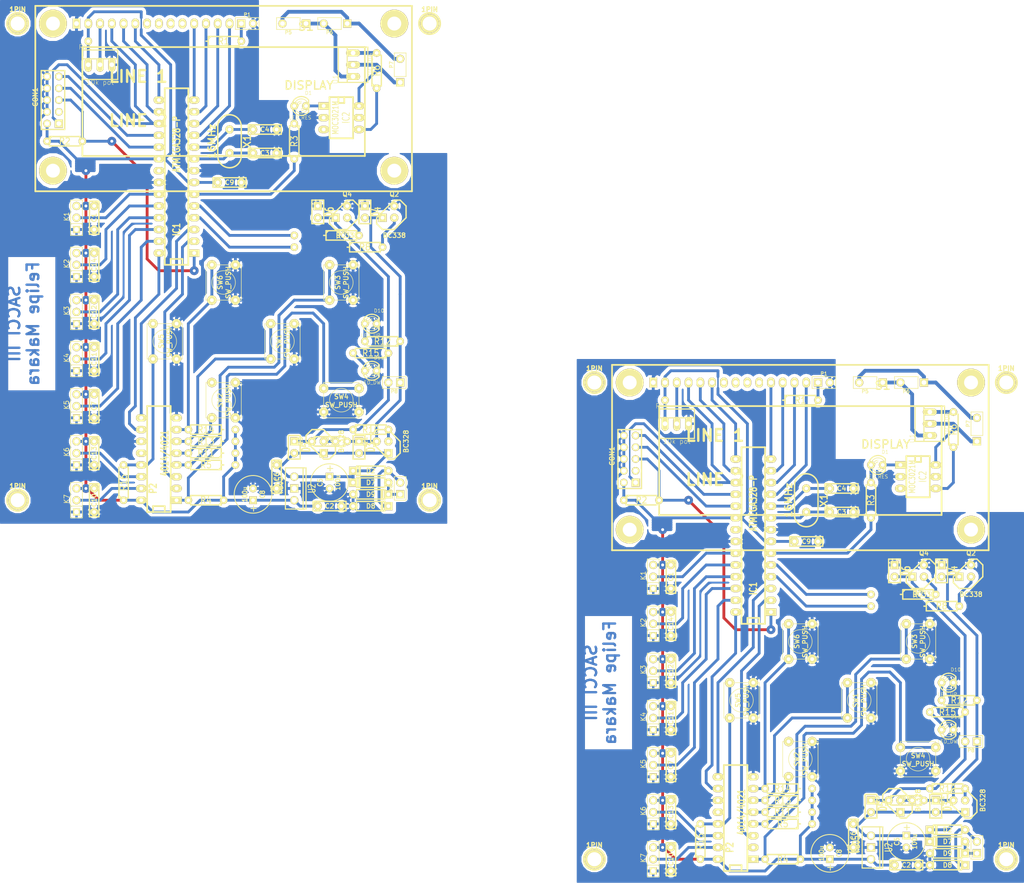
<source format=kicad_pcb>
(kicad_pcb (version 3) (host pcbnew "(2013-03-19 BZR 4004)-stable")
  (layers (15 Dessus.Cu signal) (0 Dessous.Cu signal))
  (net 0 "")
  (net 1 +5V)
  (net 2 +9V)
  (net 3 /AC1)
  (net 4 /AC2)
  (net 5 /AC3)
  (net 6 GND)
  (net 7 N-000001)
  (net 8 N-0000010)
  (net 9 N-0000011)
  (net 10 N-0000012)
  (net 11 N-0000015)
  (net 12 N-0000016)
  (net 13 N-0000019)
  (net 14 N-000002)
  (net 15 N-0000020)
  (net 16 N-0000021)
  (net 17 N-0000022)
  (net 18 N-0000023)
  (net 19 N-0000024)
  (net 20 N-0000025)
  (net 21 N-0000026)
  (net 22 N-0000027)
  (net 23 N-0000028)
  (net 24 N-0000029)
  (net 25 N-000003)
  (net 26 N-0000030)
  (net 27 N-0000031)
  (net 28 N-0000032)
  (net 29 N-0000033)
  (net 30 N-0000034)
  (net 31 N-0000035)
  (net 32 N-0000036)
  (net 33 N-0000037)
  (net 34 N-0000038)
  (net 35 N-0000039)
  (net 36 N-000004)
  (net 37 N-0000042)
  (net 38 N-0000043)
  (net 39 N-0000044)
  (net 40 N-0000046)
  (net 41 N-0000048)
  (net 42 N-0000049)
  (net 43 N-000005)
  (net 44 N-0000054)
  (net 45 N-0000055)
  (net 46 N-0000056)
  (net 47 N-0000059)
  (net 48 N-000006)
  (net 49 N-0000060)
  (net 50 N-0000061)
  (net 51 N-000007)
  (net 52 N-000008)
  (net 53 N-000009)
  (module 1pin (layer Dessus.Cu) (at 227.33 91.44)
    (fp_text reference 1PIN)
    (fp_text value P*** hide)
    (pad 1 thru_hole circle (at 0 0) (size 4.064 4.064) (drill 3.048) (layers *.Cu *.Mask Dessus.SilkS))
  )
  (module 1pin (layer Dessus.Cu) (at 227.33 194.31)
    (fp_text reference 1PIN)
    (fp_text value P*** hide)
    (pad 1 thru_hole circle (at 0 0) (size 4.064 4.064) (drill 3.048) (layers *.Cu *.Mask Dessus.SilkS))
  )
  (module 1pin (layer Dessus.Cu) (at 138.43 194.31)
    (fp_text reference 1PIN)
    (fp_text value P*** hide)
    (pad 1 thru_hole circle (at 0 0) (size 4.064 4.064) (drill 3.048) (layers *.Cu *.Mask Dessus.SilkS))
  )
  (module 1pin (layer Dessus.Cu) (at 138.43 91.44)
    (fp_text reference 1PIN)
    (fp_text value P*** hide)
    (pad 1 thru_hole circle (at 0 0) (size 4.064 4.064) (drill 3.048) (layers *.Cu *.Mask Dessus.SilkS))
  )
  (module C1V8 (layer Dessus.Cu) (at 205.74 190.5 270)
    (fp_text reference C5)
    (fp_text value 100u)
    (pad 1 thru_hole rect (at -1.27 0 270) (size 1.651 1.651) (drill 0.8128) (layers *.Cu *.Mask Dessus.SilkS) (net 2 +9V))
    (pad 2 thru_hole circle (at 1.27 0 270) (size 1.651 1.651) (drill 0.8128) (layers *.Cu *.Mask Dessus.SilkS) (net 6 GND))
  )
  (module C1V8 (layer Dessus.Cu) (at 189.23 193.04 90)
    (fp_text reference C8)
    (fp_text value 100u)
    (pad 1 thru_hole rect (at -1.27 0 90) (size 1.651 1.651) (drill 0.8128) (layers *.Cu *.Mask Dessus.SilkS) (net 1 +5V))
    (pad 2 thru_hole circle (at 1.27 0 90) (size 1.651 1.651) (drill 0.8128) (layers *.Cu *.Mask Dessus.SilkS) (net 6 GND))
  )
  (module C2 (layer Dessus.Cu) (at 191.77 114.3)
    (fp_text reference C4)
    (fp_text value 15p hide)
    (pad 1 thru_hole circle (at -2.54 0) (size 1.778 1.778) (drill 0.8128) (layers *.Cu *.Mask Dessus.SilkS) (net 25 N-000003))
    (pad 2 thru_hole circle (at 2.54 0) (size 1.778 1.778) (drill 0.8128) (layers *.Cu *.Mask Dessus.SilkS) (net 6 GND))
  )
  (module C2 (layer Dessus.Cu) (at 154.94 194.31 270)
    (fp_text reference C10)
    (fp_text value 100n hide)
    (pad 1 thru_hole circle (at -2.54 0 270) (size 1.778 1.778) (drill 0.8128) (layers *.Cu *.Mask Dessus.SilkS) (net 1 +5V))
    (pad 2 thru_hole circle (at 2.54 0 270) (size 1.778 1.778) (drill 0.8128) (layers *.Cu *.Mask Dessus.SilkS) (net 6 GND))
  )
  (module C2 (layer Dessus.Cu) (at 205.74 195.58)
    (fp_text reference C2)
    (fp_text value 100n hide)
    (pad 1 thru_hole circle (at -2.54 0) (size 1.778 1.778) (drill 0.8128) (layers *.Cu *.Mask Dessus.SilkS) (net 1 +5V))
    (pad 2 thru_hole circle (at 2.54 0) (size 1.778 1.778) (drill 0.8128) (layers *.Cu *.Mask Dessus.SilkS) (net 6 GND))
  )
  (module C2 (layer Dessus.Cu) (at 191.77 119.38)
    (fp_text reference C3)
    (fp_text value 15p hide)
    (pad 1 thru_hole circle (at -2.54 0) (size 1.778 1.778) (drill 0.8128) (layers *.Cu *.Mask Dessus.SilkS) (net 9 N-0000011))
    (pad 2 thru_hole circle (at 2.54 0) (size 1.778 1.778) (drill 0.8128) (layers *.Cu *.Mask Dessus.SilkS) (net 6 GND))
  )
  (module C2 (layer Dessus.Cu) (at 184.15 125.73)
    (fp_text reference C9)
    (fp_text value 100n hide)
    (pad 1 thru_hole circle (at -2.54 0) (size 1.778 1.778) (drill 0.8128) (layers *.Cu *.Mask Dessus.SilkS) (net 1 +5V))
    (pad 2 thru_hole circle (at 2.54 0) (size 1.778 1.778) (drill 0.8128) (layers *.Cu *.Mask Dessus.SilkS) (net 6 GND))
  )
  (module C2 (layer Dessus.Cu) (at 154.94 173.99 270)
    (fp_text reference C7)
    (fp_text value 100n hide)
    (pad 1 thru_hole circle (at -2.54 0 270) (size 1.778 1.778) (drill 0.8128) (layers *.Cu *.Mask Dessus.SilkS) (net 1 +5V))
    (pad 2 thru_hole circle (at 2.54 0 270) (size 1.778 1.778) (drill 0.8128) (layers *.Cu *.Mask Dessus.SilkS) (net 6 GND))
  )
  (module C2 (layer Dessus.Cu) (at 194.31 189.23 270)
    (fp_text reference C6)
    (fp_text value 100n hide)
    (pad 1 thru_hole circle (at -2.54 0 270) (size 1.778 1.778) (drill 0.8128) (layers *.Cu *.Mask Dessus.SilkS) (net 2 +9V))
    (pad 2 thru_hole circle (at 2.54 0 270) (size 1.778 1.778) (drill 0.8128) (layers *.Cu *.Mask Dessus.SilkS) (net 6 GND))
  )
  (module C2 (layer Dessus.Cu) (at 154.94 163.83 270)
    (fp_text reference C11)
    (fp_text value 100n hide)
    (pad 1 thru_hole circle (at -2.54 0 270) (size 1.778 1.778) (drill 0.8128) (layers *.Cu *.Mask Dessus.SilkS) (net 1 +5V))
    (pad 2 thru_hole circle (at 2.54 0 270) (size 1.778 1.778) (drill 0.8128) (layers *.Cu *.Mask Dessus.SilkS) (net 6 GND))
  )
  (module C2 (layer Dessus.Cu) (at 154.94 153.67 270)
    (fp_text reference C12)
    (fp_text value 100n hide)
    (pad 1 thru_hole circle (at -2.54 0 270) (size 1.778 1.778) (drill 0.8128) (layers *.Cu *.Mask Dessus.SilkS) (net 1 +5V))
    (pad 2 thru_hole circle (at 2.54 0 270) (size 1.778 1.778) (drill 0.8128) (layers *.Cu *.Mask Dessus.SilkS) (net 6 GND))
  )
  (module C2 (layer Dessus.Cu) (at 154.94 184.15 270)
    (fp_text reference C13)
    (fp_text value 100n hide)
    (pad 1 thru_hole circle (at -2.54 0 270) (size 1.778 1.778) (drill 0.8128) (layers *.Cu *.Mask Dessus.SilkS) (net 1 +5V))
    (pad 2 thru_hole circle (at 2.54 0 270) (size 1.778 1.778) (drill 0.8128) (layers *.Cu *.Mask Dessus.SilkS) (net 6 GND))
  )
  (module C2 (layer Dessus.Cu) (at 154.94 143.51 270)
    (fp_text reference C14)
    (fp_text value 100n hide)
    (pad 1 thru_hole circle (at -2.54 0 270) (size 1.778 1.778) (drill 0.8128) (layers *.Cu *.Mask Dessus.SilkS) (net 1 +5V))
    (pad 2 thru_hole circle (at 2.54 0 270) (size 1.778 1.778) (drill 0.8128) (layers *.Cu *.Mask Dessus.SilkS) (net 6 GND))
  )
  (module C2 (layer Dessus.Cu) (at 154.94 133.35 270)
    (fp_text reference C1)
    (fp_text value 100n hide)
    (pad 1 thru_hole circle (at -2.54 0 270) (size 1.778 1.778) (drill 0.8128) (layers *.Cu *.Mask Dessus.SilkS) (net 1 +5V))
    (pad 2 thru_hole circle (at 2.54 0 270) (size 1.778 1.778) (drill 0.8128) (layers *.Cu *.Mask Dessus.SilkS) (net 6 GND))
  )
  (module D3 (layer Dessus.Cu) (at 214.63 187.96 180)
    (fp_text reference D2)
    (fp_text value 1n4001 hide)
    (pad 2 thru_hole rect (at 3.81 0 180) (size 1.778 1.778) (drill 0.8128) (layers *.Cu *.Mask Dessus.SilkS) (net 2 +9V))
    (pad 1 thru_hole circle (at -3.81 0 180) (size 1.778 1.778) (drill 0.8128) (layers *.Cu *.Mask Dessus.SilkS) (net 7 N-000001))
  )
  (module D3 (layer Dessus.Cu) (at 214.63 190.5 180)
    (fp_text reference D7)
    (fp_text value 1n4001 hide)
    (pad 2 thru_hole rect (at 3.81 0 180) (size 1.778 1.778) (drill 0.8128) (layers *.Cu *.Mask Dessus.SilkS) (net 2 +9V))
    (pad 1 thru_hole circle (at -3.81 0 180) (size 1.778 1.778) (drill 0.8128) (layers *.Cu *.Mask Dessus.SilkS) (net 14 N-000002))
  )
  (module D3 (layer Dessus.Cu) (at 214.63 195.58)
    (fp_text reference D8)
    (fp_text value 1n4001 hide)
    (pad 2 thru_hole rect (at 3.81 0) (size 1.778 1.778) (drill 0.8128) (layers *.Cu *.Mask Dessus.SilkS) (net 7 N-000001))
    (pad 1 thru_hole circle (at -3.81 0) (size 1.778 1.778) (drill 0.8128) (layers *.Cu *.Mask Dessus.SilkS) (net 6 GND))
  )
  (module D3 (layer Dessus.Cu) (at 214.63 193.04)
    (fp_text reference D9)
    (fp_text value 1n4001 hide)
    (pad 2 thru_hole rect (at 3.81 0) (size 1.778 1.778) (drill 0.8128) (layers *.Cu *.Mask Dessus.SilkS) (net 14 N-000002))
    (pad 1 thru_hole circle (at -3.81 0) (size 1.778 1.778) (drill 0.8128) (layers *.Cu *.Mask Dessus.SilkS) (net 6 GND))
  )
  (module DIP-16__300_ELL (layer Dessus.Cu) (at 168.91 185.42 90)
    (fp_text reference P2)
    (fp_text value 4014/4021)
    (pad 1 thru_hole rect (at -8.89 3.81 90) (size 1.5748 2.286) (drill 0.8128) (layers *.Cu *.Mask Dessus.SilkS) (net 15 N-0000020))
    (pad 2 thru_hole oval (at -6.35 3.81 90) (size 1.5748 2.286) (drill 0.8128) (layers *.Cu *.Mask Dessus.SilkS))
    (pad 3 thru_hole oval (at -3.81 3.81 90) (size 1.5748 2.286) (drill 0.8128) (layers *.Cu *.Mask Dessus.SilkS) (net 31 N-0000035))
    (pad 4 thru_hole oval (at -1.27 3.81 90) (size 1.5748 2.286) (drill 0.8128) (layers *.Cu *.Mask Dessus.SilkS) (net 13 N-0000019))
    (pad 5 thru_hole oval (at 1.27 3.81 90) (size 1.5748 2.286) (drill 0.8128) (layers *.Cu *.Mask Dessus.SilkS) (net 32 N-0000036))
    (pad 6 thru_hole oval (at 3.81 3.81 90) (size 1.5748 2.286) (drill 0.8128) (layers *.Cu *.Mask Dessus.SilkS) (net 35 N-0000039))
    (pad 7 thru_hole oval (at 6.35 3.81 90) (size 1.5748 2.286) (drill 0.8128) (layers *.Cu *.Mask Dessus.SilkS) (net 34 N-0000038))
    (pad 8 thru_hole oval (at 8.89 3.81 90) (size 1.5748 2.286) (drill 0.8128) (layers *.Cu *.Mask Dessus.SilkS) (net 6 GND))
    (pad 9 thru_hole oval (at 8.89 -3.81 90) (size 1.5748 2.286) (drill 0.8128) (layers *.Cu *.Mask Dessus.SilkS) (net 22 N-0000027))
    (pad 10 thru_hole oval (at 6.35 -3.81 90) (size 1.5748 2.286) (drill 0.8128) (layers *.Cu *.Mask Dessus.SilkS) (net 20 N-0000025))
    (pad 11 thru_hole oval (at 3.81 -3.81 90) (size 1.5748 2.286) (drill 0.8128) (layers *.Cu *.Mask Dessus.SilkS) (net 6 GND))
    (pad 12 thru_hole oval (at 1.27 -3.81 90) (size 1.5748 2.286) (drill 0.8128) (layers *.Cu *.Mask Dessus.SilkS))
    (pad 13 thru_hole oval (at -1.27 -3.81 90) (size 1.5748 2.286) (drill 0.8128) (layers *.Cu *.Mask Dessus.SilkS) (net 33 N-0000037))
    (pad 14 thru_hole oval (at -3.81 -3.81 90) (size 1.5748 2.286) (drill 0.8128) (layers *.Cu *.Mask Dessus.SilkS) (net 21 N-0000026))
    (pad 15 thru_hole oval (at -6.35 -3.81 90) (size 1.5748 2.286) (drill 0.8128) (layers *.Cu *.Mask Dessus.SilkS) (net 16 N-0000021))
    (pad 16 thru_hole oval (at -8.89 -3.81 90) (size 1.5748 2.286) (drill 0.8128) (layers *.Cu *.Mask Dessus.SilkS) (net 1 +5V))
  )
  (module DIP-28__300_ELL (layer Dessus.Cu) (at 172.72 124.46 90)
    (fp_text reference IC1)
    (fp_text value ATMEGA328-P)
    (pad 2 thru_hole oval (at -13.97 3.81 90) (size 1.5748 2.286) (drill 0.8128) (layers *.Cu *.Mask Dessus.SilkS) (net 31 N-0000035))
    (pad 3 thru_hole oval (at -11.43 3.81 90) (size 1.5748 2.286) (drill 0.8128) (layers *.Cu *.Mask Dessus.SilkS) (net 22 N-0000027))
    (pad 4 thru_hole oval (at -8.89 3.81 90) (size 1.5748 2.286) (drill 0.8128) (layers *.Cu *.Mask Dessus.SilkS) (net 23 N-0000028))
    (pad 5 thru_hole oval (at -6.35 3.81 90) (size 1.5748 2.286) (drill 0.8128) (layers *.Cu *.Mask Dessus.SilkS) (net 36 N-000004))
    (pad 6 thru_hole oval (at -3.81 3.81 90) (size 1.5748 2.286) (drill 0.8128) (layers *.Cu *.Mask Dessus.SilkS) (net 17 N-0000022))
    (pad 7 thru_hole oval (at -1.27 3.81 90) (size 1.5748 2.286) (drill 0.8128) (layers *.Cu *.Mask Dessus.SilkS) (net 1 +5V))
    (pad 8 thru_hole oval (at 1.27 3.81 90) (size 1.5748 2.286) (drill 0.8128) (layers *.Cu *.Mask Dessus.SilkS) (net 6 GND))
    (pad 9 thru_hole oval (at 3.81 3.81 90) (size 1.5748 2.286) (drill 0.8128) (layers *.Cu *.Mask Dessus.SilkS) (net 9 N-0000011))
    (pad 10 thru_hole oval (at 6.35 3.81 90) (size 1.5748 2.286) (drill 0.8128) (layers *.Cu *.Mask Dessus.SilkS) (net 25 N-000003))
    (pad 11 thru_hole oval (at 8.89 3.81 90) (size 1.5748 2.286) (drill 0.8128) (layers *.Cu *.Mask Dessus.SilkS) (net 19 N-0000024))
    (pad 12 thru_hole oval (at 11.43 3.81 90) (size 1.5748 2.286) (drill 0.8128) (layers *.Cu *.Mask Dessus.SilkS) (net 18 N-0000023))
    (pad 13 thru_hole oval (at 13.97 3.81 90) (size 1.5748 2.286) (drill 0.8128) (layers *.Cu *.Mask Dessus.SilkS) (net 27 N-0000031))
    (pad 14 thru_hole oval (at 16.51 3.81 90) (size 1.5748 2.286) (drill 0.8128) (layers *.Cu *.Mask Dessus.SilkS) (net 41 N-0000048))
    (pad 1 thru_hole rect (at -16.51 3.81 90) (size 1.5748 2.286) (drill 0.8128) (layers *.Cu *.Mask Dessus.SilkS) (net 46 N-0000056))
    (pad 15 thru_hole oval (at 16.51 -3.81 90) (size 1.5748 2.286) (drill 0.8128) (layers *.Cu *.Mask Dessus.SilkS) (net 42 N-0000049))
    (pad 16 thru_hole oval (at 13.97 -3.81 90) (size 1.5748 2.286) (drill 0.8128) (layers *.Cu *.Mask Dessus.SilkS) (net 37 N-0000042))
    (pad 17 thru_hole oval (at 11.43 -3.81 90) (size 1.5748 2.286) (drill 0.8128) (layers *.Cu *.Mask Dessus.SilkS) (net 40 N-0000046))
    (pad 18 thru_hole oval (at 8.89 -3.81 90) (size 1.5748 2.286) (drill 0.8128) (layers *.Cu *.Mask Dessus.SilkS) (net 38 N-0000043))
    (pad 19 thru_hole oval (at 6.35 -3.81 90) (size 1.5748 2.286) (drill 0.8128) (layers *.Cu *.Mask Dessus.SilkS) (net 39 N-0000044))
    (pad 20 thru_hole oval (at 3.81 -3.81 90) (size 1.5748 2.286) (drill 0.8128) (layers *.Cu *.Mask Dessus.SilkS) (net 1 +5V))
    (pad 21 thru_hole oval (at 1.27 -3.81 90) (size 1.5748 2.286) (drill 0.8128) (layers *.Cu *.Mask Dessus.SilkS))
    (pad 22 thru_hole oval (at -1.27 -3.81 90) (size 1.5748 2.286) (drill 0.8128) (layers *.Cu *.Mask Dessus.SilkS) (net 6 GND))
    (pad 23 thru_hole oval (at -3.81 -3.81 90) (size 1.5748 2.286) (drill 0.8128) (layers *.Cu *.Mask Dessus.SilkS) (net 11 N-0000015))
    (pad 24 thru_hole oval (at -6.35 -3.81 90) (size 1.5748 2.286) (drill 0.8128) (layers *.Cu *.Mask Dessus.SilkS) (net 12 N-0000016))
    (pad 25 thru_hole oval (at -8.89 -3.81 90) (size 1.5748 2.286) (drill 0.8128) (layers *.Cu *.Mask Dessus.SilkS) (net 30 N-0000034))
    (pad 26 thru_hole oval (at -11.43 -3.81 90) (size 1.5748 2.286) (drill 0.8128) (layers *.Cu *.Mask Dessus.SilkS) (net 28 N-0000032))
    (pad 27 thru_hole oval (at -13.97 -3.81 90) (size 1.5748 2.286) (drill 0.8128) (layers *.Cu *.Mask Dessus.SilkS) (net 29 N-0000033))
    (pad 28 thru_hole oval (at -16.51 -3.81 90) (size 1.5748 2.286) (drill 0.8128) (layers *.Cu *.Mask Dessus.SilkS) (net 20 N-0000025))
  )
  (module DIP-6__300_ELL (layer Dessus.Cu) (at 208.28 111.76 270)
    (fp_text reference IC2)
    (fp_text value MOC3021M)
    (pad 1 thru_hole rect (at -2.54 3.81 270) (size 1.5748 2.286) (drill 0.8128) (layers *.Cu *.Mask Dessus.SilkS) (net 10 N-0000012))
    (pad 2 thru_hole oval (at 0 3.81 270) (size 1.5748 2.286) (drill 0.8128) (layers *.Cu *.Mask Dessus.SilkS) (net 6 GND))
    (pad 3 thru_hole oval (at 2.54 3.81 270) (size 1.5748 2.286) (drill 0.8128) (layers *.Cu *.Mask Dessus.SilkS))
    (pad 4 thru_hole oval (at 2.54 -3.81 270) (size 1.5748 2.286) (drill 0.8128) (layers *.Cu *.Mask Dessus.SilkS) (net 26 N-0000030))
    (pad 5 thru_hole oval (at 0 -3.81 270) (size 1.5748 2.286) (drill 0.8128) (layers *.Cu *.Mask Dessus.SilkS))
    (pad 6 thru_hole oval (at -2.54 -3.81 270) (size 1.5748 2.286) (drill 0.8128) (layers *.Cu *.Mask Dessus.SilkS) (net 5 /AC3))
  )
  (module HC-49V (layer Dessus.Cu) (at 184.15 116.84 270)
    (fp_text reference X1)
    (fp_text value 16MHz)
    (pad 1 thru_hole circle (at -2.54 0 270) (size 1.778 1.778) (drill 0.762) (layers *.Cu *.Mask Dessus.SilkS) (net 25 N-000003))
    (pad 2 thru_hole circle (at 2.54 0 270) (size 1.778 1.778) (drill 0.762) (layers *.Cu *.Mask Dessus.SilkS) (net 9 N-0000011))
  )
  (module LCD_ALPHA (layer Dessus.Cu) (at 167.64 91.44)
    (fp_text reference S1)
    (fp_text value DISPLAY)
    (pad 1 thru_hole rect (at -16.51 0) (size 1.651 2.159) (drill 1.016) (layers *.Cu *.Mask Dessus.SilkS) (net 6 GND))
    (pad 2 thru_hole oval (at -13.97 0) (size 1.651 2.159) (drill 1.016) (layers *.Cu *.Mask Dessus.SilkS) (net 1 +5V))
    (pad 3 thru_hole oval (at -11.43 0) (size 1.651 2.159) (drill 1.016) (layers *.Cu *.Mask Dessus.SilkS) (net 44 N-0000054))
    (pad 4 thru_hole oval (at -8.89 0) (size 1.651 2.159) (drill 1.016) (layers *.Cu *.Mask Dessus.SilkS) (net 40 N-0000046))
    (pad 5 thru_hole oval (at -6.35 0) (size 1.651 2.159) (drill 1.016) (layers *.Cu *.Mask Dessus.SilkS) (net 37 N-0000042))
    (pad 6 thru_hole oval (at -3.81 0) (size 1.651 2.159) (drill 1.016) (layers *.Cu *.Mask Dessus.SilkS) (net 42 N-0000049))
    (pad 7 thru_hole oval (at -1.27 0) (size 1.651 2.159) (drill 1.016) (layers *.Cu *.Mask Dessus.SilkS))
    (pad 8 thru_hole oval (at 1.27 0) (size 1.651 2.159) (drill 1.016) (layers *.Cu *.Mask Dessus.SilkS))
    (pad 9 thru_hole oval (at 3.81 0) (size 1.651 2.159) (drill 1.016) (layers *.Cu *.Mask Dessus.SilkS))
    (pad 10 thru_hole oval (at 6.35 0) (size 1.651 2.159) (drill 1.016) (layers *.Cu *.Mask Dessus.SilkS))
    (pad 11 thru_hole oval (at 8.89 0) (size 1.651 2.159) (drill 1.016) (layers *.Cu *.Mask Dessus.SilkS) (net 41 N-0000048))
    (pad 12 thru_hole oval (at 11.43 0) (size 1.651 2.159) (drill 1.016) (layers *.Cu *.Mask Dessus.SilkS) (net 27 N-0000031))
    (pad 13 thru_hole oval (at 13.97 0) (size 1.651 2.159) (drill 1.016) (layers *.Cu *.Mask Dessus.SilkS) (net 18 N-0000023))
    (pad 14 thru_hole oval (at 16.51 0) (size 1.651 2.159) (drill 1.016) (layers *.Cu *.Mask Dessus.SilkS) (net 19 N-0000024))
    (pad "" thru_hole circle (at -21.59 0) (size 5.99948 5.99948) (drill 2.99974) (layers *.Cu *.Mask Dessus.SilkS))
    (pad "" thru_hole circle (at 52.07 0) (size 5.99948 5.99948) (drill 2.99974) (layers *.Cu *.Mask Dessus.SilkS))
    (pad "" thru_hole circle (at -21.59 31.75) (size 5.99948 5.99948) (drill 2.99974) (layers *.Cu *.Mask Dessus.SilkS))
    (pad "" thru_hole circle (at 52.07 31.75) (size 5.99948 5.99948) (drill 2.99974) (layers *.Cu *.Mask Dessus.SilkS))
  )
  (module LED-3MM (layer Dessus.Cu) (at 214.63 166.37)
    (fp_text reference D11)
    (fp_text value LED_DW)
    (pad 1 thru_hole circle (at -1.27 0) (size 1.6764 1.6764) (drill 0.8128) (layers *.Cu *.Mask Dessus.SilkS) (net 47 N-0000059))
    (pad 2 thru_hole circle (at 1.27 0) (size 1.6764 1.6764) (drill 0.8128) (layers *.Cu *.Mask Dessus.SilkS) (net 6 GND))
  )
  (module LED-3MM (layer Dessus.Cu) (at 214.63 156.21)
    (fp_text reference D10)
    (fp_text value LED_UP)
    (pad 1 thru_hole circle (at -1.27 0) (size 1.6764 1.6764) (drill 0.8128) (layers *.Cu *.Mask Dessus.SilkS) (net 49 N-0000060))
    (pad 2 thru_hole circle (at 1.27 0) (size 1.6764 1.6764) (drill 0.8128) (layers *.Cu *.Mask Dessus.SilkS) (net 6 GND))
  )
  (module LED-3MM (layer Dessus.Cu) (at 199.39 109.22)
    (fp_text reference D1)
    (fp_text value LED_RES)
    (pad 1 thru_hole circle (at -1.27 0) (size 1.6764 1.6764) (drill 0.8128) (layers *.Cu *.Mask Dessus.SilkS) (net 8 N-0000010))
    (pad 2 thru_hole circle (at 1.27 0) (size 1.6764 1.6764) (drill 0.8128) (layers *.Cu *.Mask Dessus.SilkS) (net 10 N-0000012))
  )
  (module LM78XXV (layer Dessus.Cu) (at 198.12 191.77)
    (fp_text reference U2)
    (fp_text value 7805)
    (pad VI thru_hole circle (at 0 -2.54) (size 1.778 1.778) (drill 1.143) (layers *.Cu *.Mask Dessus.SilkS) (net 2 +9V))
    (pad GND thru_hole rect (at 0 0) (size 1.778 1.778) (drill 1.143) (layers *.Cu *.Mask Dessus.SilkS) (net 6 GND))
    (pad VO thru_hole circle (at 0 2.54) (size 1.778 1.778) (drill 1.143) (layers *.Cu *.Mask Dessus.SilkS) (net 1 +5V))
  )
  (module PIN_ARRAY_2X1 (layer Dessus.Cu) (at 196.85 91.44 180)
    (fp_text reference P5)
    (fp_text value "Trafo 110" hide)
    (pad 1 thru_hole rect (at -3.81 0 180) (size 1.778 1.778) (drill 1.016) (layers *.Cu *.Mask Dessus.SilkS) (net 4 /AC2))
    (pad 2 thru_hole circle (at 1.27 0 180) (size 1.778 1.778) (drill 1.016) (layers *.Cu *.Mask Dessus.SilkS) (net 3 /AC1))
  )
  (module PIN_ARRAY_2X1 (layer Dessus.Cu) (at 220.98 100.33 90)
    (fp_text reference P7)
    (fp_text value Resistencia hide)
    (pad 1 thru_hole rect (at -3.81 0 90) (size 1.778 1.778) (drill 1.016) (layers *.Cu *.Mask Dessus.SilkS) (net 5 /AC3))
    (pad 2 thru_hole circle (at 1.27 0 90) (size 1.778 1.778) (drill 1.016) (layers *.Cu *.Mask Dessus.SilkS) (net 3 /AC1))
  )
  (module PIN_ARRAY_2X1 (layer Dessus.Cu) (at 220.98 191.77 90)
    (fp_text reference P4)
    (fp_text value "Trafo 9V" hide)
    (pad 1 thru_hole rect (at -1.27 0 90) (size 1.778 1.778) (drill 1.016) (layers *.Cu *.Mask Dessus.SilkS) (net 14 N-000002))
    (pad 2 thru_hole circle (at 1.27 0 90) (size 1.778 1.778) (drill 1.016) (layers *.Cu *.Mask Dessus.SilkS) (net 7 N-000001))
  )
  (module PIN_ARRAY_2X1 (layer Dessus.Cu) (at 205.74 91.44 180)
    (fp_text reference P6)
    (fp_text value "Alim 110" hide)
    (pad 1 thru_hole rect (at -3.81 0 180) (size 1.778 1.778) (drill 1.016) (layers *.Cu *.Mask Dessus.SilkS) (net 3 /AC1))
    (pad 2 thru_hole circle (at 1.27 0 180) (size 1.778 1.778) (drill 1.016) (layers *.Cu *.Mask Dessus.SilkS) (net 4 /AC2))
  )
  (module PIN_ARRAY_2X1 (layer Dessus.Cu) (at 219.71 168.91 180)
    (fp_text reference P8)
    (fp_text value "motor 1" hide)
    (pad 1 thru_hole rect (at -1.27 0 180) (size 1.778 1.778) (drill 1.016) (layers *.Cu *.Mask Dessus.SilkS) (net 53 N-000009))
    (pad 2 thru_hole circle (at 1.27 0 180) (size 1.778 1.778) (drill 1.016) (layers *.Cu *.Mask Dessus.SilkS) (net 48 N-000006))
  )
  (module PIN_ARRAY_2X1 (layer Dessus.Cu) (at 187.96 91.44)
    (fp_text reference P1)
    (fp_text value LED_DISPLAY hide)
    (pad 1 thru_hole rect (at -1.27 0) (size 1.778 1.778) (drill 1.016) (layers *.Cu *.Mask Dessus.SilkS) (net 45 N-0000055))
    (pad 2 thru_hole circle (at 1.27 0) (size 1.778 1.778) (drill 1.016) (layers *.Cu *.Mask Dessus.SilkS) (net 6 GND))
  )
  (module PIN_ARRAY_3X1 (layer Dessus.Cu) (at 151.13 163.83 90)
    (fp_text reference K4)
    (fp_text value Sens4 hide)
    (pad 1 thru_hole rect (at -2.54 0 90) (size 1.524 1.524) (drill 1.016) (layers *.Cu *.Mask Dessus.SilkS) (net 6 GND))
    (pad 2 thru_hole circle (at 0 0 90) (size 1.778 1.778) (drill 1.016) (layers *.Cu *.Mask Dessus.SilkS) (net 28 N-0000032))
    (pad 3 thru_hole circle (at 2.54 0 90) (size 1.778 1.778) (drill 1.016) (layers *.Cu *.Mask Dessus.SilkS) (net 1 +5V))
  )
  (module PIN_ARRAY_3X1 (layer Dessus.Cu) (at 151.13 194.31 90)
    (fp_text reference K7)
    (fp_text value Sens7 hide)
    (pad 1 thru_hole rect (at -2.54 0 90) (size 1.524 1.524) (drill 1.016) (layers *.Cu *.Mask Dessus.SilkS) (net 6 GND))
    (pad 2 thru_hole circle (at 0 0 90) (size 1.778 1.778) (drill 1.016) (layers *.Cu *.Mask Dessus.SilkS) (net 16 N-0000021))
    (pad 3 thru_hole circle (at 2.54 0 90) (size 1.778 1.778) (drill 1.016) (layers *.Cu *.Mask Dessus.SilkS) (net 1 +5V))
  )
  (module PIN_ARRAY_3X1 (layer Dessus.Cu) (at 151.13 184.15 90)
    (fp_text reference K6)
    (fp_text value Sens6 hide)
    (pad 1 thru_hole rect (at -2.54 0 90) (size 1.524 1.524) (drill 1.016) (layers *.Cu *.Mask Dessus.SilkS) (net 6 GND))
    (pad 2 thru_hole circle (at 0 0 90) (size 1.778 1.778) (drill 1.016) (layers *.Cu *.Mask Dessus.SilkS) (net 21 N-0000026))
    (pad 3 thru_hole circle (at 2.54 0 90) (size 1.778 1.778) (drill 1.016) (layers *.Cu *.Mask Dessus.SilkS) (net 1 +5V))
  )
  (module PIN_ARRAY_3X1 (layer Dessus.Cu) (at 151.13 143.51 90)
    (fp_text reference K2)
    (fp_text value Sens2 hide)
    (pad 1 thru_hole rect (at -2.54 0 90) (size 1.524 1.524) (drill 1.016) (layers *.Cu *.Mask Dessus.SilkS) (net 6 GND))
    (pad 2 thru_hole circle (at 0 0 90) (size 1.778 1.778) (drill 1.016) (layers *.Cu *.Mask Dessus.SilkS) (net 12 N-0000016))
    (pad 3 thru_hole circle (at 2.54 0 90) (size 1.778 1.778) (drill 1.016) (layers *.Cu *.Mask Dessus.SilkS) (net 1 +5V))
  )
  (module PIN_ARRAY_3X1 (layer Dessus.Cu) (at 151.13 173.99 90)
    (fp_text reference K5)
    (fp_text value Sens5 hide)
    (pad 1 thru_hole rect (at -2.54 0 90) (size 1.524 1.524) (drill 1.016) (layers *.Cu *.Mask Dessus.SilkS) (net 6 GND))
    (pad 2 thru_hole circle (at 0 0 90) (size 1.778 1.778) (drill 1.016) (layers *.Cu *.Mask Dessus.SilkS) (net 29 N-0000033))
    (pad 3 thru_hole circle (at 2.54 0 90) (size 1.778 1.778) (drill 1.016) (layers *.Cu *.Mask Dessus.SilkS) (net 1 +5V))
  )
  (module PIN_ARRAY_3X1 (layer Dessus.Cu) (at 151.13 133.35 90)
    (fp_text reference K1)
    (fp_text value Sens1 hide)
    (pad 1 thru_hole rect (at -2.54 0 90) (size 1.524 1.524) (drill 1.016) (layers *.Cu *.Mask Dessus.SilkS) (net 6 GND))
    (pad 2 thru_hole circle (at 0 0 90) (size 1.778 1.778) (drill 1.016) (layers *.Cu *.Mask Dessus.SilkS) (net 11 N-0000015))
    (pad 3 thru_hole circle (at 2.54 0 90) (size 1.778 1.778) (drill 1.016) (layers *.Cu *.Mask Dessus.SilkS) (net 1 +5V))
  )
  (module PIN_ARRAY_3X1 (layer Dessus.Cu) (at 151.13 153.67 90)
    (fp_text reference K3)
    (fp_text value Sens3 hide)
    (pad 1 thru_hole rect (at -2.54 0 90) (size 1.524 1.524) (drill 1.016) (layers *.Cu *.Mask Dessus.SilkS) (net 6 GND))
    (pad 2 thru_hole circle (at 0 0 90) (size 1.778 1.778) (drill 1.016) (layers *.Cu *.Mask Dessus.SilkS) (net 30 N-0000034))
    (pad 3 thru_hole circle (at 2.54 0 90) (size 1.778 1.778) (drill 1.016) (layers *.Cu *.Mask Dessus.SilkS) (net 1 +5V))
  )
  (module PIN_ARRAY_5x2 (layer Dessus.Cu) (at 146.05 107.95 90)
    (fp_text reference CON1)
    (fp_text value AVR-ISP-10 hide)
    (pad 1 thru_hole rect (at -5.08 1.27 90) (size 1.778 1.778) (drill 1.016) (layers *.Cu *.Mask Dessus.SilkS) (net 40 N-0000046))
    (pad 2 thru_hole circle (at -5.08 -1.27 90) (size 1.651 1.651) (drill 1.016) (layers *.Cu *.Mask Dessus.SilkS) (net 1 +5V))
    (pad 3 thru_hole circle (at -2.54 1.27 90) (size 1.651 1.651) (drill 1.016) (layers *.Cu *.Mask Dessus.SilkS))
    (pad 4 thru_hole circle (at -2.54 -1.27 90) (size 1.651 1.651) (drill 1.016) (layers *.Cu *.Mask Dessus.SilkS) (net 6 GND))
    (pad 5 thru_hole circle (at 0 1.27 90) (size 1.651 1.651) (drill 1.016) (layers *.Cu *.Mask Dessus.SilkS) (net 46 N-0000056))
    (pad 6 thru_hole circle (at 0 -1.27 90) (size 1.651 1.651) (drill 1.016) (layers *.Cu *.Mask Dessus.SilkS) (net 6 GND))
    (pad 7 thru_hole circle (at 2.54 1.27 90) (size 1.651 1.651) (drill 1.016) (layers *.Cu *.Mask Dessus.SilkS) (net 39 N-0000044))
    (pad 8 thru_hole circle (at 2.54 -1.27 90) (size 1.651 1.651) (drill 1.016) (layers *.Cu *.Mask Dessus.SilkS) (net 6 GND))
    (pad 9 thru_hole circle (at 5.08 1.27 90) (size 1.651 1.651) (drill 1.016) (layers *.Cu *.Mask Dessus.SilkS) (net 38 N-0000043))
    (pad 10 thru_hole circle (at 5.08 -1.27 90) (size 1.651 1.651) (drill 1.016) (layers *.Cu *.Mask Dessus.SilkS) (net 6 GND))
  )
  (module PINHEAD1-3 (layer Dessus.Cu) (at 156.21 100.33)
    (fp_text reference RV1)
    (fp_text value "10k pot")
    (pad 1 thru_hole oval (at -2.54 0) (size 1.50622 3.01498) (drill 0.99822) (layers *.Cu Dessus.Pate Dessus.SilkS Dessus.Masque) (net 1 +5V))
    (pad 2 thru_hole oval (at 0 0) (size 1.50622 3.01498) (drill 0.99822) (layers *.Cu Dessus.Pate Dessus.SilkS Dessus.Masque) (net 44 N-0000054))
    (pad 3 thru_hole oval (at 2.54 0) (size 1.50622 3.01498) (drill 0.99822) (layers *.Cu Dessus.Pate Dessus.SilkS Dessus.Masque) (net 6 GND))
  )
  (module PINHEAD1-3 (layer Dessus.Cu) (at 210.82 100.33 90)
    (fp_text reference U1)
    (fp_text value TIC206)
    (pad 1 thru_hole oval (at -2.54 0 90) (size 1.50622 3.01498) (drill 0.99822) (layers *.Cu Dessus.Pate Dessus.SilkS Dessus.Masque) (net 4 /AC2))
    (pad 2 thru_hole oval (at 0 0 90) (size 1.50622 3.01498) (drill 0.99822) (layers *.Cu Dessus.Pate Dessus.SilkS Dessus.Masque) (net 5 /AC3))
    (pad 3 thru_hole oval (at 2.54 0 90) (size 1.50622 3.01498) (drill 0.99822) (layers *.Cu Dessus.Pate Dessus.SilkS Dessus.Masque) (net 24 N-0000029))
  )
  (module R3-LARGE_PADS (layer Dessus.Cu) (at 148.59 116.84)
    (fp_text reference R2)
    (fp_text value 10k hide)
    (pad 1 thru_hole circle (at -3.81 0) (size 1.651 1.651) (drill 0.8128) (layers *.Cu *.Mask Dessus.SilkS) (net 1 +5V))
    (pad 2 thru_hole circle (at 3.81 0) (size 1.651 1.651) (drill 0.8128) (layers *.Cu *.Mask Dessus.SilkS) (net 46 N-0000056))
  )
  (module R3-LARGE_PADS (layer Dessus.Cu) (at 182.88 95.25)
    (fp_text reference R1)
    (fp_text value 500 hide)
    (pad 1 thru_hole circle (at -29.21 0) (size 1.651 1.651) (drill 0.8128) (layers *.Cu *.Mask Dessus.SilkS) (net 1 +5V))
    (pad 2 thru_hole circle (at 3.81 0) (size 1.651 1.651) (drill 0.8128) (layers *.Cu *.Mask Dessus.SilkS) (net 45 N-0000055))
  )
  (module R3-LARGE_PADS (layer Dessus.Cu) (at 208.28 137.16)
    (fp_text reference R7)
    (fp_text value 330 hide)
    (pad 1 thru_hole circle (at -10.16 0) (size 1.651 1.651) (drill 0.8128) (layers *.Cu *.Mask Dessus.SilkS) (net 36 N-000004))
    (pad 2 thru_hole circle (at 3.81 0) (size 1.651 1.651) (drill 0.8128) (layers *.Cu *.Mask Dessus.SilkS) (net 51 N-000007))
  )
  (module R3-LARGE_PADS (layer Dessus.Cu) (at 215.9 101.6 90)
    (fp_text reference R6)
    (fp_text value 470r hide)
    (pad 1 thru_hole circle (at -3.81 0 90) (size 1.651 1.651) (drill 0.8128) (layers *.Cu *.Mask Dessus.SilkS) (net 26 N-0000030))
    (pad 2 thru_hole circle (at 3.81 0 90) (size 1.651 1.651) (drill 0.8128) (layers *.Cu *.Mask Dessus.SilkS) (net 24 N-0000029))
  )
  (module R3-LARGE_PADS (layer Dessus.Cu) (at 198.12 116.84 270)
    (fp_text reference R3)
    (fp_text value 220 hide)
    (pad 1 thru_hole circle (at -3.81 0 270) (size 1.651 1.651) (drill 0.8128) (layers *.Cu *.Mask Dessus.SilkS) (net 8 N-0000010))
    (pad 2 thru_hole circle (at 3.81 0 270) (size 1.651 1.651) (drill 0.8128) (layers *.Cu *.Mask Dessus.SilkS) (net 17 N-0000022))
  )
  (module R3-LARGE_PADS (layer Dessus.Cu) (at 213.36 139.7)
    (fp_text reference R8)
    (fp_text value 330 hide)
    (pad 1 thru_hole circle (at -15.24 0) (size 1.651 1.651) (drill 0.8128) (layers *.Cu *.Mask Dessus.SilkS) (net 23 N-0000028))
    (pad 2 thru_hole circle (at 3.81 0) (size 1.651 1.651) (drill 0.8128) (layers *.Cu *.Mask Dessus.SilkS) (net 52 N-000008))
  )
  (module R3-LARGE_PADS (layer Dessus.Cu) (at 179.07 194.31 180)
    (fp_text reference R4)
    (fp_text value 10k hide)
    (pad 1 thru_hole circle (at -3.81 0 180) (size 1.651 1.651) (drill 0.8128) (layers *.Cu *.Mask Dessus.SilkS) (net 1 +5V))
    (pad 2 thru_hole circle (at 3.81 0 180) (size 1.651 1.651) (drill 0.8128) (layers *.Cu *.Mask Dessus.SilkS) (net 15 N-0000020))
  )
  (module R3-LARGE_PADS (layer Dessus.Cu) (at 161.29 190.5 90)
    (fp_text reference R16)
    (fp_text value 10k hide)
    (pad 1 thru_hole circle (at -3.81 0 90) (size 1.651 1.651) (drill 0.8128) (layers *.Cu *.Mask Dessus.SilkS) (net 1 +5V))
    (pad 2 thru_hole circle (at 3.81 0 90) (size 1.651 1.651) (drill 0.8128) (layers *.Cu *.Mask Dessus.SilkS) (net 33 N-0000037))
  )
  (module R3-LARGE_PADS (layer Dessus.Cu) (at 179.07 179.07 180)
    (fp_text reference R14)
    (fp_text value 10k hide)
    (pad 1 thru_hole circle (at -6.35 0 180) (size 1.651 1.651) (drill 0.8128) (layers *.Cu *.Mask Dessus.SilkS) (net 1 +5V))
    (pad 2 thru_hole circle (at 3.81 0 180) (size 1.651 1.651) (drill 0.8128) (layers *.Cu *.Mask Dessus.SilkS) (net 34 N-0000038))
  )
  (module R3-LARGE_PADS (layer Dessus.Cu) (at 179.07 181.61 180)
    (fp_text reference R13)
    (fp_text value 10k hide)
    (pad 1 thru_hole circle (at -6.35 0 180) (size 1.651 1.651) (drill 0.8128) (layers *.Cu *.Mask Dessus.SilkS) (net 1 +5V))
    (pad 2 thru_hole circle (at 3.81 0 180) (size 1.651 1.651) (drill 0.8128) (layers *.Cu *.Mask Dessus.SilkS) (net 35 N-0000039))
  )
  (module R3-LARGE_PADS (layer Dessus.Cu) (at 217.17 160.02 180)
    (fp_text reference R12)
    (fp_text value 1k hide)
    (pad 1 thru_hole circle (at -3.81 0 180) (size 1.651 1.651) (drill 0.8128) (layers *.Cu *.Mask Dessus.SilkS) (net 53 N-000009))
    (pad 2 thru_hole circle (at 3.81 0 180) (size 1.651 1.651) (drill 0.8128) (layers *.Cu *.Mask Dessus.SilkS) (net 49 N-0000060))
  )
  (module R3-LARGE_PADS (layer Dessus.Cu) (at 179.07 184.15 180)
    (fp_text reference R11)
    (fp_text value 10k hide)
    (pad 1 thru_hole circle (at -6.35 0 180) (size 1.651 1.651) (drill 0.8128) (layers *.Cu *.Mask Dessus.SilkS) (net 1 +5V))
    (pad 2 thru_hole circle (at 3.81 0 180) (size 1.651 1.651) (drill 0.8128) (layers *.Cu *.Mask Dessus.SilkS) (net 32 N-0000036))
  )
  (module R3-LARGE_PADS (layer Dessus.Cu) (at 214.63 162.56 180)
    (fp_text reference R15)
    (fp_text value 1k hide)
    (pad 1 thru_hole circle (at -3.81 0 180) (size 1.651 1.651) (drill 0.8128) (layers *.Cu *.Mask Dessus.SilkS) (net 48 N-000006))
    (pad 2 thru_hole circle (at 3.81 0 180) (size 1.651 1.651) (drill 0.8128) (layers *.Cu *.Mask Dessus.SilkS) (net 47 N-0000059))
  )
  (module R3-LARGE_PADS (layer Dessus.Cu) (at 179.07 186.69 180)
    (fp_text reference R5)
    (fp_text value 10k hide)
    (pad 1 thru_hole circle (at -6.35 0 180) (size 1.651 1.651) (drill 0.8128) (layers *.Cu *.Mask Dessus.SilkS) (net 1 +5V))
    (pad 2 thru_hole circle (at 3.81 0 180) (size 1.651 1.651) (drill 0.8128) (layers *.Cu *.Mask Dessus.SilkS) (net 13 N-0000019))
  )
  (module SIL-2 (layer Dessus.Cu) (at 213.36 132.08 270)
    (fp_text reference D4)
    (fp_text value 1n4148 hide)
    (pad 1 thru_hole rect (at -1.27 0 270) (size 1.778 1.778) (drill 0.8128) (layers *.Cu *.Mask Dessus.SilkS) (net 6 GND))
    (pad 2 thru_hole circle (at 1.27 0 270) (size 1.778 1.778) (drill 0.8128) (layers *.Cu *.Mask Dessus.SilkS) (net 53 N-000009))
  )
  (module SIL-2 (layer Dessus.Cu) (at 203.2 132.08 270)
    (fp_text reference D6)
    (fp_text value 1n4148 hide)
    (pad 1 thru_hole rect (at -1.27 0 270) (size 1.778 1.778) (drill 0.8128) (layers *.Cu *.Mask Dessus.SilkS) (net 6 GND))
    (pad 2 thru_hole circle (at 1.27 0 270) (size 1.778 1.778) (drill 0.8128) (layers *.Cu *.Mask Dessus.SilkS) (net 48 N-000006))
  )
  (module SW_PUSH_SMALL (layer Dessus.Cu) (at 195.58 160.02 90)
    (fp_text reference SW1)
    (fp_text value SW_PUSH)
    (pad 1 thru_hole circle (at 3.81 -2.54 90) (size 2.032 2.032) (drill 0.8128) (layers *.Cu *.Mask Dessus.SilkS) (net 35 N-0000039))
    (pad 2 thru_hole circle (at 3.81 2.54 90) (size 2.032 2.032) (drill 0.8128) (layers *.Cu *.Mask Dessus.SilkS) (net 6 GND))
    (pad 1 thru_hole circle (at -3.81 -2.54 90) (size 2.032 2.032) (drill 0.8128) (layers *.Cu *.Mask Dessus.SilkS) (net 35 N-0000039))
    (pad 2 thru_hole circle (at -3.81 2.54 90) (size 2.032 2.032) (drill 0.8128) (layers *.Cu *.Mask Dessus.SilkS) (net 6 GND))
  )
  (module SW_PUSH_SMALL (layer Dessus.Cu) (at 182.88 172.72 90)
    (fp_text reference SW2)
    (fp_text value SW_PUSH)
    (pad 1 thru_hole circle (at 3.81 -2.54 90) (size 2.032 2.032) (drill 0.8128) (layers *.Cu *.Mask Dessus.SilkS) (net 32 N-0000036))
    (pad 2 thru_hole circle (at 3.81 2.54 90) (size 2.032 2.032) (drill 0.8128) (layers *.Cu *.Mask Dessus.SilkS) (net 6 GND))
    (pad 1 thru_hole circle (at -3.81 -2.54 90) (size 2.032 2.032) (drill 0.8128) (layers *.Cu *.Mask Dessus.SilkS) (net 32 N-0000036))
    (pad 2 thru_hole circle (at -3.81 2.54 90) (size 2.032 2.032) (drill 0.8128) (layers *.Cu *.Mask Dessus.SilkS) (net 6 GND))
  )
  (module SW_PUSH_SMALL (layer Dessus.Cu) (at 208.28 147.32 90)
    (fp_text reference SW3)
    (fp_text value SW_PUSH)
    (pad 1 thru_hole circle (at 3.81 -2.54 90) (size 2.032 2.032) (drill 0.8128) (layers *.Cu *.Mask Dessus.SilkS) (net 13 N-0000019))
    (pad 2 thru_hole circle (at 3.81 2.54 90) (size 2.032 2.032) (drill 0.8128) (layers *.Cu *.Mask Dessus.SilkS) (net 6 GND))
    (pad 1 thru_hole circle (at -3.81 -2.54 90) (size 2.032 2.032) (drill 0.8128) (layers *.Cu *.Mask Dessus.SilkS) (net 13 N-0000019))
    (pad 2 thru_hole circle (at -3.81 2.54 90) (size 2.032 2.032) (drill 0.8128) (layers *.Cu *.Mask Dessus.SilkS) (net 6 GND))
  )
  (module SW_PUSH_SMALL (layer Dessus.Cu) (at 208.28 172.72)
    (fp_text reference SW4)
    (fp_text value SW_PUSH)
    (pad 1 thru_hole circle (at 3.81 -2.54) (size 2.032 2.032) (drill 0.8128) (layers *.Cu *.Mask Dessus.SilkS) (net 15 N-0000020))
    (pad 2 thru_hole circle (at 3.81 2.54) (size 2.032 2.032) (drill 0.8128) (layers *.Cu *.Mask Dessus.SilkS) (net 6 GND))
    (pad 1 thru_hole circle (at -3.81 -2.54) (size 2.032 2.032) (drill 0.8128) (layers *.Cu *.Mask Dessus.SilkS) (net 15 N-0000020))
    (pad 2 thru_hole circle (at -3.81 2.54) (size 2.032 2.032) (drill 0.8128) (layers *.Cu *.Mask Dessus.SilkS) (net 6 GND))
  )
  (module SW_PUSH_SMALL (layer Dessus.Cu) (at 170.18 160.02 90)
    (fp_text reference SW5)
    (fp_text value SW_PUSH)
    (pad 1 thru_hole circle (at 3.81 -2.54 90) (size 2.032 2.032) (drill 0.8128) (layers *.Cu *.Mask Dessus.SilkS) (net 33 N-0000037))
    (pad 2 thru_hole circle (at 3.81 2.54 90) (size 2.032 2.032) (drill 0.8128) (layers *.Cu *.Mask Dessus.SilkS) (net 6 GND))
    (pad 1 thru_hole circle (at -3.81 -2.54 90) (size 2.032 2.032) (drill 0.8128) (layers *.Cu *.Mask Dessus.SilkS) (net 33 N-0000037))
    (pad 2 thru_hole circle (at -3.81 2.54 90) (size 2.032 2.032) (drill 0.8128) (layers *.Cu *.Mask Dessus.SilkS) (net 6 GND))
  )
  (module SW_PUSH_SMALL (layer Dessus.Cu) (at 182.88 147.32 90)
    (fp_text reference SW6)
    (fp_text value SW_PUSH)
    (pad 1 thru_hole circle (at 3.81 -2.54 90) (size 2.032 2.032) (drill 0.8128) (layers *.Cu *.Mask Dessus.SilkS) (net 34 N-0000038))
    (pad 2 thru_hole circle (at 3.81 2.54 90) (size 2.032 2.032) (drill 0.8128) (layers *.Cu *.Mask Dessus.SilkS) (net 6 GND))
    (pad 1 thru_hole circle (at -3.81 -2.54 90) (size 2.032 2.032) (drill 0.8128) (layers *.Cu *.Mask Dessus.SilkS) (net 34 N-0000038))
    (pad 2 thru_hole circle (at -3.81 2.54 90) (size 2.032 2.032) (drill 0.8128) (layers *.Cu *.Mask Dessus.SilkS) (net 6 GND))
  )
  (module TO92DGS (layer Dessus.Cu) (at 208.28 132.08 180)
    (fp_text reference Q4)
    (fp_text value BC338)
    (pad D thru_hole rect (at 1.27 -1.27 180) (size 1.778 1.778) (drill 0.8128) (layers *.Cu *.Mask Dessus.SilkS) (net 48 N-000006))
    (pad G thru_hole circle (at -1.27 -1.27 180) (size 1.778 1.778) (drill 0.8128) (layers *.Cu *.Mask Dessus.SilkS) (net 51 N-000007))
    (pad S thru_hole circle (at -1.27 1.27 180) (size 1.778 1.778) (drill 0.8128) (layers *.Cu *.Mask Dessus.SilkS) (net 6 GND))
  )
  (module TO92DGS (layer Dessus.Cu) (at 218.44 132.08 180)
    (fp_text reference Q2)
    (fp_text value BC338)
    (pad D thru_hole rect (at 1.27 -1.27 180) (size 1.778 1.778) (drill 0.8128) (layers *.Cu *.Mask Dessus.SilkS) (net 53 N-000009))
    (pad G thru_hole circle (at -1.27 -1.27 180) (size 1.778 1.778) (drill 0.8128) (layers *.Cu *.Mask Dessus.SilkS) (net 52 N-000008))
    (pad S thru_hole circle (at -1.27 1.27 180) (size 1.778 1.778) (drill 0.8128) (layers *.Cu *.Mask Dessus.SilkS) (net 6 GND))
  )
  (module R3-LARGE_PADS (layer Dessus.Cu) (at 205.74 181.61)
    (fp_text reference R9)
    (fp_text value 330 hide)
    (pad 1 thru_hole circle (at 1.27 0) (size 1.651 1.651) (drill 0.8128) (layers *.Cu *.Mask Dessus.SilkS) (net 50 N-0000061))
    (pad 2 thru_hole circle (at 3.81 0) (size 1.651 1.651) (drill 0.8128) (layers *.Cu *.Mask Dessus.SilkS) (net 53 N-000009))
  )
  (module R3-LARGE_PADS (layer Dessus.Cu) (at 214.63 179.07)
    (fp_text reference R10)
    (fp_text value 330 hide)
    (pad 1 thru_hole circle (at -3.81 0) (size 1.651 1.651) (drill 0.8128) (layers *.Cu *.Mask Dessus.SilkS) (net 48 N-000006))
    (pad 2 thru_hole circle (at 3.81 0) (size 1.651 1.651) (drill 0.8128) (layers *.Cu *.Mask Dessus.SilkS) (net 43 N-000005))
  )
  (module SIL-2 (layer Dessus.Cu) (at 212.09 182.88 270)
    (fp_text reference D3)
    (fp_text value 1n4148 hide)
    (pad 1 thru_hole rect (at -1.27 0 270) (size 1.778 1.778) (drill 0.8128) (layers *.Cu *.Mask Dessus.SilkS) (net 53 N-000009))
    (pad 2 thru_hole circle (at 1.27 0 270) (size 1.778 1.778) (drill 0.8128) (layers *.Cu *.Mask Dessus.SilkS) (net 2 +9V))
  )
  (module SIL-2 (layer Dessus.Cu) (at 198.12 182.88 270)
    (fp_text reference D5)
    (fp_text value 1n4148 hide)
    (pad 1 thru_hole rect (at -1.27 0 270) (size 1.778 1.778) (drill 0.8128) (layers *.Cu *.Mask Dessus.SilkS) (net 48 N-000006))
    (pad 2 thru_hole circle (at 1.27 0 270) (size 1.778 1.778) (drill 0.8128) (layers *.Cu *.Mask Dessus.SilkS) (net 2 +9V))
  )
  (module TO92DGS (layer Dessus.Cu) (at 217.17 182.88 270)
    (fp_text reference Q1)
    (fp_text value BC328)
    (pad D thru_hole rect (at 1.27 -1.27 270) (size 1.778 1.778) (drill 0.8128) (layers *.Cu *.Mask Dessus.SilkS) (net 2 +9V))
    (pad G thru_hole circle (at -1.27 -1.27 270) (size 1.778 1.778) (drill 0.8128) (layers *.Cu *.Mask Dessus.SilkS) (net 43 N-000005))
    (pad S thru_hole circle (at -1.27 1.27 270) (size 1.778 1.778) (drill 0.8128) (layers *.Cu *.Mask Dessus.SilkS) (net 53 N-000009))
  )
  (module TO92DGS (layer Dessus.Cu) (at 203.2 182.88 270)
    (fp_text reference Q3)
    (fp_text value BC328)
    (pad D thru_hole rect (at 1.27 -1.27 270) (size 1.778 1.778) (drill 0.8128) (layers *.Cu *.Mask Dessus.SilkS) (net 2 +9V))
    (pad G thru_hole circle (at -1.27 -1.27 270) (size 1.778 1.778) (drill 0.8128) (layers *.Cu *.Mask Dessus.SilkS) (net 50 N-0000061))
    (pad S thru_hole circle (at -1.27 1.27 270) (size 1.778 1.778) (drill 0.8128) (layers *.Cu *.Mask Dessus.SilkS) (net 48 N-000006))
  )
  (module TO92DGS (layer Dessus.Cu) (at 78.74 105.41 270)
    (fp_text reference Q3)
    (fp_text value BC328)
    (pad D thru_hole rect (at 1.27 -1.27 270) (size 1.778 1.778) (drill 0.8128) (layers *.Cu *.Mask Dessus.SilkS) (net 2 +9V))
    (pad G thru_hole circle (at -1.27 -1.27 270) (size 1.778 1.778) (drill 0.8128) (layers *.Cu *.Mask Dessus.SilkS) (net 50 N-0000061))
    (pad S thru_hole circle (at -1.27 1.27 270) (size 1.778 1.778) (drill 0.8128) (layers *.Cu *.Mask Dessus.SilkS) (net 48 N-000006))
  )
  (module TO92DGS (layer Dessus.Cu) (at 92.71 105.41 270)
    (fp_text reference Q1)
    (fp_text value BC328)
    (pad D thru_hole rect (at 1.27 -1.27 270) (size 1.778 1.778) (drill 0.8128) (layers *.Cu *.Mask Dessus.SilkS) (net 2 +9V))
    (pad G thru_hole circle (at -1.27 -1.27 270) (size 1.778 1.778) (drill 0.8128) (layers *.Cu *.Mask Dessus.SilkS) (net 43 N-000005))
    (pad S thru_hole circle (at -1.27 1.27 270) (size 1.778 1.778) (drill 0.8128) (layers *.Cu *.Mask Dessus.SilkS) (net 53 N-000009))
  )
  (module SIL-2 (layer Dessus.Cu) (at 73.66 105.41 270)
    (fp_text reference D5)
    (fp_text value 1n4148 hide)
    (pad 1 thru_hole rect (at -1.27 0 270) (size 1.778 1.778) (drill 0.8128) (layers *.Cu *.Mask Dessus.SilkS) (net 48 N-000006))
    (pad 2 thru_hole circle (at 1.27 0 270) (size 1.778 1.778) (drill 0.8128) (layers *.Cu *.Mask Dessus.SilkS) (net 2 +9V))
  )
  (module SIL-2 (layer Dessus.Cu) (at 87.63 105.41 270)
    (fp_text reference D3)
    (fp_text value 1n4148 hide)
    (pad 1 thru_hole rect (at -1.27 0 270) (size 1.778 1.778) (drill 0.8128) (layers *.Cu *.Mask Dessus.SilkS) (net 53 N-000009))
    (pad 2 thru_hole circle (at 1.27 0 270) (size 1.778 1.778) (drill 0.8128) (layers *.Cu *.Mask Dessus.SilkS) (net 2 +9V))
  )
  (module R3-LARGE_PADS (layer Dessus.Cu) (at 90.17 101.6)
    (fp_text reference R10)
    (fp_text value 330 hide)
    (pad 1 thru_hole circle (at -3.81 0) (size 1.651 1.651) (drill 0.8128) (layers *.Cu *.Mask Dessus.SilkS) (net 48 N-000006))
    (pad 2 thru_hole circle (at 3.81 0) (size 1.651 1.651) (drill 0.8128) (layers *.Cu *.Mask Dessus.SilkS) (net 43 N-000005))
  )
  (module R3-LARGE_PADS (layer Dessus.Cu) (at 81.28 104.14)
    (fp_text reference R9)
    (fp_text value 330 hide)
    (pad 1 thru_hole circle (at 1.27 0) (size 1.651 1.651) (drill 0.8128) (layers *.Cu *.Mask Dessus.SilkS) (net 50 N-0000061))
    (pad 2 thru_hole circle (at 3.81 0) (size 1.651 1.651) (drill 0.8128) (layers *.Cu *.Mask Dessus.SilkS) (net 53 N-000009))
  )
  (module TO92DGS (layer Dessus.Cu) (at 93.98 54.61 180)
    (fp_text reference Q2)
    (fp_text value BC338)
    (pad D thru_hole rect (at 1.27 -1.27 180) (size 1.778 1.778) (drill 0.8128) (layers *.Cu *.Mask Dessus.SilkS) (net 53 N-000009))
    (pad G thru_hole circle (at -1.27 -1.27 180) (size 1.778 1.778) (drill 0.8128) (layers *.Cu *.Mask Dessus.SilkS) (net 52 N-000008))
    (pad S thru_hole circle (at -1.27 1.27 180) (size 1.778 1.778) (drill 0.8128) (layers *.Cu *.Mask Dessus.SilkS) (net 6 GND))
  )
  (module TO92DGS (layer Dessus.Cu) (at 83.82 54.61 180)
    (fp_text reference Q4)
    (fp_text value BC338)
    (pad D thru_hole rect (at 1.27 -1.27 180) (size 1.778 1.778) (drill 0.8128) (layers *.Cu *.Mask Dessus.SilkS) (net 48 N-000006))
    (pad G thru_hole circle (at -1.27 -1.27 180) (size 1.778 1.778) (drill 0.8128) (layers *.Cu *.Mask Dessus.SilkS) (net 51 N-000007))
    (pad S thru_hole circle (at -1.27 1.27 180) (size 1.778 1.778) (drill 0.8128) (layers *.Cu *.Mask Dessus.SilkS) (net 6 GND))
  )
  (module SW_PUSH_SMALL (layer Dessus.Cu) (at 58.42 69.85 90)
    (fp_text reference SW6)
    (fp_text value SW_PUSH)
    (pad 1 thru_hole circle (at 3.81 -2.54 90) (size 2.032 2.032) (drill 0.8128) (layers *.Cu *.Mask Dessus.SilkS) (net 34 N-0000038))
    (pad 2 thru_hole circle (at 3.81 2.54 90) (size 2.032 2.032) (drill 0.8128) (layers *.Cu *.Mask Dessus.SilkS) (net 6 GND))
    (pad 1 thru_hole circle (at -3.81 -2.54 90) (size 2.032 2.032) (drill 0.8128) (layers *.Cu *.Mask Dessus.SilkS) (net 34 N-0000038))
    (pad 2 thru_hole circle (at -3.81 2.54 90) (size 2.032 2.032) (drill 0.8128) (layers *.Cu *.Mask Dessus.SilkS) (net 6 GND))
  )
  (module SW_PUSH_SMALL (layer Dessus.Cu) (at 45.72 82.55 90)
    (fp_text reference SW5)
    (fp_text value SW_PUSH)
    (pad 1 thru_hole circle (at 3.81 -2.54 90) (size 2.032 2.032) (drill 0.8128) (layers *.Cu *.Mask Dessus.SilkS) (net 33 N-0000037))
    (pad 2 thru_hole circle (at 3.81 2.54 90) (size 2.032 2.032) (drill 0.8128) (layers *.Cu *.Mask Dessus.SilkS) (net 6 GND))
    (pad 1 thru_hole circle (at -3.81 -2.54 90) (size 2.032 2.032) (drill 0.8128) (layers *.Cu *.Mask Dessus.SilkS) (net 33 N-0000037))
    (pad 2 thru_hole circle (at -3.81 2.54 90) (size 2.032 2.032) (drill 0.8128) (layers *.Cu *.Mask Dessus.SilkS) (net 6 GND))
  )
  (module SW_PUSH_SMALL (layer Dessus.Cu) (at 83.82 95.25)
    (fp_text reference SW4)
    (fp_text value SW_PUSH)
    (pad 1 thru_hole circle (at 3.81 -2.54) (size 2.032 2.032) (drill 0.8128) (layers *.Cu *.Mask Dessus.SilkS) (net 15 N-0000020))
    (pad 2 thru_hole circle (at 3.81 2.54) (size 2.032 2.032) (drill 0.8128) (layers *.Cu *.Mask Dessus.SilkS) (net 6 GND))
    (pad 1 thru_hole circle (at -3.81 -2.54) (size 2.032 2.032) (drill 0.8128) (layers *.Cu *.Mask Dessus.SilkS) (net 15 N-0000020))
    (pad 2 thru_hole circle (at -3.81 2.54) (size 2.032 2.032) (drill 0.8128) (layers *.Cu *.Mask Dessus.SilkS) (net 6 GND))
  )
  (module SW_PUSH_SMALL (layer Dessus.Cu) (at 83.82 69.85 90)
    (fp_text reference SW3)
    (fp_text value SW_PUSH)
    (pad 1 thru_hole circle (at 3.81 -2.54 90) (size 2.032 2.032) (drill 0.8128) (layers *.Cu *.Mask Dessus.SilkS) (net 13 N-0000019))
    (pad 2 thru_hole circle (at 3.81 2.54 90) (size 2.032 2.032) (drill 0.8128) (layers *.Cu *.Mask Dessus.SilkS) (net 6 GND))
    (pad 1 thru_hole circle (at -3.81 -2.54 90) (size 2.032 2.032) (drill 0.8128) (layers *.Cu *.Mask Dessus.SilkS) (net 13 N-0000019))
    (pad 2 thru_hole circle (at -3.81 2.54 90) (size 2.032 2.032) (drill 0.8128) (layers *.Cu *.Mask Dessus.SilkS) (net 6 GND))
  )
  (module SW_PUSH_SMALL (layer Dessus.Cu) (at 58.42 95.25 90)
    (fp_text reference SW2)
    (fp_text value SW_PUSH)
    (pad 1 thru_hole circle (at 3.81 -2.54 90) (size 2.032 2.032) (drill 0.8128) (layers *.Cu *.Mask Dessus.SilkS) (net 32 N-0000036))
    (pad 2 thru_hole circle (at 3.81 2.54 90) (size 2.032 2.032) (drill 0.8128) (layers *.Cu *.Mask Dessus.SilkS) (net 6 GND))
    (pad 1 thru_hole circle (at -3.81 -2.54 90) (size 2.032 2.032) (drill 0.8128) (layers *.Cu *.Mask Dessus.SilkS) (net 32 N-0000036))
    (pad 2 thru_hole circle (at -3.81 2.54 90) (size 2.032 2.032) (drill 0.8128) (layers *.Cu *.Mask Dessus.SilkS) (net 6 GND))
  )
  (module SW_PUSH_SMALL (layer Dessus.Cu) (at 71.12 82.55 90)
    (fp_text reference SW1)
    (fp_text value SW_PUSH)
    (pad 1 thru_hole circle (at 3.81 -2.54 90) (size 2.032 2.032) (drill 0.8128) (layers *.Cu *.Mask Dessus.SilkS) (net 35 N-0000039))
    (pad 2 thru_hole circle (at 3.81 2.54 90) (size 2.032 2.032) (drill 0.8128) (layers *.Cu *.Mask Dessus.SilkS) (net 6 GND))
    (pad 1 thru_hole circle (at -3.81 -2.54 90) (size 2.032 2.032) (drill 0.8128) (layers *.Cu *.Mask Dessus.SilkS) (net 35 N-0000039))
    (pad 2 thru_hole circle (at -3.81 2.54 90) (size 2.032 2.032) (drill 0.8128) (layers *.Cu *.Mask Dessus.SilkS) (net 6 GND))
  )
  (module SIL-2 (layer Dessus.Cu) (at 78.74 54.61 270)
    (fp_text reference D6)
    (fp_text value 1n4148 hide)
    (pad 1 thru_hole rect (at -1.27 0 270) (size 1.778 1.778) (drill 0.8128) (layers *.Cu *.Mask Dessus.SilkS) (net 6 GND))
    (pad 2 thru_hole circle (at 1.27 0 270) (size 1.778 1.778) (drill 0.8128) (layers *.Cu *.Mask Dessus.SilkS) (net 48 N-000006))
  )
  (module SIL-2 (layer Dessus.Cu) (at 88.9 54.61 270)
    (fp_text reference D4)
    (fp_text value 1n4148 hide)
    (pad 1 thru_hole rect (at -1.27 0 270) (size 1.778 1.778) (drill 0.8128) (layers *.Cu *.Mask Dessus.SilkS) (net 6 GND))
    (pad 2 thru_hole circle (at 1.27 0 270) (size 1.778 1.778) (drill 0.8128) (layers *.Cu *.Mask Dessus.SilkS) (net 53 N-000009))
  )
  (module R3-LARGE_PADS (layer Dessus.Cu) (at 54.61 109.22 180)
    (fp_text reference R5)
    (fp_text value 10k hide)
    (pad 1 thru_hole circle (at -6.35 0 180) (size 1.651 1.651) (drill 0.8128) (layers *.Cu *.Mask Dessus.SilkS) (net 1 +5V))
    (pad 2 thru_hole circle (at 3.81 0 180) (size 1.651 1.651) (drill 0.8128) (layers *.Cu *.Mask Dessus.SilkS) (net 13 N-0000019))
  )
  (module R3-LARGE_PADS (layer Dessus.Cu) (at 90.17 85.09 180)
    (fp_text reference R15)
    (fp_text value 1k hide)
    (pad 1 thru_hole circle (at -3.81 0 180) (size 1.651 1.651) (drill 0.8128) (layers *.Cu *.Mask Dessus.SilkS) (net 48 N-000006))
    (pad 2 thru_hole circle (at 3.81 0 180) (size 1.651 1.651) (drill 0.8128) (layers *.Cu *.Mask Dessus.SilkS) (net 47 N-0000059))
  )
  (module R3-LARGE_PADS (layer Dessus.Cu) (at 54.61 106.68 180)
    (fp_text reference R11)
    (fp_text value 10k hide)
    (pad 1 thru_hole circle (at -6.35 0 180) (size 1.651 1.651) (drill 0.8128) (layers *.Cu *.Mask Dessus.SilkS) (net 1 +5V))
    (pad 2 thru_hole circle (at 3.81 0 180) (size 1.651 1.651) (drill 0.8128) (layers *.Cu *.Mask Dessus.SilkS) (net 32 N-0000036))
  )
  (module R3-LARGE_PADS (layer Dessus.Cu) (at 92.71 82.55 180)
    (fp_text reference R12)
    (fp_text value 1k hide)
    (pad 1 thru_hole circle (at -3.81 0 180) (size 1.651 1.651) (drill 0.8128) (layers *.Cu *.Mask Dessus.SilkS) (net 53 N-000009))
    (pad 2 thru_hole circle (at 3.81 0 180) (size 1.651 1.651) (drill 0.8128) (layers *.Cu *.Mask Dessus.SilkS) (net 49 N-0000060))
  )
  (module R3-LARGE_PADS (layer Dessus.Cu) (at 54.61 104.14 180)
    (fp_text reference R13)
    (fp_text value 10k hide)
    (pad 1 thru_hole circle (at -6.35 0 180) (size 1.651 1.651) (drill 0.8128) (layers *.Cu *.Mask Dessus.SilkS) (net 1 +5V))
    (pad 2 thru_hole circle (at 3.81 0 180) (size 1.651 1.651) (drill 0.8128) (layers *.Cu *.Mask Dessus.SilkS) (net 35 N-0000039))
  )
  (module R3-LARGE_PADS (layer Dessus.Cu) (at 54.61 101.6 180)
    (fp_text reference R14)
    (fp_text value 10k hide)
    (pad 1 thru_hole circle (at -6.35 0 180) (size 1.651 1.651) (drill 0.8128) (layers *.Cu *.Mask Dessus.SilkS) (net 1 +5V))
    (pad 2 thru_hole circle (at 3.81 0 180) (size 1.651 1.651) (drill 0.8128) (layers *.Cu *.Mask Dessus.SilkS) (net 34 N-0000038))
  )
  (module R3-LARGE_PADS (layer Dessus.Cu) (at 36.83 113.03 90)
    (fp_text reference R16)
    (fp_text value 10k hide)
    (pad 1 thru_hole circle (at -3.81 0 90) (size 1.651 1.651) (drill 0.8128) (layers *.Cu *.Mask Dessus.SilkS) (net 1 +5V))
    (pad 2 thru_hole circle (at 3.81 0 90) (size 1.651 1.651) (drill 0.8128) (layers *.Cu *.Mask Dessus.SilkS) (net 33 N-0000037))
  )
  (module R3-LARGE_PADS (layer Dessus.Cu) (at 54.61 116.84 180)
    (fp_text reference R4)
    (fp_text value 10k hide)
    (pad 1 thru_hole circle (at -3.81 0 180) (size 1.651 1.651) (drill 0.8128) (layers *.Cu *.Mask Dessus.SilkS) (net 1 +5V))
    (pad 2 thru_hole circle (at 3.81 0 180) (size 1.651 1.651) (drill 0.8128) (layers *.Cu *.Mask Dessus.SilkS) (net 15 N-0000020))
  )
  (module R3-LARGE_PADS (layer Dessus.Cu) (at 88.9 62.23)
    (fp_text reference R8)
    (fp_text value 330 hide)
    (pad 1 thru_hole circle (at -15.24 0) (size 1.651 1.651) (drill 0.8128) (layers *.Cu *.Mask Dessus.SilkS) (net 23 N-0000028))
    (pad 2 thru_hole circle (at 3.81 0) (size 1.651 1.651) (drill 0.8128) (layers *.Cu *.Mask Dessus.SilkS) (net 52 N-000008))
  )
  (module R3-LARGE_PADS (layer Dessus.Cu) (at 73.66 39.37 270)
    (fp_text reference R3)
    (fp_text value 220 hide)
    (pad 1 thru_hole circle (at -3.81 0 270) (size 1.651 1.651) (drill 0.8128) (layers *.Cu *.Mask Dessus.SilkS) (net 8 N-0000010))
    (pad 2 thru_hole circle (at 3.81 0 270) (size 1.651 1.651) (drill 0.8128) (layers *.Cu *.Mask Dessus.SilkS) (net 17 N-0000022))
  )
  (module R3-LARGE_PADS (layer Dessus.Cu) (at 91.44 24.13 90)
    (fp_text reference R6)
    (fp_text value 470r hide)
    (pad 1 thru_hole circle (at -3.81 0 90) (size 1.651 1.651) (drill 0.8128) (layers *.Cu *.Mask Dessus.SilkS) (net 26 N-0000030))
    (pad 2 thru_hole circle (at 3.81 0 90) (size 1.651 1.651) (drill 0.8128) (layers *.Cu *.Mask Dessus.SilkS) (net 24 N-0000029))
  )
  (module R3-LARGE_PADS (layer Dessus.Cu) (at 83.82 59.69)
    (fp_text reference R7)
    (fp_text value 330 hide)
    (pad 1 thru_hole circle (at -10.16 0) (size 1.651 1.651) (drill 0.8128) (layers *.Cu *.Mask Dessus.SilkS) (net 36 N-000004))
    (pad 2 thru_hole circle (at 3.81 0) (size 1.651 1.651) (drill 0.8128) (layers *.Cu *.Mask Dessus.SilkS) (net 51 N-000007))
  )
  (module R3-LARGE_PADS (layer Dessus.Cu) (at 58.42 17.78)
    (fp_text reference R1)
    (fp_text value 500 hide)
    (pad 1 thru_hole circle (at -29.21 0) (size 1.651 1.651) (drill 0.8128) (layers *.Cu *.Mask Dessus.SilkS) (net 1 +5V))
    (pad 2 thru_hole circle (at 3.81 0) (size 1.651 1.651) (drill 0.8128) (layers *.Cu *.Mask Dessus.SilkS) (net 45 N-0000055))
  )
  (module R3-LARGE_PADS (layer Dessus.Cu) (at 24.13 39.37)
    (fp_text reference R2)
    (fp_text value 10k hide)
    (pad 1 thru_hole circle (at -3.81 0) (size 1.651 1.651) (drill 0.8128) (layers *.Cu *.Mask Dessus.SilkS) (net 1 +5V))
    (pad 2 thru_hole circle (at 3.81 0) (size 1.651 1.651) (drill 0.8128) (layers *.Cu *.Mask Dessus.SilkS) (net 46 N-0000056))
  )
  (module PINHEAD1-3 (layer Dessus.Cu) (at 86.36 22.86 90)
    (fp_text reference U1)
    (fp_text value TIC206)
    (pad 1 thru_hole oval (at -2.54 0 90) (size 1.50622 3.01498) (drill 0.99822) (layers *.Cu Dessus.Pate Dessus.SilkS Dessus.Masque) (net 4 /AC2))
    (pad 2 thru_hole oval (at 0 0 90) (size 1.50622 3.01498) (drill 0.99822) (layers *.Cu Dessus.Pate Dessus.SilkS Dessus.Masque) (net 5 /AC3))
    (pad 3 thru_hole oval (at 2.54 0 90) (size 1.50622 3.01498) (drill 0.99822) (layers *.Cu Dessus.Pate Dessus.SilkS Dessus.Masque) (net 24 N-0000029))
  )
  (module PINHEAD1-3 (layer Dessus.Cu) (at 31.75 22.86)
    (fp_text reference RV1)
    (fp_text value "10k pot")
    (pad 1 thru_hole oval (at -2.54 0) (size 1.50622 3.01498) (drill 0.99822) (layers *.Cu Dessus.Pate Dessus.SilkS Dessus.Masque) (net 1 +5V))
    (pad 2 thru_hole oval (at 0 0) (size 1.50622 3.01498) (drill 0.99822) (layers *.Cu Dessus.Pate Dessus.SilkS Dessus.Masque) (net 44 N-0000054))
    (pad 3 thru_hole oval (at 2.54 0) (size 1.50622 3.01498) (drill 0.99822) (layers *.Cu Dessus.Pate Dessus.SilkS Dessus.Masque) (net 6 GND))
  )
  (module PIN_ARRAY_5x2 (layer Dessus.Cu) (at 21.59 30.48 90)
    (fp_text reference CON1)
    (fp_text value AVR-ISP-10 hide)
    (pad 1 thru_hole rect (at -5.08 1.27 90) (size 1.778 1.778) (drill 1.016) (layers *.Cu *.Mask Dessus.SilkS) (net 40 N-0000046))
    (pad 2 thru_hole circle (at -5.08 -1.27 90) (size 1.651 1.651) (drill 1.016) (layers *.Cu *.Mask Dessus.SilkS) (net 1 +5V))
    (pad 3 thru_hole circle (at -2.54 1.27 90) (size 1.651 1.651) (drill 1.016) (layers *.Cu *.Mask Dessus.SilkS))
    (pad 4 thru_hole circle (at -2.54 -1.27 90) (size 1.651 1.651) (drill 1.016) (layers *.Cu *.Mask Dessus.SilkS) (net 6 GND))
    (pad 5 thru_hole circle (at 0 1.27 90) (size 1.651 1.651) (drill 1.016) (layers *.Cu *.Mask Dessus.SilkS) (net 46 N-0000056))
    (pad 6 thru_hole circle (at 0 -1.27 90) (size 1.651 1.651) (drill 1.016) (layers *.Cu *.Mask Dessus.SilkS) (net 6 GND))
    (pad 7 thru_hole circle (at 2.54 1.27 90) (size 1.651 1.651) (drill 1.016) (layers *.Cu *.Mask Dessus.SilkS) (net 39 N-0000044))
    (pad 8 thru_hole circle (at 2.54 -1.27 90) (size 1.651 1.651) (drill 1.016) (layers *.Cu *.Mask Dessus.SilkS) (net 6 GND))
    (pad 9 thru_hole circle (at 5.08 1.27 90) (size 1.651 1.651) (drill 1.016) (layers *.Cu *.Mask Dessus.SilkS) (net 38 N-0000043))
    (pad 10 thru_hole circle (at 5.08 -1.27 90) (size 1.651 1.651) (drill 1.016) (layers *.Cu *.Mask Dessus.SilkS) (net 6 GND))
  )
  (module PIN_ARRAY_3X1 (layer Dessus.Cu) (at 26.67 76.2 90)
    (fp_text reference K3)
    (fp_text value Sens3 hide)
    (pad 1 thru_hole rect (at -2.54 0 90) (size 1.524 1.524) (drill 1.016) (layers *.Cu *.Mask Dessus.SilkS) (net 6 GND))
    (pad 2 thru_hole circle (at 0 0 90) (size 1.778 1.778) (drill 1.016) (layers *.Cu *.Mask Dessus.SilkS) (net 30 N-0000034))
    (pad 3 thru_hole circle (at 2.54 0 90) (size 1.778 1.778) (drill 1.016) (layers *.Cu *.Mask Dessus.SilkS) (net 1 +5V))
  )
  (module PIN_ARRAY_3X1 (layer Dessus.Cu) (at 26.67 55.88 90)
    (fp_text reference K1)
    (fp_text value Sens1 hide)
    (pad 1 thru_hole rect (at -2.54 0 90) (size 1.524 1.524) (drill 1.016) (layers *.Cu *.Mask Dessus.SilkS) (net 6 GND))
    (pad 2 thru_hole circle (at 0 0 90) (size 1.778 1.778) (drill 1.016) (layers *.Cu *.Mask Dessus.SilkS) (net 11 N-0000015))
    (pad 3 thru_hole circle (at 2.54 0 90) (size 1.778 1.778) (drill 1.016) (layers *.Cu *.Mask Dessus.SilkS) (net 1 +5V))
  )
  (module PIN_ARRAY_3X1 (layer Dessus.Cu) (at 26.67 96.52 90)
    (fp_text reference K5)
    (fp_text value Sens5 hide)
    (pad 1 thru_hole rect (at -2.54 0 90) (size 1.524 1.524) (drill 1.016) (layers *.Cu *.Mask Dessus.SilkS) (net 6 GND))
    (pad 2 thru_hole circle (at 0 0 90) (size 1.778 1.778) (drill 1.016) (layers *.Cu *.Mask Dessus.SilkS) (net 29 N-0000033))
    (pad 3 thru_hole circle (at 2.54 0 90) (size 1.778 1.778) (drill 1.016) (layers *.Cu *.Mask Dessus.SilkS) (net 1 +5V))
  )
  (module PIN_ARRAY_3X1 (layer Dessus.Cu) (at 26.67 66.04 90)
    (fp_text reference K2)
    (fp_text value Sens2 hide)
    (pad 1 thru_hole rect (at -2.54 0 90) (size 1.524 1.524) (drill 1.016) (layers *.Cu *.Mask Dessus.SilkS) (net 6 GND))
    (pad 2 thru_hole circle (at 0 0 90) (size 1.778 1.778) (drill 1.016) (layers *.Cu *.Mask Dessus.SilkS) (net 12 N-0000016))
    (pad 3 thru_hole circle (at 2.54 0 90) (size 1.778 1.778) (drill 1.016) (layers *.Cu *.Mask Dessus.SilkS) (net 1 +5V))
  )
  (module PIN_ARRAY_3X1 (layer Dessus.Cu) (at 26.67 106.68 90)
    (fp_text reference K6)
    (fp_text value Sens6 hide)
    (pad 1 thru_hole rect (at -2.54 0 90) (size 1.524 1.524) (drill 1.016) (layers *.Cu *.Mask Dessus.SilkS) (net 6 GND))
    (pad 2 thru_hole circle (at 0 0 90) (size 1.778 1.778) (drill 1.016) (layers *.Cu *.Mask Dessus.SilkS) (net 21 N-0000026))
    (pad 3 thru_hole circle (at 2.54 0 90) (size 1.778 1.778) (drill 1.016) (layers *.Cu *.Mask Dessus.SilkS) (net 1 +5V))
  )
  (module PIN_ARRAY_3X1 (layer Dessus.Cu) (at 26.67 116.84 90)
    (fp_text reference K7)
    (fp_text value Sens7 hide)
    (pad 1 thru_hole rect (at -2.54 0 90) (size 1.524 1.524) (drill 1.016) (layers *.Cu *.Mask Dessus.SilkS) (net 6 GND))
    (pad 2 thru_hole circle (at 0 0 90) (size 1.778 1.778) (drill 1.016) (layers *.Cu *.Mask Dessus.SilkS) (net 16 N-0000021))
    (pad 3 thru_hole circle (at 2.54 0 90) (size 1.778 1.778) (drill 1.016) (layers *.Cu *.Mask Dessus.SilkS) (net 1 +5V))
  )
  (module PIN_ARRAY_3X1 (layer Dessus.Cu) (at 26.67 86.36 90)
    (fp_text reference K4)
    (fp_text value Sens4 hide)
    (pad 1 thru_hole rect (at -2.54 0 90) (size 1.524 1.524) (drill 1.016) (layers *.Cu *.Mask Dessus.SilkS) (net 6 GND))
    (pad 2 thru_hole circle (at 0 0 90) (size 1.778 1.778) (drill 1.016) (layers *.Cu *.Mask Dessus.SilkS) (net 28 N-0000032))
    (pad 3 thru_hole circle (at 2.54 0 90) (size 1.778 1.778) (drill 1.016) (layers *.Cu *.Mask Dessus.SilkS) (net 1 +5V))
  )
  (module PIN_ARRAY_2X1 (layer Dessus.Cu) (at 63.5 13.97)
    (fp_text reference P1)
    (fp_text value LED_DISPLAY hide)
    (pad 1 thru_hole rect (at -1.27 0) (size 1.778 1.778) (drill 1.016) (layers *.Cu *.Mask Dessus.SilkS) (net 45 N-0000055))
    (pad 2 thru_hole circle (at 1.27 0) (size 1.778 1.778) (drill 1.016) (layers *.Cu *.Mask Dessus.SilkS) (net 6 GND))
  )
  (module PIN_ARRAY_2X1 (layer Dessus.Cu) (at 95.25 91.44 180)
    (fp_text reference P8)
    (fp_text value "motor 1" hide)
    (pad 1 thru_hole rect (at -1.27 0 180) (size 1.778 1.778) (drill 1.016) (layers *.Cu *.Mask Dessus.SilkS) (net 53 N-000009))
    (pad 2 thru_hole circle (at 1.27 0 180) (size 1.778 1.778) (drill 1.016) (layers *.Cu *.Mask Dessus.SilkS) (net 48 N-000006))
  )
  (module PIN_ARRAY_2X1 (layer Dessus.Cu) (at 81.28 13.97 180)
    (fp_text reference P6)
    (fp_text value "Alim 110" hide)
    (pad 1 thru_hole rect (at -3.81 0 180) (size 1.778 1.778) (drill 1.016) (layers *.Cu *.Mask Dessus.SilkS) (net 3 /AC1))
    (pad 2 thru_hole circle (at 1.27 0 180) (size 1.778 1.778) (drill 1.016) (layers *.Cu *.Mask Dessus.SilkS) (net 4 /AC2))
  )
  (module PIN_ARRAY_2X1 (layer Dessus.Cu) (at 96.52 114.3 90)
    (fp_text reference P4)
    (fp_text value "Trafo 9V" hide)
    (pad 1 thru_hole rect (at -1.27 0 90) (size 1.778 1.778) (drill 1.016) (layers *.Cu *.Mask Dessus.SilkS) (net 14 N-000002))
    (pad 2 thru_hole circle (at 1.27 0 90) (size 1.778 1.778) (drill 1.016) (layers *.Cu *.Mask Dessus.SilkS) (net 7 N-000001))
  )
  (module PIN_ARRAY_2X1 (layer Dessus.Cu) (at 96.52 22.86 90)
    (fp_text reference P7)
    (fp_text value Resistencia hide)
    (pad 1 thru_hole rect (at -3.81 0 90) (size 1.778 1.778) (drill 1.016) (layers *.Cu *.Mask Dessus.SilkS) (net 5 /AC3))
    (pad 2 thru_hole circle (at 1.27 0 90) (size 1.778 1.778) (drill 1.016) (layers *.Cu *.Mask Dessus.SilkS) (net 3 /AC1))
  )
  (module PIN_ARRAY_2X1 (layer Dessus.Cu) (at 72.39 13.97 180)
    (fp_text reference P5)
    (fp_text value "Trafo 110" hide)
    (pad 1 thru_hole rect (at -3.81 0 180) (size 1.778 1.778) (drill 1.016) (layers *.Cu *.Mask Dessus.SilkS) (net 4 /AC2))
    (pad 2 thru_hole circle (at 1.27 0 180) (size 1.778 1.778) (drill 1.016) (layers *.Cu *.Mask Dessus.SilkS) (net 3 /AC1))
  )
  (module LM78XXV (layer Dessus.Cu) (at 73.66 114.3)
    (fp_text reference U2)
    (fp_text value 7805)
    (pad VI thru_hole circle (at 0 -2.54) (size 1.778 1.778) (drill 1.143) (layers *.Cu *.Mask Dessus.SilkS) (net 2 +9V))
    (pad GND thru_hole rect (at 0 0) (size 1.778 1.778) (drill 1.143) (layers *.Cu *.Mask Dessus.SilkS) (net 6 GND))
    (pad VO thru_hole circle (at 0 2.54) (size 1.778 1.778) (drill 1.143) (layers *.Cu *.Mask Dessus.SilkS) (net 1 +5V))
  )
  (module LED-3MM (layer Dessus.Cu) (at 74.93 31.75)
    (fp_text reference D1)
    (fp_text value LED_RES)
    (pad 1 thru_hole circle (at -1.27 0) (size 1.6764 1.6764) (drill 0.8128) (layers *.Cu *.Mask Dessus.SilkS) (net 8 N-0000010))
    (pad 2 thru_hole circle (at 1.27 0) (size 1.6764 1.6764) (drill 0.8128) (layers *.Cu *.Mask Dessus.SilkS) (net 10 N-0000012))
  )
  (module LED-3MM (layer Dessus.Cu) (at 90.17 78.74)
    (fp_text reference D10)
    (fp_text value LED_UP)
    (pad 1 thru_hole circle (at -1.27 0) (size 1.6764 1.6764) (drill 0.8128) (layers *.Cu *.Mask Dessus.SilkS) (net 49 N-0000060))
    (pad 2 thru_hole circle (at 1.27 0) (size 1.6764 1.6764) (drill 0.8128) (layers *.Cu *.Mask Dessus.SilkS) (net 6 GND))
  )
  (module LED-3MM (layer Dessus.Cu) (at 90.17 88.9)
    (fp_text reference D11)
    (fp_text value LED_DW)
    (pad 1 thru_hole circle (at -1.27 0) (size 1.6764 1.6764) (drill 0.8128) (layers *.Cu *.Mask Dessus.SilkS) (net 47 N-0000059))
    (pad 2 thru_hole circle (at 1.27 0) (size 1.6764 1.6764) (drill 0.8128) (layers *.Cu *.Mask Dessus.SilkS) (net 6 GND))
  )
  (module LCD_ALPHA (layer Dessus.Cu) (at 43.18 13.97)
    (fp_text reference S1)
    (fp_text value DISPLAY)
    (pad 1 thru_hole rect (at -16.51 0) (size 1.651 2.159) (drill 1.016) (layers *.Cu *.Mask Dessus.SilkS) (net 6 GND))
    (pad 2 thru_hole oval (at -13.97 0) (size 1.651 2.159) (drill 1.016) (layers *.Cu *.Mask Dessus.SilkS) (net 1 +5V))
    (pad 3 thru_hole oval (at -11.43 0) (size 1.651 2.159) (drill 1.016) (layers *.Cu *.Mask Dessus.SilkS) (net 44 N-0000054))
    (pad 4 thru_hole oval (at -8.89 0) (size 1.651 2.159) (drill 1.016) (layers *.Cu *.Mask Dessus.SilkS) (net 40 N-0000046))
    (pad 5 thru_hole oval (at -6.35 0) (size 1.651 2.159) (drill 1.016) (layers *.Cu *.Mask Dessus.SilkS) (net 37 N-0000042))
    (pad 6 thru_hole oval (at -3.81 0) (size 1.651 2.159) (drill 1.016) (layers *.Cu *.Mask Dessus.SilkS) (net 42 N-0000049))
    (pad 7 thru_hole oval (at -1.27 0) (size 1.651 2.159) (drill 1.016) (layers *.Cu *.Mask Dessus.SilkS))
    (pad 8 thru_hole oval (at 1.27 0) (size 1.651 2.159) (drill 1.016) (layers *.Cu *.Mask Dessus.SilkS))
    (pad 9 thru_hole oval (at 3.81 0) (size 1.651 2.159) (drill 1.016) (layers *.Cu *.Mask Dessus.SilkS))
    (pad 10 thru_hole oval (at 6.35 0) (size 1.651 2.159) (drill 1.016) (layers *.Cu *.Mask Dessus.SilkS))
    (pad 11 thru_hole oval (at 8.89 0) (size 1.651 2.159) (drill 1.016) (layers *.Cu *.Mask Dessus.SilkS) (net 41 N-0000048))
    (pad 12 thru_hole oval (at 11.43 0) (size 1.651 2.159) (drill 1.016) (layers *.Cu *.Mask Dessus.SilkS) (net 27 N-0000031))
    (pad 13 thru_hole oval (at 13.97 0) (size 1.651 2.159) (drill 1.016) (layers *.Cu *.Mask Dessus.SilkS) (net 18 N-0000023))
    (pad 14 thru_hole oval (at 16.51 0) (size 1.651 2.159) (drill 1.016) (layers *.Cu *.Mask Dessus.SilkS) (net 19 N-0000024))
    (pad "" thru_hole circle (at -21.59 0) (size 5.99948 5.99948) (drill 2.99974) (layers *.Cu *.Mask Dessus.SilkS))
    (pad "" thru_hole circle (at 52.07 0) (size 5.99948 5.99948) (drill 2.99974) (layers *.Cu *.Mask Dessus.SilkS))
    (pad "" thru_hole circle (at -21.59 31.75) (size 5.99948 5.99948) (drill 2.99974) (layers *.Cu *.Mask Dessus.SilkS))
    (pad "" thru_hole circle (at 52.07 31.75) (size 5.99948 5.99948) (drill 2.99974) (layers *.Cu *.Mask Dessus.SilkS))
  )
  (module HC-49V (layer Dessus.Cu) (at 59.69 39.37 270)
    (fp_text reference X1)
    (fp_text value 16MHz)
    (pad 1 thru_hole circle (at -2.54 0 270) (size 1.778 1.778) (drill 0.762) (layers *.Cu *.Mask Dessus.SilkS) (net 25 N-000003))
    (pad 2 thru_hole circle (at 2.54 0 270) (size 1.778 1.778) (drill 0.762) (layers *.Cu *.Mask Dessus.SilkS) (net 9 N-0000011))
  )
  (module DIP-6__300_ELL (layer Dessus.Cu) (at 83.82 34.29 270)
    (fp_text reference IC2)
    (fp_text value MOC3021M)
    (pad 1 thru_hole rect (at -2.54 3.81 270) (size 1.5748 2.286) (drill 0.8128) (layers *.Cu *.Mask Dessus.SilkS) (net 10 N-0000012))
    (pad 2 thru_hole oval (at 0 3.81 270) (size 1.5748 2.286) (drill 0.8128) (layers *.Cu *.Mask Dessus.SilkS) (net 6 GND))
    (pad 3 thru_hole oval (at 2.54 3.81 270) (size 1.5748 2.286) (drill 0.8128) (layers *.Cu *.Mask Dessus.SilkS))
    (pad 4 thru_hole oval (at 2.54 -3.81 270) (size 1.5748 2.286) (drill 0.8128) (layers *.Cu *.Mask Dessus.SilkS) (net 26 N-0000030))
    (pad 5 thru_hole oval (at 0 -3.81 270) (size 1.5748 2.286) (drill 0.8128) (layers *.Cu *.Mask Dessus.SilkS))
    (pad 6 thru_hole oval (at -2.54 -3.81 270) (size 1.5748 2.286) (drill 0.8128) (layers *.Cu *.Mask Dessus.SilkS) (net 5 /AC3))
  )
  (module DIP-28__300_ELL (layer Dessus.Cu) (at 48.26 46.99 90)
    (fp_text reference IC1)
    (fp_text value ATMEGA328-P)
    (pad 2 thru_hole oval (at -13.97 3.81 90) (size 1.5748 2.286) (drill 0.8128) (layers *.Cu *.Mask Dessus.SilkS) (net 31 N-0000035))
    (pad 3 thru_hole oval (at -11.43 3.81 90) (size 1.5748 2.286) (drill 0.8128) (layers *.Cu *.Mask Dessus.SilkS) (net 22 N-0000027))
    (pad 4 thru_hole oval (at -8.89 3.81 90) (size 1.5748 2.286) (drill 0.8128) (layers *.Cu *.Mask Dessus.SilkS) (net 23 N-0000028))
    (pad 5 thru_hole oval (at -6.35 3.81 90) (size 1.5748 2.286) (drill 0.8128) (layers *.Cu *.Mask Dessus.SilkS) (net 36 N-000004))
    (pad 6 thru_hole oval (at -3.81 3.81 90) (size 1.5748 2.286) (drill 0.8128) (layers *.Cu *.Mask Dessus.SilkS) (net 17 N-0000022))
    (pad 7 thru_hole oval (at -1.27 3.81 90) (size 1.5748 2.286) (drill 0.8128) (layers *.Cu *.Mask Dessus.SilkS) (net 1 +5V))
    (pad 8 thru_hole oval (at 1.27 3.81 90) (size 1.5748 2.286) (drill 0.8128) (layers *.Cu *.Mask Dessus.SilkS) (net 6 GND))
    (pad 9 thru_hole oval (at 3.81 3.81 90) (size 1.5748 2.286) (drill 0.8128) (layers *.Cu *.Mask Dessus.SilkS) (net 9 N-0000011))
    (pad 10 thru_hole oval (at 6.35 3.81 90) (size 1.5748 2.286) (drill 0.8128) (layers *.Cu *.Mask Dessus.SilkS) (net 25 N-000003))
    (pad 11 thru_hole oval (at 8.89 3.81 90) (size 1.5748 2.286) (drill 0.8128) (layers *.Cu *.Mask Dessus.SilkS) (net 19 N-0000024))
    (pad 12 thru_hole oval (at 11.43 3.81 90) (size 1.5748 2.286) (drill 0.8128) (layers *.Cu *.Mask Dessus.SilkS) (net 18 N-0000023))
    (pad 13 thru_hole oval (at 13.97 3.81 90) (size 1.5748 2.286) (drill 0.8128) (layers *.Cu *.Mask Dessus.SilkS) (net 27 N-0000031))
    (pad 14 thru_hole oval (at 16.51 3.81 90) (size 1.5748 2.286) (drill 0.8128) (layers *.Cu *.Mask Dessus.SilkS) (net 41 N-0000048))
    (pad 1 thru_hole rect (at -16.51 3.81 90) (size 1.5748 2.286) (drill 0.8128) (layers *.Cu *.Mask Dessus.SilkS) (net 46 N-0000056))
    (pad 15 thru_hole oval (at 16.51 -3.81 90) (size 1.5748 2.286) (drill 0.8128) (layers *.Cu *.Mask Dessus.SilkS) (net 42 N-0000049))
    (pad 16 thru_hole oval (at 13.97 -3.81 90) (size 1.5748 2.286) (drill 0.8128) (layers *.Cu *.Mask Dessus.SilkS) (net 37 N-0000042))
    (pad 17 thru_hole oval (at 11.43 -3.81 90) (size 1.5748 2.286) (drill 0.8128) (layers *.Cu *.Mask Dessus.SilkS) (net 40 N-0000046))
    (pad 18 thru_hole oval (at 8.89 -3.81 90) (size 1.5748 2.286) (drill 0.8128) (layers *.Cu *.Mask Dessus.SilkS) (net 38 N-0000043))
    (pad 19 thru_hole oval (at 6.35 -3.81 90) (size 1.5748 2.286) (drill 0.8128) (layers *.Cu *.Mask Dessus.SilkS) (net 39 N-0000044))
    (pad 20 thru_hole oval (at 3.81 -3.81 90) (size 1.5748 2.286) (drill 0.8128) (layers *.Cu *.Mask Dessus.SilkS) (net 1 +5V))
    (pad 21 thru_hole oval (at 1.27 -3.81 90) (size 1.5748 2.286) (drill 0.8128) (layers *.Cu *.Mask Dessus.SilkS))
    (pad 22 thru_hole oval (at -1.27 -3.81 90) (size 1.5748 2.286) (drill 0.8128) (layers *.Cu *.Mask Dessus.SilkS) (net 6 GND))
    (pad 23 thru_hole oval (at -3.81 -3.81 90) (size 1.5748 2.286) (drill 0.8128) (layers *.Cu *.Mask Dessus.SilkS) (net 11 N-0000015))
    (pad 24 thru_hole oval (at -6.35 -3.81 90) (size 1.5748 2.286) (drill 0.8128) (layers *.Cu *.Mask Dessus.SilkS) (net 12 N-0000016))
    (pad 25 thru_hole oval (at -8.89 -3.81 90) (size 1.5748 2.286) (drill 0.8128) (layers *.Cu *.Mask Dessus.SilkS) (net 30 N-0000034))
    (pad 26 thru_hole oval (at -11.43 -3.81 90) (size 1.5748 2.286) (drill 0.8128) (layers *.Cu *.Mask Dessus.SilkS) (net 28 N-0000032))
    (pad 27 thru_hole oval (at -13.97 -3.81 90) (size 1.5748 2.286) (drill 0.8128) (layers *.Cu *.Mask Dessus.SilkS) (net 29 N-0000033))
    (pad 28 thru_hole oval (at -16.51 -3.81 90) (size 1.5748 2.286) (drill 0.8128) (layers *.Cu *.Mask Dessus.SilkS) (net 20 N-0000025))
  )
  (module DIP-16__300_ELL (layer Dessus.Cu) (at 44.45 107.95 90)
    (fp_text reference P2)
    (fp_text value 4014/4021)
    (pad 1 thru_hole rect (at -8.89 3.81 90) (size 1.5748 2.286) (drill 0.8128) (layers *.Cu *.Mask Dessus.SilkS) (net 15 N-0000020))
    (pad 2 thru_hole oval (at -6.35 3.81 90) (size 1.5748 2.286) (drill 0.8128) (layers *.Cu *.Mask Dessus.SilkS))
    (pad 3 thru_hole oval (at -3.81 3.81 90) (size 1.5748 2.286) (drill 0.8128) (layers *.Cu *.Mask Dessus.SilkS) (net 31 N-0000035))
    (pad 4 thru_hole oval (at -1.27 3.81 90) (size 1.5748 2.286) (drill 0.8128) (layers *.Cu *.Mask Dessus.SilkS) (net 13 N-0000019))
    (pad 5 thru_hole oval (at 1.27 3.81 90) (size 1.5748 2.286) (drill 0.8128) (layers *.Cu *.Mask Dessus.SilkS) (net 32 N-0000036))
    (pad 6 thru_hole oval (at 3.81 3.81 90) (size 1.5748 2.286) (drill 0.8128) (layers *.Cu *.Mask Dessus.SilkS) (net 35 N-0000039))
    (pad 7 thru_hole oval (at 6.35 3.81 90) (size 1.5748 2.286) (drill 0.8128) (layers *.Cu *.Mask Dessus.SilkS) (net 34 N-0000038))
    (pad 8 thru_hole oval (at 8.89 3.81 90) (size 1.5748 2.286) (drill 0.8128) (layers *.Cu *.Mask Dessus.SilkS) (net 6 GND))
    (pad 9 thru_hole oval (at 8.89 -3.81 90) (size 1.5748 2.286) (drill 0.8128) (layers *.Cu *.Mask Dessus.SilkS) (net 22 N-0000027))
    (pad 10 thru_hole oval (at 6.35 -3.81 90) (size 1.5748 2.286) (drill 0.8128) (layers *.Cu *.Mask Dessus.SilkS) (net 20 N-0000025))
    (pad 11 thru_hole oval (at 3.81 -3.81 90) (size 1.5748 2.286) (drill 0.8128) (layers *.Cu *.Mask Dessus.SilkS) (net 6 GND))
    (pad 12 thru_hole oval (at 1.27 -3.81 90) (size 1.5748 2.286) (drill 0.8128) (layers *.Cu *.Mask Dessus.SilkS))
    (pad 13 thru_hole oval (at -1.27 -3.81 90) (size 1.5748 2.286) (drill 0.8128) (layers *.Cu *.Mask Dessus.SilkS) (net 33 N-0000037))
    (pad 14 thru_hole oval (at -3.81 -3.81 90) (size 1.5748 2.286) (drill 0.8128) (layers *.Cu *.Mask Dessus.SilkS) (net 21 N-0000026))
    (pad 15 thru_hole oval (at -6.35 -3.81 90) (size 1.5748 2.286) (drill 0.8128) (layers *.Cu *.Mask Dessus.SilkS) (net 16 N-0000021))
    (pad 16 thru_hole oval (at -8.89 -3.81 90) (size 1.5748 2.286) (drill 0.8128) (layers *.Cu *.Mask Dessus.SilkS) (net 1 +5V))
  )
  (module D3 (layer Dessus.Cu) (at 90.17 115.57)
    (fp_text reference D9)
    (fp_text value 1n4001 hide)
    (pad 2 thru_hole rect (at 3.81 0) (size 1.778 1.778) (drill 0.8128) (layers *.Cu *.Mask Dessus.SilkS) (net 14 N-000002))
    (pad 1 thru_hole circle (at -3.81 0) (size 1.778 1.778) (drill 0.8128) (layers *.Cu *.Mask Dessus.SilkS) (net 6 GND))
  )
  (module D3 (layer Dessus.Cu) (at 90.17 118.11)
    (fp_text reference D8)
    (fp_text value 1n4001 hide)
    (pad 2 thru_hole rect (at 3.81 0) (size 1.778 1.778) (drill 0.8128) (layers *.Cu *.Mask Dessus.SilkS) (net 7 N-000001))
    (pad 1 thru_hole circle (at -3.81 0) (size 1.778 1.778) (drill 0.8128) (layers *.Cu *.Mask Dessus.SilkS) (net 6 GND))
  )
  (module D3 (layer Dessus.Cu) (at 90.17 113.03 180)
    (fp_text reference D7)
    (fp_text value 1n4001 hide)
    (pad 2 thru_hole rect (at 3.81 0 180) (size 1.778 1.778) (drill 0.8128) (layers *.Cu *.Mask Dessus.SilkS) (net 2 +9V))
    (pad 1 thru_hole circle (at -3.81 0 180) (size 1.778 1.778) (drill 0.8128) (layers *.Cu *.Mask Dessus.SilkS) (net 14 N-000002))
  )
  (module D3 (layer Dessus.Cu) (at 90.17 110.49 180)
    (fp_text reference D2)
    (fp_text value 1n4001 hide)
    (pad 2 thru_hole rect (at 3.81 0 180) (size 1.778 1.778) (drill 0.8128) (layers *.Cu *.Mask Dessus.SilkS) (net 2 +9V))
    (pad 1 thru_hole circle (at -3.81 0 180) (size 1.778 1.778) (drill 0.8128) (layers *.Cu *.Mask Dessus.SilkS) (net 7 N-000001))
  )
  (module C2 (layer Dessus.Cu) (at 30.48 55.88 270)
    (fp_text reference C1)
    (fp_text value 100n hide)
    (pad 1 thru_hole circle (at -2.54 0 270) (size 1.778 1.778) (drill 0.8128) (layers *.Cu *.Mask Dessus.SilkS) (net 1 +5V))
    (pad 2 thru_hole circle (at 2.54 0 270) (size 1.778 1.778) (drill 0.8128) (layers *.Cu *.Mask Dessus.SilkS) (net 6 GND))
  )
  (module C2 (layer Dessus.Cu) (at 30.48 66.04 270)
    (fp_text reference C14)
    (fp_text value 100n hide)
    (pad 1 thru_hole circle (at -2.54 0 270) (size 1.778 1.778) (drill 0.8128) (layers *.Cu *.Mask Dessus.SilkS) (net 1 +5V))
    (pad 2 thru_hole circle (at 2.54 0 270) (size 1.778 1.778) (drill 0.8128) (layers *.Cu *.Mask Dessus.SilkS) (net 6 GND))
  )
  (module C2 (layer Dessus.Cu) (at 30.48 106.68 270)
    (fp_text reference C13)
    (fp_text value 100n hide)
    (pad 1 thru_hole circle (at -2.54 0 270) (size 1.778 1.778) (drill 0.8128) (layers *.Cu *.Mask Dessus.SilkS) (net 1 +5V))
    (pad 2 thru_hole circle (at 2.54 0 270) (size 1.778 1.778) (drill 0.8128) (layers *.Cu *.Mask Dessus.SilkS) (net 6 GND))
  )
  (module C2 (layer Dessus.Cu) (at 30.48 76.2 270)
    (fp_text reference C12)
    (fp_text value 100n hide)
    (pad 1 thru_hole circle (at -2.54 0 270) (size 1.778 1.778) (drill 0.8128) (layers *.Cu *.Mask Dessus.SilkS) (net 1 +5V))
    (pad 2 thru_hole circle (at 2.54 0 270) (size 1.778 1.778) (drill 0.8128) (layers *.Cu *.Mask Dessus.SilkS) (net 6 GND))
  )
  (module C2 (layer Dessus.Cu) (at 30.48 86.36 270)
    (fp_text reference C11)
    (fp_text value 100n hide)
    (pad 1 thru_hole circle (at -2.54 0 270) (size 1.778 1.778) (drill 0.8128) (layers *.Cu *.Mask Dessus.SilkS) (net 1 +5V))
    (pad 2 thru_hole circle (at 2.54 0 270) (size 1.778 1.778) (drill 0.8128) (layers *.Cu *.Mask Dessus.SilkS) (net 6 GND))
  )
  (module C2 (layer Dessus.Cu) (at 69.85 111.76 270)
    (fp_text reference C6)
    (fp_text value 100n hide)
    (pad 1 thru_hole circle (at -2.54 0 270) (size 1.778 1.778) (drill 0.8128) (layers *.Cu *.Mask Dessus.SilkS) (net 2 +9V))
    (pad 2 thru_hole circle (at 2.54 0 270) (size 1.778 1.778) (drill 0.8128) (layers *.Cu *.Mask Dessus.SilkS) (net 6 GND))
  )
  (module C2 (layer Dessus.Cu) (at 30.48 96.52 270)
    (fp_text reference C7)
    (fp_text value 100n hide)
    (pad 1 thru_hole circle (at -2.54 0 270) (size 1.778 1.778) (drill 0.8128) (layers *.Cu *.Mask Dessus.SilkS) (net 1 +5V))
    (pad 2 thru_hole circle (at 2.54 0 270) (size 1.778 1.778) (drill 0.8128) (layers *.Cu *.Mask Dessus.SilkS) (net 6 GND))
  )
  (module C2 (layer Dessus.Cu) (at 59.69 48.26)
    (fp_text reference C9)
    (fp_text value 100n hide)
    (pad 1 thru_hole circle (at -2.54 0) (size 1.778 1.778) (drill 0.8128) (layers *.Cu *.Mask Dessus.SilkS) (net 1 +5V))
    (pad 2 thru_hole circle (at 2.54 0) (size 1.778 1.778) (drill 0.8128) (layers *.Cu *.Mask Dessus.SilkS) (net 6 GND))
  )
  (module C2 (layer Dessus.Cu) (at 67.31 41.91)
    (fp_text reference C3)
    (fp_text value 15p hide)
    (pad 1 thru_hole circle (at -2.54 0) (size 1.778 1.778) (drill 0.8128) (layers *.Cu *.Mask Dessus.SilkS) (net 9 N-0000011))
    (pad 2 thru_hole circle (at 2.54 0) (size 1.778 1.778) (drill 0.8128) (layers *.Cu *.Mask Dessus.SilkS) (net 6 GND))
  )
  (module C2 (layer Dessus.Cu) (at 81.28 118.11)
    (fp_text reference C2)
    (fp_text value 100n hide)
    (pad 1 thru_hole circle (at -2.54 0) (size 1.778 1.778) (drill 0.8128) (layers *.Cu *.Mask Dessus.SilkS) (net 1 +5V))
    (pad 2 thru_hole circle (at 2.54 0) (size 1.778 1.778) (drill 0.8128) (layers *.Cu *.Mask Dessus.SilkS) (net 6 GND))
  )
  (module C2 (layer Dessus.Cu) (at 30.48 116.84 270)
    (fp_text reference C10)
    (fp_text value 100n hide)
    (pad 1 thru_hole circle (at -2.54 0 270) (size 1.778 1.778) (drill 0.8128) (layers *.Cu *.Mask Dessus.SilkS) (net 1 +5V))
    (pad 2 thru_hole circle (at 2.54 0 270) (size 1.778 1.778) (drill 0.8128) (layers *.Cu *.Mask Dessus.SilkS) (net 6 GND))
  )
  (module C2 (layer Dessus.Cu) (at 67.31 36.83)
    (fp_text reference C4)
    (fp_text value 15p hide)
    (pad 1 thru_hole circle (at -2.54 0) (size 1.778 1.778) (drill 0.8128) (layers *.Cu *.Mask Dessus.SilkS) (net 25 N-000003))
    (pad 2 thru_hole circle (at 2.54 0) (size 1.778 1.778) (drill 0.8128) (layers *.Cu *.Mask Dessus.SilkS) (net 6 GND))
  )
  (module C1V8 (layer Dessus.Cu) (at 64.77 115.57 90)
    (fp_text reference C8)
    (fp_text value 100u)
    (pad 1 thru_hole rect (at -1.27 0 90) (size 1.651 1.651) (drill 0.8128) (layers *.Cu *.Mask Dessus.SilkS) (net 1 +5V))
    (pad 2 thru_hole circle (at 1.27 0 90) (size 1.651 1.651) (drill 0.8128) (layers *.Cu *.Mask Dessus.SilkS) (net 6 GND))
  )
  (module C1V8 (layer Dessus.Cu) (at 81.28 113.03 270)
    (fp_text reference C5)
    (fp_text value 100u)
    (pad 1 thru_hole rect (at -1.27 0 270) (size 1.651 1.651) (drill 0.8128) (layers *.Cu *.Mask Dessus.SilkS) (net 2 +9V))
    (pad 2 thru_hole circle (at 1.27 0 270) (size 1.651 1.651) (drill 0.8128) (layers *.Cu *.Mask Dessus.SilkS) (net 6 GND))
  )
  (module 1pin (layer Dessus.Cu) (at 13.97 13.97)
    (fp_text reference 1PIN)
    (fp_text value P*** hide)
    (pad 1 thru_hole circle (at 0 0) (size 4.064 4.064) (drill 3.048) (layers *.Cu *.Mask Dessus.SilkS))
  )
  (module 1pin (layer Dessus.Cu) (at 13.97 116.84)
    (fp_text reference 1PIN)
    (fp_text value P*** hide)
    (pad 1 thru_hole circle (at 0 0) (size 4.064 4.064) (drill 3.048) (layers *.Cu *.Mask Dessus.SilkS))
  )
  (module 1pin (layer Dessus.Cu) (at 102.87 116.84)
    (fp_text reference 1PIN)
    (fp_text value P*** hide)
    (pad 1 thru_hole circle (at 0 0) (size 4.064 4.064) (drill 3.048) (layers *.Cu *.Mask Dessus.SilkS))
  )
  (module 1pin (layer Dessus.Cu) (at 102.87 13.97)
    (fp_text reference 1PIN)
    (fp_text value P*** hide)
    (pad 1 thru_hole circle (at 0 0) (size 4.064 4.064) (drill 3.048) (layers *.Cu *.Mask Dessus.SilkS))
  )
  (gr_text "SACCI III\nFelipe Makara" (at 139.7 156.21 90) (layer Dessous.Cu) (effects (font (size 2.54 2.54) (thickness 0.508)) (justify mirror)))
  (gr_text "SACCI III\nFelipe Makara" (at 15.24 78.74 90) (layer Dessous.Cu) (effects (font (size 2.54 2.54) (thickness 0.508)) (justify mirror)))
  (segment (start 153.162 161.29) (end 151.13 161.29) (width 0.6096) (layer Dessous.Cu) (net 1))
  (segment (start 154.94 161.29) (end 153.162 161.29) (width 0.6096) (layer Dessous.Cu) (net 1))
  (segment (start 153.162 151.13) (end 151.13 151.13) (width 0.6096) (layer Dessous.Cu) (net 1))
  (segment (start 154.94 151.13) (end 153.162 151.13) (width 0.6096) (layer Dessous.Cu) (net 1))
  (segment (start 153.162 140.97) (end 151.13 140.97) (width 0.6096) (layer Dessous.Cu) (net 1))
  (segment (start 154.94 140.97) (end 153.162 140.97) (width 0.6096) (layer Dessous.Cu) (net 1))
  (segment (start 153.162 130.81) (end 151.13 130.81) (width 0.6096) (layer Dessous.Cu) (net 1))
  (segment (start 154.94 130.81) (end 153.162 130.81) (width 0.6096) (layer Dessous.Cu) (net 1))
  (segment (start 153.67 100.33) (end 153.67 91.44) (width 0.6096) (layer Dessous.Cu) (net 1))
  (segment (start 144.78 116.84) (end 144.78 113.03) (width 0.6096) (layer Dessous.Cu) (net 1))
  (segment (start 170.18 120.65) (end 175.26 125.73) (width 0.6096) (layer Dessous.Cu) (net 1))
  (segment (start 175.26 125.73) (end 176.53 125.73) (width 0.6096) (layer Dessous.Cu) (net 1))
  (segment (start 153.162 181.61) (end 151.13 181.61) (width 0.6096) (layer Dessous.Cu) (net 1))
  (segment (start 154.94 181.61) (end 153.162 181.61) (width 0.6096) (layer Dessous.Cu) (net 1))
  (segment (start 154.94 191.77) (end 151.13 191.77) (width 0.6096) (layer Dessous.Cu) (net 1))
  (segment (start 161.29 194.31) (end 165.1 194.31) (width 0.6096) (layer Dessous.Cu) (net 1))
  (segment (start 182.88 189.23) (end 185.42 186.69) (width 0.6096) (layer Dessous.Cu) (net 1))
  (segment (start 182.88 194.31) (end 182.88 189.23) (width 0.6096) (layer Dessous.Cu) (net 1))
  (segment (start 185.42 186.69) (end 185.42 184.15) (width 0.6096) (layer Dessous.Cu) (net 1))
  (segment (start 185.42 184.15) (end 185.42 181.61) (width 0.6096) (layer Dessous.Cu) (net 1))
  (segment (start 185.42 181.61) (end 185.42 179.07) (width 0.6096) (layer Dessous.Cu) (net 1))
  (segment (start 167.64 196.85) (end 165.1 194.31) (width 0.6096) (layer Dessous.Cu) (net 1))
  (segment (start 175.26 196.85) (end 167.64 196.85) (width 0.6096) (layer Dessous.Cu) (net 1))
  (segment (start 177.8 194.31) (end 175.26 196.85) (width 0.6096) (layer Dessous.Cu) (net 1))
  (segment (start 182.88 194.31) (end 177.8 194.31) (width 0.6096) (layer Dessous.Cu) (net 1))
  (segment (start 154.94 121.158) (end 154.94 120.65) (width 0.6096) (layer Dessous.Cu) (net 1))
  (segment (start 154.94 121.666) (end 154.94 121.158) (width 0.6096) (layer Dessous.Cu) (net 1))
  (segment (start 154.94 122.174) (end 154.94 121.666) (width 0.6096) (layer Dessous.Cu) (net 1))
  (segment (start 154.94 122.682) (end 154.94 122.174) (width 0.6096) (layer Dessous.Cu) (net 1))
  (segment (start 154.94 123.19) (end 154.94 122.682) (width 0.6096) (layer Dessous.Cu) (net 1))
  (segment (start 168.91 120.65) (end 154.94 120.65) (width 0.6096) (layer Dessous.Cu) (net 1))
  (segment (start 153.162 123.19) (end 154.94 123.19) (width 0.6096) (layer Dessous.Cu) (net 1))
  (segment (start 151.13 120.65) (end 147.32 116.84) (width 0.6096) (layer Dessous.Cu) (net 1))
  (segment (start 147.32 116.84) (end 144.78 116.84) (width 0.6096) (layer Dessous.Cu) (net 1))
  (segment (start 151.13 123.19) (end 153.162 123.19) (width 0.6096) (layer Dessous.Cu) (net 1))
  (segment (start 151.13 122.682) (end 151.13 123.19) (width 0.6096) (layer Dessous.Cu) (net 1))
  (segment (start 151.13 122.174) (end 151.13 122.682) (width 0.6096) (layer Dessous.Cu) (net 1))
  (segment (start 151.13 121.666) (end 151.13 122.174) (width 0.6096) (layer Dessous.Cu) (net 1))
  (segment (start 151.13 121.158) (end 151.13 121.666) (width 0.6096) (layer Dessous.Cu) (net 1))
  (segment (start 151.13 120.65) (end 151.13 121.158) (width 0.6096) (layer Dessous.Cu) (net 1))
  (segment (start 153.162 130.81) (end 153.162 123.19) (width 0.6096) (layer Dessus.Cu) (net 1))
  (segment (start 153.162 140.97) (end 153.162 130.81) (width 0.6096) (layer Dessus.Cu) (net 1))
  (segment (start 153.162 151.13) (end 153.162 140.97) (width 0.6096) (layer Dessus.Cu) (net 1))
  (segment (start 153.162 161.29) (end 153.162 151.13) (width 0.6096) (layer Dessus.Cu) (net 1))
  (segment (start 153.162 171.45) (end 153.162 161.29) (width 0.6096) (layer Dessus.Cu) (net 1))
  (segment (start 153.162 181.61) (end 153.162 171.45) (width 0.6096) (layer Dessus.Cu) (net 1))
  (segment (start 153.162 191.77) (end 153.162 181.61) (width 0.6096) (layer Dessus.Cu) (net 1))
  (via (at 153.162 191.77) (size 1.905) (layers Dessus.Cu Dessous.Cu) (net 1))
  (segment (start 154.94 191.77) (end 153.162 191.77) (width 0.6096) (layer Dessous.Cu) (net 1))
  (via (at 153.162 123.19) (size 1.905) (layers Dessus.Cu Dessous.Cu) (net 1))
  (via (at 153.162 181.61) (size 1.905) (layers Dessus.Cu Dessous.Cu) (net 1))
  (segment (start 153.162 171.45) (end 151.13 171.45) (width 0.6096) (layer Dessous.Cu) (net 1))
  (segment (start 154.94 171.45) (end 153.162 171.45) (width 0.6096) (layer Dessous.Cu) (net 1))
  (via (at 153.162 171.45) (size 1.905) (layers Dessus.Cu Dessous.Cu) (net 1))
  (via (at 153.162 161.29) (size 1.905) (layers Dessus.Cu Dessous.Cu) (net 1))
  (via (at 153.162 151.13) (size 1.905) (layers Dessus.Cu Dessous.Cu) (net 1))
  (via (at 153.162 140.97) (size 1.905) (layers Dessus.Cu Dessous.Cu) (net 1))
  (via (at 153.162 130.81) (size 1.905) (layers Dessus.Cu Dessous.Cu) (net 1))
  (segment (start 154.94 120.65) (end 151.13 120.65) (width 0.6096) (layer Dessous.Cu) (net 1))
  (segment (start 154.94 121.158) (end 151.13 121.158) (width 0.6096) (layer Dessous.Cu) (net 1))
  (segment (start 154.94 121.666) (end 151.13 121.666) (width 0.6096) (layer Dessous.Cu) (net 1))
  (segment (start 154.94 122.174) (end 151.13 122.174) (width 0.6096) (layer Dessous.Cu) (net 1))
  (segment (start 154.94 122.682) (end 151.13 122.682) (width 0.6096) (layer Dessous.Cu) (net 1))
  (segment (start 153.416 191.77) (end 155.956 194.31) (width 0.6096) (layer Dessus.Cu) (net 1))
  (segment (start 155.956 194.31) (end 161.29 194.31) (width 0.6096) (layer Dessus.Cu) (net 1))
  (segment (start 153.162 191.77) (end 153.416 191.77) (width 0.6096) (layer Dessus.Cu) (net 1))
  (segment (start 199.39 195.58) (end 198.12 194.31) (width 0.6096) (layer Dessous.Cu) (net 1))
  (segment (start 203.2 195.58) (end 199.39 195.58) (width 0.6096) (layer Dessous.Cu) (net 1))
  (segment (start 198.12 194.31) (end 189.23 194.31) (width 0.6096) (layer Dessous.Cu) (net 1))
  (segment (start 189.23 194.31) (end 182.88 194.31) (width 0.6096) (layer Dessous.Cu) (net 1))
  (segment (start 181.61 125.73) (end 176.53 125.73) (width 0.6096) (layer Dessous.Cu) (net 1))
  (segment (start 168.91 120.65) (end 170.18 120.65) (width 0.6096) (layer Dessous.Cu) (net 1))
  (segment (start 153.67 90.17) (end 153.67 91.44) (width 0.6096) (layer Dessous.Cu) (net 1))
  (segment (start 154.94 88.9) (end 165.1 88.9) (width 0.6096) (layer Dessous.Cu) (net 1))
  (segment (start 153.67 90.17) (end 154.94 88.9) (width 0.6096) (layer Dessous.Cu) (net 1))
  (segment (start 171.45 119.38) (end 171.45 100.33) (width 0.6096) (layer Dessous.Cu) (net 1))
  (segment (start 171.45 100.33) (end 165.1 93.98) (width 0.6096) (layer Dessous.Cu) (net 1))
  (segment (start 165.1 93.98) (end 165.1 92.71) (width 0.6096) (layer Dessous.Cu) (net 1))
  (segment (start 170.18 120.65) (end 171.45 119.38) (width 0.6096) (layer Dessous.Cu) (net 1))
  (segment (start 165.1 92.71) (end 165.1 90.17) (width 0.3048) (layer Dessous.Cu) (net 1))
  (segment (start 165.1 88.9) (end 165.1 90.17) (width 0.6096) (layer Dessous.Cu) (net 1))
  (segment (start 40.64 11.43) (end 40.64 12.7) (width 0.6096) (layer Dessous.Cu) (net 1))
  (segment (start 40.64 15.24) (end 40.64 12.7) (width 0.3048) (layer Dessous.Cu) (net 1))
  (segment (start 45.72 43.18) (end 46.99 41.91) (width 0.6096) (layer Dessous.Cu) (net 1))
  (segment (start 40.64 16.51) (end 40.64 15.24) (width 0.6096) (layer Dessous.Cu) (net 1))
  (segment (start 46.99 22.86) (end 40.64 16.51) (width 0.6096) (layer Dessous.Cu) (net 1))
  (segment (start 46.99 41.91) (end 46.99 22.86) (width 0.6096) (layer Dessous.Cu) (net 1))
  (segment (start 29.21 12.7) (end 30.48 11.43) (width 0.6096) (layer Dessous.Cu) (net 1))
  (segment (start 30.48 11.43) (end 40.64 11.43) (width 0.6096) (layer Dessous.Cu) (net 1))
  (segment (start 29.21 12.7) (end 29.21 13.97) (width 0.6096) (layer Dessous.Cu) (net 1))
  (segment (start 44.45 43.18) (end 45.72 43.18) (width 0.6096) (layer Dessous.Cu) (net 1))
  (segment (start 57.15 48.26) (end 52.07 48.26) (width 0.6096) (layer Dessous.Cu) (net 1))
  (segment (start 64.77 116.84) (end 58.42 116.84) (width 0.6096) (layer Dessous.Cu) (net 1))
  (segment (start 73.66 116.84) (end 64.77 116.84) (width 0.6096) (layer Dessous.Cu) (net 1))
  (segment (start 78.74 118.11) (end 74.93 118.11) (width 0.6096) (layer Dessous.Cu) (net 1))
  (segment (start 74.93 118.11) (end 73.66 116.84) (width 0.6096) (layer Dessous.Cu) (net 1))
  (segment (start 28.702 114.3) (end 28.956 114.3) (width 0.6096) (layer Dessus.Cu) (net 1))
  (segment (start 31.496 116.84) (end 36.83 116.84) (width 0.6096) (layer Dessus.Cu) (net 1))
  (segment (start 28.956 114.3) (end 31.496 116.84) (width 0.6096) (layer Dessus.Cu) (net 1))
  (segment (start 30.48 45.212) (end 26.67 45.212) (width 0.6096) (layer Dessous.Cu) (net 1))
  (segment (start 30.48 44.704) (end 26.67 44.704) (width 0.6096) (layer Dessous.Cu) (net 1))
  (segment (start 30.48 44.196) (end 26.67 44.196) (width 0.6096) (layer Dessous.Cu) (net 1))
  (segment (start 30.48 43.688) (end 26.67 43.688) (width 0.6096) (layer Dessous.Cu) (net 1))
  (segment (start 30.48 43.18) (end 26.67 43.18) (width 0.6096) (layer Dessous.Cu) (net 1))
  (via (at 28.702 53.34) (size 1.905) (layers Dessus.Cu Dessous.Cu) (net 1))
  (via (at 28.702 63.5) (size 1.905) (layers Dessus.Cu Dessous.Cu) (net 1))
  (via (at 28.702 73.66) (size 1.905) (layers Dessus.Cu Dessous.Cu) (net 1))
  (via (at 28.702 83.82) (size 1.905) (layers Dessus.Cu Dessous.Cu) (net 1))
  (via (at 28.702 93.98) (size 1.905) (layers Dessus.Cu Dessous.Cu) (net 1))
  (segment (start 30.48 93.98) (end 28.702 93.98) (width 0.6096) (layer Dessous.Cu) (net 1))
  (segment (start 28.702 93.98) (end 26.67 93.98) (width 0.6096) (layer Dessous.Cu) (net 1))
  (via (at 28.702 104.14) (size 1.905) (layers Dessus.Cu Dessous.Cu) (net 1))
  (via (at 28.702 45.72) (size 1.905) (layers Dessus.Cu Dessous.Cu) (net 1))
  (segment (start 30.48 114.3) (end 28.702 114.3) (width 0.6096) (layer Dessous.Cu) (net 1))
  (via (at 28.702 114.3) (size 1.905) (layers Dessus.Cu Dessous.Cu) (net 1))
  (segment (start 28.702 114.3) (end 28.702 104.14) (width 0.6096) (layer Dessus.Cu) (net 1))
  (segment (start 28.702 104.14) (end 28.702 93.98) (width 0.6096) (layer Dessus.Cu) (net 1))
  (segment (start 28.702 93.98) (end 28.702 83.82) (width 0.6096) (layer Dessus.Cu) (net 1))
  (segment (start 28.702 83.82) (end 28.702 73.66) (width 0.6096) (layer Dessus.Cu) (net 1))
  (segment (start 28.702 73.66) (end 28.702 63.5) (width 0.6096) (layer Dessus.Cu) (net 1))
  (segment (start 28.702 63.5) (end 28.702 53.34) (width 0.6096) (layer Dessus.Cu) (net 1))
  (segment (start 28.702 53.34) (end 28.702 45.72) (width 0.6096) (layer Dessus.Cu) (net 1))
  (segment (start 26.67 43.18) (end 26.67 43.688) (width 0.6096) (layer Dessous.Cu) (net 1))
  (segment (start 26.67 43.688) (end 26.67 44.196) (width 0.6096) (layer Dessous.Cu) (net 1))
  (segment (start 26.67 44.196) (end 26.67 44.704) (width 0.6096) (layer Dessous.Cu) (net 1))
  (segment (start 26.67 44.704) (end 26.67 45.212) (width 0.6096) (layer Dessous.Cu) (net 1))
  (segment (start 26.67 45.212) (end 26.67 45.72) (width 0.6096) (layer Dessous.Cu) (net 1))
  (segment (start 26.67 45.72) (end 28.702 45.72) (width 0.6096) (layer Dessous.Cu) (net 1))
  (segment (start 22.86 39.37) (end 20.32 39.37) (width 0.6096) (layer Dessous.Cu) (net 1))
  (segment (start 26.67 43.18) (end 22.86 39.37) (width 0.6096) (layer Dessous.Cu) (net 1))
  (segment (start 28.702 45.72) (end 30.48 45.72) (width 0.6096) (layer Dessous.Cu) (net 1))
  (segment (start 44.45 43.18) (end 30.48 43.18) (width 0.6096) (layer Dessous.Cu) (net 1))
  (segment (start 30.48 45.72) (end 30.48 45.212) (width 0.6096) (layer Dessous.Cu) (net 1))
  (segment (start 30.48 45.212) (end 30.48 44.704) (width 0.6096) (layer Dessous.Cu) (net 1))
  (segment (start 30.48 44.704) (end 30.48 44.196) (width 0.6096) (layer Dessous.Cu) (net 1))
  (segment (start 30.48 44.196) (end 30.48 43.688) (width 0.6096) (layer Dessous.Cu) (net 1))
  (segment (start 30.48 43.688) (end 30.48 43.18) (width 0.6096) (layer Dessous.Cu) (net 1))
  (segment (start 58.42 116.84) (end 53.34 116.84) (width 0.6096) (layer Dessous.Cu) (net 1))
  (segment (start 53.34 116.84) (end 50.8 119.38) (width 0.6096) (layer Dessous.Cu) (net 1))
  (segment (start 50.8 119.38) (end 43.18 119.38) (width 0.6096) (layer Dessous.Cu) (net 1))
  (segment (start 43.18 119.38) (end 40.64 116.84) (width 0.6096) (layer Dessous.Cu) (net 1))
  (segment (start 60.96 104.14) (end 60.96 101.6) (width 0.6096) (layer Dessous.Cu) (net 1))
  (segment (start 60.96 106.68) (end 60.96 104.14) (width 0.6096) (layer Dessous.Cu) (net 1))
  (segment (start 60.96 109.22) (end 60.96 106.68) (width 0.6096) (layer Dessous.Cu) (net 1))
  (segment (start 58.42 116.84) (end 58.42 111.76) (width 0.6096) (layer Dessous.Cu) (net 1))
  (segment (start 58.42 111.76) (end 60.96 109.22) (width 0.6096) (layer Dessous.Cu) (net 1))
  (segment (start 36.83 116.84) (end 40.64 116.84) (width 0.6096) (layer Dessous.Cu) (net 1))
  (segment (start 30.48 114.3) (end 26.67 114.3) (width 0.6096) (layer Dessous.Cu) (net 1))
  (segment (start 30.48 104.14) (end 28.702 104.14) (width 0.6096) (layer Dessous.Cu) (net 1))
  (segment (start 28.702 104.14) (end 26.67 104.14) (width 0.6096) (layer Dessous.Cu) (net 1))
  (segment (start 50.8 48.26) (end 52.07 48.26) (width 0.6096) (layer Dessous.Cu) (net 1))
  (segment (start 45.72 43.18) (end 50.8 48.26) (width 0.6096) (layer Dessous.Cu) (net 1))
  (segment (start 20.32 39.37) (end 20.32 35.56) (width 0.6096) (layer Dessous.Cu) (net 1))
  (segment (start 29.21 22.86) (end 29.21 13.97) (width 0.6096) (layer Dessous.Cu) (net 1))
  (segment (start 30.48 53.34) (end 28.702 53.34) (width 0.6096) (layer Dessous.Cu) (net 1))
  (segment (start 28.702 53.34) (end 26.67 53.34) (width 0.6096) (layer Dessous.Cu) (net 1))
  (segment (start 30.48 63.5) (end 28.702 63.5) (width 0.6096) (layer Dessous.Cu) (net 1))
  (segment (start 28.702 63.5) (end 26.67 63.5) (width 0.6096) (layer Dessous.Cu) (net 1))
  (segment (start 30.48 73.66) (end 28.702 73.66) (width 0.6096) (layer Dessous.Cu) (net 1))
  (segment (start 28.702 73.66) (end 26.67 73.66) (width 0.6096) (layer Dessous.Cu) (net 1))
  (segment (start 30.48 83.82) (end 28.702 83.82) (width 0.6096) (layer Dessous.Cu) (net 1))
  (segment (start 28.702 83.82) (end 26.67 83.82) (width 0.6096) (layer Dessous.Cu) (net 1))
  (segment (start 210.82 189.23) (end 210.82 187.96) (width 0.6096) (layer Dessous.Cu) (net 2))
  (segment (start 210.82 190.5) (end 210.82 189.23) (width 0.6096) (layer Dessous.Cu) (net 2))
  (segment (start 205.74 189.23) (end 210.82 189.23) (width 0.6096) (layer Dessous.Cu) (net 2))
  (segment (start 205.74 189.23) (end 198.12 189.23) (width 0.6096) (layer Dessous.Cu) (net 2))
  (segment (start 196.85 189.23) (end 194.31 186.69) (width 0.6096) (layer Dessous.Cu) (net 2))
  (segment (start 198.12 189.23) (end 196.85 189.23) (width 0.6096) (layer Dessous.Cu) (net 2))
  (segment (start 198.12 184.15) (end 204.47 184.15) (width 0.6096) (layer Dessous.Cu) (net 2))
  (segment (start 209.55 184.15) (end 204.47 184.15) (width 0.6096) (layer Dessous.Cu) (net 2))
  (segment (start 209.55 184.15) (end 215.9 184.15) (width 0.6096) (layer Dessous.Cu) (net 2))
  (segment (start 218.44 184.15) (end 215.9 184.15) (width 0.6096) (layer Dessous.Cu) (net 2))
  (segment (start 195.58 186.69) (end 198.12 184.15) (width 0.6096) (layer Dessous.Cu) (net 2))
  (segment (start 194.31 186.69) (end 195.58 186.69) (width 0.6096) (layer Dessous.Cu) (net 2))
  (segment (start 214.63 187.96) (end 218.44 184.15) (width 0.6096) (layer Dessous.Cu) (net 2))
  (segment (start 210.82 187.96) (end 214.63 187.96) (width 0.6096) (layer Dessous.Cu) (net 2))
  (segment (start 218.44 184.15) (end 212.09 184.15) (width 0.6096) (layer Dessous.Cu) (net 2))
  (segment (start 93.98 106.68) (end 87.63 106.68) (width 0.6096) (layer Dessous.Cu) (net 2))
  (segment (start 86.36 110.49) (end 90.17 110.49) (width 0.6096) (layer Dessous.Cu) (net 2))
  (segment (start 90.17 110.49) (end 93.98 106.68) (width 0.6096) (layer Dessous.Cu) (net 2))
  (segment (start 69.85 109.22) (end 71.12 109.22) (width 0.6096) (layer Dessous.Cu) (net 2))
  (segment (start 71.12 109.22) (end 73.66 106.68) (width 0.6096) (layer Dessous.Cu) (net 2))
  (segment (start 93.98 106.68) (end 91.44 106.68) (width 0.6096) (layer Dessous.Cu) (net 2))
  (segment (start 85.09 106.68) (end 91.44 106.68) (width 0.6096) (layer Dessous.Cu) (net 2))
  (segment (start 85.09 106.68) (end 80.01 106.68) (width 0.6096) (layer Dessous.Cu) (net 2))
  (segment (start 73.66 106.68) (end 80.01 106.68) (width 0.6096) (layer Dessous.Cu) (net 2))
  (segment (start 73.66 111.76) (end 72.39 111.76) (width 0.6096) (layer Dessous.Cu) (net 2))
  (segment (start 72.39 111.76) (end 69.85 109.22) (width 0.6096) (layer Dessous.Cu) (net 2))
  (segment (start 81.28 111.76) (end 73.66 111.76) (width 0.6096) (layer Dessous.Cu) (net 2))
  (segment (start 81.28 111.76) (end 86.36 111.76) (width 0.6096) (layer Dessous.Cu) (net 2))
  (segment (start 86.36 113.03) (end 86.36 111.76) (width 0.6096) (layer Dessous.Cu) (net 2))
  (segment (start 86.36 111.76) (end 86.36 110.49) (width 0.6096) (layer Dessous.Cu) (net 2))
  (segment (start 195.58 90.17) (end 196.85 88.9) (width 0.6096) (layer Dessous.Cu) (net 3))
  (segment (start 196.85 88.9) (end 208.28 88.9) (width 0.6096) (layer Dessous.Cu) (net 3))
  (segment (start 208.28 88.9) (end 209.55 90.17) (width 0.6096) (layer Dessous.Cu) (net 3))
  (segment (start 209.55 90.17) (end 209.55 91.44) (width 0.6096) (layer Dessous.Cu) (net 3))
  (segment (start 212.09 91.44) (end 219.71 99.06) (width 0.6096) (layer Dessous.Cu) (net 3))
  (segment (start 219.71 99.06) (end 220.98 99.06) (width 0.6096) (layer Dessous.Cu) (net 3))
  (segment (start 209.55 90.17) (end 209.55 91.44) (width 0.8128) (layer Dessous.Cu) (net 3))
  (segment (start 208.28 88.9) (end 209.55 90.17) (width 0.8128) (layer Dessous.Cu) (net 3))
  (segment (start 196.85 88.9) (end 208.28 88.9) (width 0.8128) (layer Dessous.Cu) (net 3))
  (segment (start 195.58 90.17) (end 196.85 88.9) (width 0.8128) (layer Dessous.Cu) (net 3))
  (segment (start 195.58 91.44) (end 195.58 90.17) (width 0.8128) (layer Dessous.Cu) (net 3))
  (segment (start 219.71 99.06) (end 220.98 99.06) (width 0.8128) (layer Dessous.Cu) (net 3))
  (segment (start 212.09 91.44) (end 219.71 99.06) (width 0.8128) (layer Dessous.Cu) (net 3))
  (segment (start 209.55 91.44) (end 212.09 91.44) (width 0.8128) (layer Dessous.Cu) (net 3))
  (segment (start 85.09 13.97) (end 87.63 13.97) (width 0.8128) (layer Dessous.Cu) (net 3))
  (segment (start 87.63 13.97) (end 95.25 21.59) (width 0.8128) (layer Dessous.Cu) (net 3))
  (segment (start 95.25 21.59) (end 96.52 21.59) (width 0.8128) (layer Dessous.Cu) (net 3))
  (segment (start 71.12 13.97) (end 71.12 12.7) (width 0.8128) (layer Dessous.Cu) (net 3))
  (segment (start 71.12 12.7) (end 72.39 11.43) (width 0.8128) (layer Dessous.Cu) (net 3))
  (segment (start 72.39 11.43) (end 83.82 11.43) (width 0.8128) (layer Dessous.Cu) (net 3))
  (segment (start 83.82 11.43) (end 85.09 12.7) (width 0.8128) (layer Dessous.Cu) (net 3))
  (segment (start 85.09 12.7) (end 85.09 13.97) (width 0.8128) (layer Dessous.Cu) (net 3))
  (segment (start 95.25 21.59) (end 96.52 21.59) (width 0.6096) (layer Dessous.Cu) (net 3))
  (segment (start 87.63 13.97) (end 95.25 21.59) (width 0.6096) (layer Dessous.Cu) (net 3))
  (segment (start 85.09 12.7) (end 85.09 13.97) (width 0.6096) (layer Dessous.Cu) (net 3))
  (segment (start 83.82 11.43) (end 85.09 12.7) (width 0.6096) (layer Dessous.Cu) (net 3))
  (segment (start 72.39 11.43) (end 83.82 11.43) (width 0.6096) (layer Dessous.Cu) (net 3))
  (segment (start 71.12 12.7) (end 72.39 11.43) (width 0.6096) (layer Dessous.Cu) (net 3))
  (segment (start 200.66 91.44) (end 204.47 91.44) (width 0.6096) (layer Dessous.Cu) (net 4))
  (segment (start 208.28 102.87) (end 207.01 101.6) (width 0.6096) (layer Dessous.Cu) (net 4))
  (segment (start 207.01 101.6) (end 207.01 93.98) (width 0.6096) (layer Dessous.Cu) (net 4))
  (segment (start 207.01 93.98) (end 204.47 91.44) (width 0.6096) (layer Dessous.Cu) (net 4))
  (segment (start 204.47 91.44) (end 200.66 91.44) (width 0.8128) (layer Dessous.Cu) (net 4))
  (segment (start 207.01 93.98) (end 204.47 91.44) (width 0.8128) (layer Dessous.Cu) (net 4))
  (segment (start 207.01 101.6) (end 207.01 93.98) (width 0.8128) (layer Dessous.Cu) (net 4))
  (segment (start 208.28 102.87) (end 207.01 101.6) (width 0.8128) (layer Dessous.Cu) (net 4))
  (segment (start 210.82 102.87) (end 208.28 102.87) (width 0.8128) (layer Dessous.Cu) (net 4))
  (segment (start 86.36 25.4) (end 83.82 25.4) (width 0.8128) (layer Dessous.Cu) (net 4))
  (segment (start 83.82 25.4) (end 82.55 24.13) (width 0.8128) (layer Dessous.Cu) (net 4))
  (segment (start 82.55 24.13) (end 82.55 16.51) (width 0.8128) (layer Dessous.Cu) (net 4))
  (segment (start 82.55 16.51) (end 80.01 13.97) (width 0.8128) (layer Dessous.Cu) (net 4))
  (segment (start 80.01 13.97) (end 76.2 13.97) (width 0.8128) (layer Dessous.Cu) (net 4))
  (segment (start 82.55 16.51) (end 80.01 13.97) (width 0.6096) (layer Dessous.Cu) (net 4))
  (segment (start 82.55 24.13) (end 82.55 16.51) (width 0.6096) (layer Dessous.Cu) (net 4))
  (segment (start 83.82 25.4) (end 82.55 24.13) (width 0.6096) (layer Dessous.Cu) (net 4))
  (segment (start 76.2 13.97) (end 80.01 13.97) (width 0.6096) (layer Dessous.Cu) (net 4))
  (segment (start 215.9 100.33) (end 217.17 101.6) (width 0.6096) (layer Dessous.Cu) (net 5))
  (segment (start 213.36 100.33) (end 215.9 100.33) (width 0.6096) (layer Dessous.Cu) (net 5))
  (segment (start 212.09 100.33) (end 213.36 100.33) (width 0.6096) (layer Dessous.Cu) (net 5))
  (segment (start 217.17 101.6) (end 219.71 104.14) (width 0.6096) (layer Dessous.Cu) (net 5))
  (segment (start 219.71 104.14) (end 220.98 104.14) (width 0.6096) (layer Dessous.Cu) (net 5))
  (segment (start 210.82 100.33) (end 213.36 100.33) (width 0.6096) (layer Dessous.Cu) (net 5))
  (segment (start 212.09 105.41) (end 215.9 101.6) (width 0.6096) (layer Dessous.Cu) (net 5))
  (segment (start 215.9 101.6) (end 215.9 100.33) (width 0.6096) (layer Dessous.Cu) (net 5))
  (segment (start 212.09 109.22) (end 212.09 105.41) (width 0.6096) (layer Dessous.Cu) (net 5))
  (segment (start 215.9 101.6) (end 217.17 101.6) (width 0.6096) (layer Dessous.Cu) (net 5))
  (segment (start 219.71 104.14) (end 220.98 104.14) (width 0.8128) (layer Dessous.Cu) (net 5))
  (segment (start 215.9 100.33) (end 219.71 104.14) (width 0.8128) (layer Dessous.Cu) (net 5))
  (segment (start 210.82 100.33) (end 215.9 100.33) (width 0.8128) (layer Dessous.Cu) (net 5))
  (segment (start 86.36 22.86) (end 91.44 22.86) (width 0.8128) (layer Dessous.Cu) (net 5))
  (segment (start 91.44 22.86) (end 95.25 26.67) (width 0.8128) (layer Dessous.Cu) (net 5))
  (segment (start 95.25 26.67) (end 96.52 26.67) (width 0.8128) (layer Dessous.Cu) (net 5))
  (segment (start 91.44 24.13) (end 92.71 24.13) (width 0.6096) (layer Dessous.Cu) (net 5))
  (segment (start 87.63 31.75) (end 87.63 27.94) (width 0.6096) (layer Dessous.Cu) (net 5))
  (segment (start 91.44 24.13) (end 91.44 22.86) (width 0.6096) (layer Dessous.Cu) (net 5))
  (segment (start 87.63 27.94) (end 91.44 24.13) (width 0.6096) (layer Dessous.Cu) (net 5))
  (segment (start 86.36 22.86) (end 88.9 22.86) (width 0.6096) (layer Dessous.Cu) (net 5))
  (segment (start 95.25 26.67) (end 96.52 26.67) (width 0.6096) (layer Dessous.Cu) (net 5))
  (segment (start 92.71 24.13) (end 95.25 26.67) (width 0.6096) (layer Dessous.Cu) (net 5))
  (segment (start 87.63 22.86) (end 88.9 22.86) (width 0.6096) (layer Dessous.Cu) (net 5))
  (segment (start 88.9 22.86) (end 91.44 22.86) (width 0.6096) (layer Dessous.Cu) (net 5))
  (segment (start 91.44 22.86) (end 92.71 24.13) (width 0.6096) (layer Dessous.Cu) (net 5))
  (segment (start 154.94 176.53) (end 151.13 176.53) (width 0.6096) (layer Dessous.Cu) (net 6))
  (segment (start 154.94 166.37) (end 151.13 166.37) (width 0.6096) (layer Dessous.Cu) (net 6))
  (segment (start 154.94 156.21) (end 151.13 156.21) (width 0.6096) (layer Dessous.Cu) (net 6))
  (segment (start 154.94 146.05) (end 151.13 146.05) (width 0.6096) (layer Dessous.Cu) (net 6))
  (segment (start 154.94 135.89) (end 151.13 135.89) (width 0.6096) (layer Dessous.Cu) (net 6))
  (segment (start 147.32 166.37) (end 147.32 176.53) (width 0.6096) (layer Dessous.Cu) (net 6))
  (segment (start 147.32 176.53) (end 151.13 176.53) (width 0.6096) (layer Dessous.Cu) (net 6))
  (segment (start 147.32 156.21) (end 147.32 166.37) (width 0.6096) (layer Dessous.Cu) (net 6))
  (segment (start 147.32 146.05) (end 147.32 156.21) (width 0.6096) (layer Dessous.Cu) (net 6))
  (segment (start 147.32 135.89) (end 147.32 146.05) (width 0.6096) (layer Dessous.Cu) (net 6))
  (segment (start 151.13 135.89) (end 147.32 135.89) (width 0.6096) (layer Dessous.Cu) (net 6))
  (segment (start 151.13 166.37) (end 147.32 166.37) (width 0.6096) (layer Dessous.Cu) (net 6))
  (segment (start 151.13 156.21) (end 147.32 156.21) (width 0.6096) (layer Dessous.Cu) (net 6))
  (segment (start 151.13 146.05) (end 147.32 146.05) (width 0.6096) (layer Dessous.Cu) (net 6))
  (segment (start 189.23 90.17) (end 186.69 87.63) (width 0.6096) (layer Dessous.Cu) (net 6))
  (segment (start 186.69 87.63) (end 153.67 87.63) (width 0.6096) (layer Dessous.Cu) (net 6))
  (segment (start 153.67 87.63) (end 151.13 90.17) (width 0.6096) (layer Dessous.Cu) (net 6))
  (segment (start 151.13 90.17) (end 151.13 91.44) (width 0.6096) (layer Dessous.Cu) (net 6))
  (segment (start 189.23 91.44) (end 189.23 90.17) (width 0.6096) (layer Dessous.Cu) (net 6))
  (segment (start 144.78 110.49) (end 144.78 107.95) (width 0.6096) (layer Dessous.Cu) (net 6))
  (segment (start 144.78 107.95) (end 144.78 105.41) (width 0.6096) (layer Dessous.Cu) (net 6))
  (segment (start 144.78 105.41) (end 144.78 102.87) (width 0.6096) (layer Dessous.Cu) (net 6))
  (segment (start 147.828 97.282) (end 151.13 93.98) (width 0.6096) (layer Dessous.Cu) (net 6))
  (segment (start 144.78 100.33) (end 147.828 97.282) (width 0.6096) (layer Dessous.Cu) (net 6))
  (segment (start 151.13 93.98) (end 151.13 91.44) (width 0.6096) (layer Dessous.Cu) (net 6))
  (segment (start 144.78 102.87) (end 144.78 100.33) (width 0.6096) (layer Dessous.Cu) (net 6))
  (segment (start 145.415 128.905) (end 142.24 125.73) (width 0.6096) (layer Dessous.Cu) (net 6))
  (segment (start 147.32 130.81) (end 145.415 128.905) (width 0.6096) (layer Dessous.Cu) (net 6))
  (segment (start 142.24 125.73) (end 142.24 113.03) (width 0.6096) (layer Dessous.Cu) (net 6))
  (segment (start 142.24 113.03) (end 144.78 110.49) (width 0.6096) (layer Dessous.Cu) (net 6))
  (segment (start 147.32 135.89) (end 147.32 130.81) (width 0.6096) (layer Dessous.Cu) (net 6))
  (segment (start 148.59 125.73) (end 145.415 128.905) (width 0.6096) (layer Dessous.Cu) (net 6))
  (segment (start 168.91 125.73) (end 148.59 125.73) (width 0.6096) (layer Dessous.Cu) (net 6))
  (segment (start 190.5 123.19) (end 194.31 119.38) (width 0.6096) (layer Dessous.Cu) (net 6))
  (segment (start 186.69 123.19) (end 190.5 123.19) (width 0.6096) (layer Dessous.Cu) (net 6))
  (segment (start 176.53 123.19) (end 186.69 123.19) (width 0.6096) (layer Dessous.Cu) (net 6))
  (segment (start 194.31 116.84) (end 194.31 114.3) (width 0.6096) (layer Dessous.Cu) (net 6))
  (segment (start 194.31 119.38) (end 194.31 116.84) (width 0.6096) (layer Dessous.Cu) (net 6))
  (segment (start 189.23 109.22) (end 194.31 114.3) (width 0.6096) (layer Dessous.Cu) (net 6))
  (segment (start 189.23 91.44) (end 189.23 109.22) (width 0.6096) (layer Dessous.Cu) (net 6))
  (segment (start 147.32 196.85) (end 151.13 196.85) (width 0.6096) (layer Dessous.Cu) (net 6))
  (segment (start 147.32 186.69) (end 147.32 196.85) (width 0.6096) (layer Dessous.Cu) (net 6))
  (segment (start 147.32 176.53) (end 147.32 186.69) (width 0.6096) (layer Dessous.Cu) (net 6))
  (segment (start 151.13 186.69) (end 147.32 186.69) (width 0.6096) (layer Dessous.Cu) (net 6))
  (segment (start 154.94 186.69) (end 151.13 186.69) (width 0.6096) (layer Dessous.Cu) (net 6))
  (segment (start 154.94 196.85) (end 151.13 196.85) (width 0.6096) (layer Dessous.Cu) (net 6))
  (segment (start 172.72 176.53) (end 172.72 163.83) (width 0.6096) (layer Dessous.Cu) (net 6))
  (segment (start 172.72 163.83) (end 172.72 156.21) (width 0.6096) (layer Dessous.Cu) (net 6))
  (segment (start 162.56 181.61) (end 157.48 176.53) (width 0.6096) (layer Dessous.Cu) (net 6))
  (segment (start 157.48 176.53) (end 154.94 176.53) (width 0.6096) (layer Dessous.Cu) (net 6))
  (segment (start 165.1 181.61) (end 162.56 181.61) (width 0.6096) (layer Dessous.Cu) (net 6))
  (segment (start 185.42 176.53) (end 185.42 168.91) (width 0.6096) (layer Dessous.Cu) (net 6))
  (segment (start 185.42 143.51) (end 185.42 151.13) (width 0.6096) (layer Dessous.Cu) (net 6))
  (segment (start 172.72 154.94) (end 178.308 149.352) (width 0.6096) (layer Dessous.Cu) (net 6))
  (segment (start 178.308 149.352) (end 178.308 142.748) (width 0.6096) (layer Dessous.Cu) (net 6))
  (segment (start 178.308 142.748) (end 179.832 141.224) (width 0.6096) (layer Dessous.Cu) (net 6))
  (segment (start 179.832 141.224) (end 184.658 141.224) (width 0.6096) (layer Dessous.Cu) (net 6))
  (segment (start 184.658 141.224) (end 185.42 141.986) (width 0.6096) (layer Dessous.Cu) (net 6))
  (segment (start 185.42 141.986) (end 185.42 143.51) (width 0.6096) (layer Dessous.Cu) (net 6))
  (segment (start 172.72 156.21) (end 172.72 154.94) (width 0.6096) (layer Dessous.Cu) (net 6))
  (segment (start 195.58 168.91) (end 198.12 166.37) (width 0.6096) (layer Dessous.Cu) (net 6))
  (segment (start 198.12 166.37) (end 198.12 163.83) (width 0.6096) (layer Dessous.Cu) (net 6))
  (segment (start 185.42 168.91) (end 195.58 168.91) (width 0.6096) (layer Dessous.Cu) (net 6))
  (segment (start 198.12 156.21) (end 198.12 163.83) (width 0.6096) (layer Dessous.Cu) (net 6))
  (segment (start 210.82 143.51) (end 210.82 151.13) (width 0.6096) (layer Dessous.Cu) (net 6))
  (segment (start 180.34 123.19) (end 176.53 123.19) (width 0.6096) (layer Dessous.Cu) (net 6))
  (segment (start 194.818 151.13) (end 204.724 141.224) (width 0.6096) (layer Dessous.Cu) (net 6))
  (segment (start 204.724 141.224) (end 208.534 141.224) (width 0.6096) (layer Dessous.Cu) (net 6))
  (segment (start 208.534 141.224) (end 210.82 143.51) (width 0.6096) (layer Dessous.Cu) (net 6))
  (segment (start 185.42 151.13) (end 194.818 151.13) (width 0.6096) (layer Dessous.Cu) (net 6))
  (segment (start 210.82 195.58) (end 210.82 193.04) (width 0.6096) (layer Dessous.Cu) (net 6))
  (segment (start 207.01 193.04) (end 205.74 191.77) (width 0.6096) (layer Dessous.Cu) (net 6))
  (segment (start 210.82 193.04) (end 207.01 193.04) (width 0.6096) (layer Dessous.Cu) (net 6))
  (segment (start 210.82 195.58) (end 208.28 195.58) (width 0.6096) (layer Dessous.Cu) (net 6))
  (segment (start 205.74 191.77) (end 198.12 191.77) (width 0.6096) (layer Dessous.Cu) (net 6))
  (segment (start 198.12 191.77) (end 194.31 191.77) (width 0.6096) (layer Dessous.Cu) (net 6))
  (segment (start 189.23 191.77) (end 194.31 191.77) (width 0.6096) (layer Dessous.Cu) (net 6))
  (segment (start 165.1 196.85) (end 166.37 198.12) (width 0.6096) (layer Dessous.Cu) (net 6))
  (segment (start 166.37 198.12) (end 205.74 198.12) (width 0.6096) (layer Dessous.Cu) (net 6))
  (segment (start 205.74 198.12) (end 208.28 195.58) (width 0.6096) (layer Dessous.Cu) (net 6))
  (segment (start 154.94 196.85) (end 165.1 196.85) (width 0.6096) (layer Dessous.Cu) (net 6))
  (segment (start 186.69 175.26) (end 185.42 176.53) (width 0.6096) (layer Dessous.Cu) (net 6))
  (segment (start 191.77 175.26) (end 186.69 175.26) (width 0.6096) (layer Dessous.Cu) (net 6))
  (segment (start 204.47 175.26) (end 191.77 175.26) (width 0.6096) (layer Dessous.Cu) (net 6))
  (segment (start 204.47 175.26) (end 212.09 175.26) (width 0.6096) (layer Dessous.Cu) (net 6))
  (segment (start 215.9 166.37) (end 215.9 156.21) (width 0.6096) (layer Dessous.Cu) (net 6))
  (segment (start 215.9 171.45) (end 212.09 175.26) (width 0.6096) (layer Dessous.Cu) (net 6))
  (segment (start 215.9 166.37) (end 215.9 171.45) (width 0.6096) (layer Dessous.Cu) (net 6))
  (segment (start 212.09 151.13) (end 215.9 154.94) (width 0.6096) (layer Dessous.Cu) (net 6))
  (segment (start 215.9 154.94) (end 215.9 156.21) (width 0.6096) (layer Dessous.Cu) (net 6))
  (segment (start 210.82 151.13) (end 212.09 151.13) (width 0.6096) (layer Dessous.Cu) (net 6))
  (segment (start 203.2 130.81) (end 209.55 130.81) (width 0.6096) (layer Dessous.Cu) (net 6))
  (segment (start 213.36 130.81) (end 209.55 130.81) (width 0.6096) (layer Dessous.Cu) (net 6))
  (segment (start 219.71 130.81) (end 213.36 130.81) (width 0.6096) (layer Dessous.Cu) (net 6))
  (segment (start 189.23 177.8) (end 191.77 175.26) (width 0.6096) (layer Dessous.Cu) (net 6))
  (segment (start 189.23 191.77) (end 189.23 177.8) (width 0.6096) (layer Dessous.Cu) (net 6))
  (segment (start 201.93 130.81) (end 203.2 130.81) (width 0.6096) (layer Dessous.Cu) (net 6))
  (segment (start 200.66 132.08) (end 201.93 130.81) (width 0.6096) (layer Dessous.Cu) (net 6))
  (segment (start 200.66 133.35) (end 200.66 132.08) (width 0.6096) (layer Dessous.Cu) (net 6))
  (segment (start 203.2 135.89) (end 200.66 133.35) (width 0.6096) (layer Dessous.Cu) (net 6))
  (segment (start 210.82 143.51) (end 203.2 135.89) (width 0.6096) (layer Dessous.Cu) (net 6))
  (segment (start 201.93 111.76) (end 200.66 113.03) (width 0.6096) (layer Dessous.Cu) (net 6))
  (segment (start 200.66 113.03) (end 200.66 114.3) (width 0.6096) (layer Dessous.Cu) (net 6))
  (segment (start 200.66 114.3) (end 198.12 116.84) (width 0.6096) (layer Dessous.Cu) (net 6))
  (segment (start 198.12 116.84) (end 194.31 116.84) (width 0.6096) (layer Dessous.Cu) (net 6))
  (segment (start 204.47 111.76) (end 201.93 111.76) (width 0.6096) (layer Dessous.Cu) (net 6))
  (segment (start 186.69 125.73) (end 186.69 123.19) (width 0.6096) (layer Dessous.Cu) (net 6))
  (segment (start 200.66 119.38) (end 200.66 128.27) (width 0.6096) (layer Dessous.Cu) (net 6))
  (segment (start 200.66 128.27) (end 203.2 130.81) (width 0.6096) (layer Dessous.Cu) (net 6))
  (segment (start 198.12 116.84) (end 200.66 119.38) (width 0.6096) (layer Dessous.Cu) (net 6))
  (segment (start 158.75 101.6) (end 157.48 102.87) (width 0.6096) (layer Dessous.Cu) (net 6))
  (segment (start 157.48 102.87) (end 153.416 102.87) (width 0.6096) (layer Dessous.Cu) (net 6))
  (segment (start 153.416 102.87) (end 147.828 97.282) (width 0.6096) (layer Dessous.Cu) (net 6))
  (segment (start 158.75 100.33) (end 158.75 101.6) (width 0.6096) (layer Dessous.Cu) (net 6))
  (segment (start 34.29 22.86) (end 34.29 24.13) (width 0.6096) (layer Dessous.Cu) (net 6))
  (segment (start 28.956 25.4) (end 23.368 19.812) (width 0.6096) (layer Dessous.Cu) (net 6))
  (segment (start 33.02 25.4) (end 28.956 25.4) (width 0.6096) (layer Dessous.Cu) (net 6))
  (segment (start 34.29 24.13) (end 33.02 25.4) (width 0.6096) (layer Dessous.Cu) (net 6))
  (segment (start 73.66 39.37) (end 76.2 41.91) (width 0.6096) (layer Dessous.Cu) (net 6))
  (segment (start 76.2 50.8) (end 78.74 53.34) (width 0.6096) (layer Dessous.Cu) (net 6))
  (segment (start 76.2 41.91) (end 76.2 50.8) (width 0.6096) (layer Dessous.Cu) (net 6))
  (segment (start 62.23 48.26) (end 62.23 45.72) (width 0.6096) (layer Dessous.Cu) (net 6))
  (segment (start 80.01 34.29) (end 77.47 34.29) (width 0.6096) (layer Dessous.Cu) (net 6))
  (segment (start 73.66 39.37) (end 69.85 39.37) (width 0.6096) (layer Dessous.Cu) (net 6))
  (segment (start 76.2 36.83) (end 73.66 39.37) (width 0.6096) (layer Dessous.Cu) (net 6))
  (segment (start 76.2 35.56) (end 76.2 36.83) (width 0.6096) (layer Dessous.Cu) (net 6))
  (segment (start 77.47 34.29) (end 76.2 35.56) (width 0.6096) (layer Dessous.Cu) (net 6))
  (segment (start 86.36 66.04) (end 78.74 58.42) (width 0.6096) (layer Dessous.Cu) (net 6))
  (segment (start 78.74 58.42) (end 76.2 55.88) (width 0.6096) (layer Dessous.Cu) (net 6))
  (segment (start 76.2 55.88) (end 76.2 54.61) (width 0.6096) (layer Dessous.Cu) (net 6))
  (segment (start 76.2 54.61) (end 77.47 53.34) (width 0.6096) (layer Dessous.Cu) (net 6))
  (segment (start 77.47 53.34) (end 78.74 53.34) (width 0.6096) (layer Dessous.Cu) (net 6))
  (segment (start 64.77 114.3) (end 64.77 100.33) (width 0.6096) (layer Dessous.Cu) (net 6))
  (segment (start 64.77 100.33) (end 67.31 97.79) (width 0.6096) (layer Dessous.Cu) (net 6))
  (segment (start 95.25 53.34) (end 88.9 53.34) (width 0.6096) (layer Dessous.Cu) (net 6))
  (segment (start 88.9 53.34) (end 85.09 53.34) (width 0.6096) (layer Dessous.Cu) (net 6))
  (segment (start 78.74 53.34) (end 85.09 53.34) (width 0.6096) (layer Dessous.Cu) (net 6))
  (segment (start 86.36 73.66) (end 87.63 73.66) (width 0.6096) (layer Dessous.Cu) (net 6))
  (segment (start 91.44 77.47) (end 91.44 78.74) (width 0.6096) (layer Dessous.Cu) (net 6))
  (segment (start 87.63 73.66) (end 91.44 77.47) (width 0.6096) (layer Dessous.Cu) (net 6))
  (segment (start 91.44 88.9) (end 91.44 93.98) (width 0.6096) (layer Dessous.Cu) (net 6))
  (segment (start 91.44 93.98) (end 87.63 97.79) (width 0.6096) (layer Dessous.Cu) (net 6))
  (segment (start 91.44 88.9) (end 91.44 78.74) (width 0.6096) (layer Dessous.Cu) (net 6))
  (segment (start 80.01 97.79) (end 87.63 97.79) (width 0.6096) (layer Dessous.Cu) (net 6))
  (segment (start 80.01 97.79) (end 67.31 97.79) (width 0.6096) (layer Dessous.Cu) (net 6))
  (segment (start 67.31 97.79) (end 62.23 97.79) (width 0.6096) (layer Dessous.Cu) (net 6))
  (segment (start 62.23 97.79) (end 60.96 99.06) (width 0.6096) (layer Dessous.Cu) (net 6))
  (segment (start 30.48 119.38) (end 40.64 119.38) (width 0.6096) (layer Dessous.Cu) (net 6))
  (segment (start 81.28 120.65) (end 83.82 118.11) (width 0.6096) (layer Dessous.Cu) (net 6))
  (segment (start 41.91 120.65) (end 81.28 120.65) (width 0.6096) (layer Dessous.Cu) (net 6))
  (segment (start 40.64 119.38) (end 41.91 120.65) (width 0.6096) (layer Dessous.Cu) (net 6))
  (segment (start 64.77 114.3) (end 69.85 114.3) (width 0.6096) (layer Dessous.Cu) (net 6))
  (segment (start 73.66 114.3) (end 69.85 114.3) (width 0.6096) (layer Dessous.Cu) (net 6))
  (segment (start 81.28 114.3) (end 73.66 114.3) (width 0.6096) (layer Dessous.Cu) (net 6))
  (segment (start 86.36 118.11) (end 83.82 118.11) (width 0.6096) (layer Dessous.Cu) (net 6))
  (segment (start 86.36 115.57) (end 82.55 115.57) (width 0.6096) (layer Dessous.Cu) (net 6))
  (segment (start 82.55 115.57) (end 81.28 114.3) (width 0.6096) (layer Dessous.Cu) (net 6))
  (segment (start 86.36 118.11) (end 86.36 115.57) (width 0.6096) (layer Dessous.Cu) (net 6))
  (segment (start 60.96 73.66) (end 70.358 73.66) (width 0.6096) (layer Dessous.Cu) (net 6))
  (segment (start 84.074 63.754) (end 86.36 66.04) (width 0.6096) (layer Dessous.Cu) (net 6))
  (segment (start 80.264 63.754) (end 84.074 63.754) (width 0.6096) (layer Dessous.Cu) (net 6))
  (segment (start 70.358 73.66) (end 80.264 63.754) (width 0.6096) (layer Dessous.Cu) (net 6))
  (segment (start 55.88 45.72) (end 52.07 45.72) (width 0.6096) (layer Dessous.Cu) (net 6))
  (segment (start 86.36 66.04) (end 86.36 73.66) (width 0.6096) (layer Dessous.Cu) (net 6))
  (segment (start 73.66 78.74) (end 73.66 86.36) (width 0.6096) (layer Dessous.Cu) (net 6))
  (segment (start 60.96 91.44) (end 71.12 91.44) (width 0.6096) (layer Dessous.Cu) (net 6))
  (segment (start 73.66 88.9) (end 73.66 86.36) (width 0.6096) (layer Dessous.Cu) (net 6))
  (segment (start 71.12 91.44) (end 73.66 88.9) (width 0.6096) (layer Dessous.Cu) (net 6))
  (segment (start 48.26 78.74) (end 48.26 77.47) (width 0.6096) (layer Dessous.Cu) (net 6))
  (segment (start 60.96 64.516) (end 60.96 66.04) (width 0.6096) (layer Dessous.Cu) (net 6))
  (segment (start 60.198 63.754) (end 60.96 64.516) (width 0.6096) (layer Dessous.Cu) (net 6))
  (segment (start 55.372 63.754) (end 60.198 63.754) (width 0.6096) (layer Dessous.Cu) (net 6))
  (segment (start 53.848 65.278) (end 55.372 63.754) (width 0.6096) (layer Dessous.Cu) (net 6))
  (segment (start 53.848 71.882) (end 53.848 65.278) (width 0.6096) (layer Dessous.Cu) (net 6))
  (segment (start 48.26 77.47) (end 53.848 71.882) (width 0.6096) (layer Dessous.Cu) (net 6))
  (segment (start 60.96 66.04) (end 60.96 73.66) (width 0.6096) (layer Dessous.Cu) (net 6))
  (segment (start 60.96 99.06) (end 60.96 91.44) (width 0.6096) (layer Dessous.Cu) (net 6))
  (segment (start 40.64 104.14) (end 38.1 104.14) (width 0.6096) (layer Dessous.Cu) (net 6))
  (segment (start 33.02 99.06) (end 30.48 99.06) (width 0.6096) (layer Dessous.Cu) (net 6))
  (segment (start 38.1 104.14) (end 33.02 99.06) (width 0.6096) (layer Dessous.Cu) (net 6))
  (segment (start 48.26 86.36) (end 48.26 78.74) (width 0.6096) (layer Dessous.Cu) (net 6))
  (segment (start 48.26 99.06) (end 48.26 86.36) (width 0.6096) (layer Dessous.Cu) (net 6))
  (segment (start 30.48 119.38) (end 26.67 119.38) (width 0.6096) (layer Dessous.Cu) (net 6))
  (segment (start 30.48 109.22) (end 26.67 109.22) (width 0.6096) (layer Dessous.Cu) (net 6))
  (segment (start 26.67 109.22) (end 22.86 109.22) (width 0.6096) (layer Dessous.Cu) (net 6))
  (segment (start 22.86 99.06) (end 22.86 109.22) (width 0.6096) (layer Dessous.Cu) (net 6))
  (segment (start 22.86 109.22) (end 22.86 119.38) (width 0.6096) (layer Dessous.Cu) (net 6))
  (segment (start 22.86 119.38) (end 26.67 119.38) (width 0.6096) (layer Dessous.Cu) (net 6))
  (segment (start 64.77 13.97) (end 64.77 31.75) (width 0.6096) (layer Dessous.Cu) (net 6))
  (segment (start 64.77 31.75) (end 69.85 36.83) (width 0.6096) (layer Dessous.Cu) (net 6))
  (segment (start 69.85 41.91) (end 69.85 39.37) (width 0.6096) (layer Dessous.Cu) (net 6))
  (segment (start 69.85 39.37) (end 69.85 36.83) (width 0.6096) (layer Dessous.Cu) (net 6))
  (segment (start 52.07 45.72) (end 62.23 45.72) (width 0.6096) (layer Dessous.Cu) (net 6))
  (segment (start 62.23 45.72) (end 66.04 45.72) (width 0.6096) (layer Dessous.Cu) (net 6))
  (segment (start 66.04 45.72) (end 69.85 41.91) (width 0.6096) (layer Dessous.Cu) (net 6))
  (segment (start 44.45 48.26) (end 24.13 48.26) (width 0.6096) (layer Dessous.Cu) (net 6))
  (segment (start 24.13 48.26) (end 20.955 51.435) (width 0.6096) (layer Dessous.Cu) (net 6))
  (segment (start 22.86 58.42) (end 22.86 53.34) (width 0.6096) (layer Dessous.Cu) (net 6))
  (segment (start 17.78 35.56) (end 20.32 33.02) (width 0.6096) (layer Dessous.Cu) (net 6))
  (segment (start 17.78 48.26) (end 17.78 35.56) (width 0.6096) (layer Dessous.Cu) (net 6))
  (segment (start 22.86 53.34) (end 20.955 51.435) (width 0.6096) (layer Dessous.Cu) (net 6))
  (segment (start 20.955 51.435) (end 17.78 48.26) (width 0.6096) (layer Dessous.Cu) (net 6))
  (segment (start 20.32 25.4) (end 20.32 22.86) (width 0.6096) (layer Dessous.Cu) (net 6))
  (segment (start 26.67 16.51) (end 26.67 13.97) (width 0.6096) (layer Dessous.Cu) (net 6))
  (segment (start 20.32 22.86) (end 23.368 19.812) (width 0.6096) (layer Dessous.Cu) (net 6))
  (segment (start 23.368 19.812) (end 26.67 16.51) (width 0.6096) (layer Dessous.Cu) (net 6))
  (segment (start 20.32 27.94) (end 20.32 25.4) (width 0.6096) (layer Dessous.Cu) (net 6))
  (segment (start 20.32 30.48) (end 20.32 27.94) (width 0.6096) (layer Dessous.Cu) (net 6))
  (segment (start 20.32 33.02) (end 20.32 30.48) (width 0.6096) (layer Dessous.Cu) (net 6))
  (segment (start 64.77 13.97) (end 64.77 12.7) (width 0.6096) (layer Dessous.Cu) (net 6))
  (segment (start 26.67 12.7) (end 26.67 13.97) (width 0.6096) (layer Dessous.Cu) (net 6))
  (segment (start 29.21 10.16) (end 26.67 12.7) (width 0.6096) (layer Dessous.Cu) (net 6))
  (segment (start 62.23 10.16) (end 29.21 10.16) (width 0.6096) (layer Dessous.Cu) (net 6))
  (segment (start 64.77 12.7) (end 62.23 10.16) (width 0.6096) (layer Dessous.Cu) (net 6))
  (segment (start 26.67 68.58) (end 22.86 68.58) (width 0.6096) (layer Dessous.Cu) (net 6))
  (segment (start 26.67 78.74) (end 22.86 78.74) (width 0.6096) (layer Dessous.Cu) (net 6))
  (segment (start 26.67 88.9) (end 22.86 88.9) (width 0.6096) (layer Dessous.Cu) (net 6))
  (segment (start 26.67 58.42) (end 22.86 58.42) (width 0.6096) (layer Dessous.Cu) (net 6))
  (segment (start 22.86 58.42) (end 22.86 68.58) (width 0.6096) (layer Dessous.Cu) (net 6))
  (segment (start 22.86 68.58) (end 22.86 78.74) (width 0.6096) (layer Dessous.Cu) (net 6))
  (segment (start 22.86 78.74) (end 22.86 88.9) (width 0.6096) (layer Dessous.Cu) (net 6))
  (segment (start 22.86 99.06) (end 26.67 99.06) (width 0.6096) (layer Dessous.Cu) (net 6))
  (segment (start 22.86 88.9) (end 22.86 99.06) (width 0.6096) (layer Dessous.Cu) (net 6))
  (segment (start 30.48 58.42) (end 26.67 58.42) (width 0.6096) (layer Dessous.Cu) (net 6))
  (segment (start 30.48 68.58) (end 26.67 68.58) (width 0.6096) (layer Dessous.Cu) (net 6))
  (segment (start 30.48 78.74) (end 26.67 78.74) (width 0.6096) (layer Dessous.Cu) (net 6))
  (segment (start 30.48 88.9) (end 26.67 88.9) (width 0.6096) (layer Dessous.Cu) (net 6))
  (segment (start 30.48 99.06) (end 26.67 99.06) (width 0.6096) (layer Dessous.Cu) (net 6))
  (segment (start 220.98 190.5) (end 218.44 187.96) (width 0.6096) (layer Dessous.Cu) (net 7))
  (segment (start 217.424 195.58) (end 216.408 194.564) (width 0.6096) (layer Dessous.Cu) (net 7))
  (segment (start 216.408 194.564) (end 216.408 188.722) (width 0.6096) (layer Dessous.Cu) (net 7))
  (segment (start 216.408 188.722) (end 217.17 187.96) (width 0.6096) (layer Dessous.Cu) (net 7))
  (segment (start 217.17 187.96) (end 218.44 187.96) (width 0.6096) (layer Dessous.Cu) (net 7))
  (segment (start 218.44 195.58) (end 217.424 195.58) (width 0.6096) (layer Dessous.Cu) (net 7))
  (segment (start 93.98 118.11) (end 92.964 118.11) (width 0.6096) (layer Dessous.Cu) (net 7))
  (segment (start 92.71 110.49) (end 93.98 110.49) (width 0.6096) (layer Dessous.Cu) (net 7))
  (segment (start 91.948 111.252) (end 92.71 110.49) (width 0.6096) (layer Dessous.Cu) (net 7))
  (segment (start 91.948 117.094) (end 91.948 111.252) (width 0.6096) (layer Dessous.Cu) (net 7))
  (segment (start 92.964 118.11) (end 91.948 117.094) (width 0.6096) (layer Dessous.Cu) (net 7))
  (segment (start 96.52 113.03) (end 93.98 110.49) (width 0.6096) (layer Dessous.Cu) (net 7))
  (segment (start 198.12 109.22) (end 198.12 113.03) (width 0.6096) (layer Dessous.Cu) (net 8))
  (segment (start 73.66 31.75) (end 73.66 35.56) (width 0.6096) (layer Dessous.Cu) (net 8))
  (segment (start 182.88 120.65) (end 184.15 119.38) (width 0.6096) (layer Dessous.Cu) (net 9))
  (segment (start 176.53 120.65) (end 182.88 120.65) (width 0.6096) (layer Dessous.Cu) (net 9))
  (segment (start 189.23 119.38) (end 184.15 119.38) (width 0.6096) (layer Dessous.Cu) (net 9))
  (segment (start 64.77 41.91) (end 59.69 41.91) (width 0.6096) (layer Dessous.Cu) (net 9))
  (segment (start 52.07 43.18) (end 58.42 43.18) (width 0.6096) (layer Dessous.Cu) (net 9))
  (segment (start 58.42 43.18) (end 59.69 41.91) (width 0.6096) (layer Dessous.Cu) (net 9))
  (segment (start 204.47 109.22) (end 200.66 109.22) (width 0.6096) (layer Dessous.Cu) (net 10))
  (segment (start 80.01 31.75) (end 76.2 31.75) (width 0.6096) (layer Dessous.Cu) (net 10))
  (segment (start 157.48 133.35) (end 162.56 128.27) (width 0.6096) (layer Dessous.Cu) (net 11))
  (segment (start 162.56 128.27) (end 168.91 128.27) (width 0.6096) (layer Dessous.Cu) (net 11))
  (segment (start 151.13 133.35) (end 157.48 133.35) (width 0.6096) (layer Dessous.Cu) (net 11))
  (segment (start 26.67 55.88) (end 33.02 55.88) (width 0.6096) (layer Dessous.Cu) (net 11))
  (segment (start 38.1 50.8) (end 44.45 50.8) (width 0.6096) (layer Dessous.Cu) (net 11))
  (segment (start 33.02 55.88) (end 38.1 50.8) (width 0.6096) (layer Dessous.Cu) (net 11))
  (segment (start 156.21 143.51) (end 157.48 142.24) (width 0.6096) (layer Dessous.Cu) (net 12))
  (segment (start 157.48 142.24) (end 157.48 135.89) (width 0.6096) (layer Dessous.Cu) (net 12))
  (segment (start 157.48 135.89) (end 162.56 130.81) (width 0.6096) (layer Dessous.Cu) (net 12))
  (segment (start 162.56 130.81) (end 168.91 130.81) (width 0.6096) (layer Dessous.Cu) (net 12))
  (segment (start 151.13 143.51) (end 156.21 143.51) (width 0.6096) (layer Dessous.Cu) (net 12))
  (segment (start 26.67 66.04) (end 31.75 66.04) (width 0.6096) (layer Dessous.Cu) (net 12))
  (segment (start 38.1 53.34) (end 44.45 53.34) (width 0.6096) (layer Dessous.Cu) (net 12))
  (segment (start 33.02 58.42) (end 38.1 53.34) (width 0.6096) (layer Dessous.Cu) (net 12))
  (segment (start 33.02 64.77) (end 33.02 58.42) (width 0.6096) (layer Dessous.Cu) (net 12))
  (segment (start 31.75 66.04) (end 33.02 64.77) (width 0.6096) (layer Dessous.Cu) (net 12))
  (segment (start 172.72 186.69) (end 175.26 186.69) (width 0.6096) (layer Dessous.Cu) (net 13))
  (segment (start 175.768 186.69) (end 182.118 180.34) (width 0.6096) (layer Dessous.Cu) (net 13))
  (segment (start 182.118 180.34) (end 182.118 167.386) (width 0.6096) (layer Dessous.Cu) (net 13))
  (segment (start 182.118 167.386) (end 183.896 165.608) (width 0.6096) (layer Dessous.Cu) (net 13))
  (segment (start 183.896 165.608) (end 193.802 165.608) (width 0.6096) (layer Dessous.Cu) (net 13))
  (segment (start 193.802 165.608) (end 194.818 164.592) (width 0.6096) (layer Dessous.Cu) (net 13))
  (segment (start 194.818 164.592) (end 194.818 154.432) (width 0.6096) (layer Dessous.Cu) (net 13))
  (segment (start 194.818 154.432) (end 198.12 151.13) (width 0.6096) (layer Dessous.Cu) (net 13))
  (segment (start 198.12 151.13) (end 205.74 151.13) (width 0.6096) (layer Dessous.Cu) (net 13))
  (segment (start 175.26 186.69) (end 175.768 186.69) (width 0.6096) (layer Dessous.Cu) (net 13))
  (segment (start 205.74 151.13) (end 205.74 143.51) (width 0.6096) (layer Dessous.Cu) (net 13))
  (segment (start 81.28 73.66) (end 81.28 66.04) (width 0.6096) (layer Dessous.Cu) (net 13))
  (segment (start 50.8 109.22) (end 51.308 109.22) (width 0.6096) (layer Dessous.Cu) (net 13))
  (segment (start 73.66 73.66) (end 81.28 73.66) (width 0.6096) (layer Dessous.Cu) (net 13))
  (segment (start 70.358 76.962) (end 73.66 73.66) (width 0.6096) (layer Dessous.Cu) (net 13))
  (segment (start 70.358 87.122) (end 70.358 76.962) (width 0.6096) (layer Dessous.Cu) (net 13))
  (segment (start 69.342 88.138) (end 70.358 87.122) (width 0.6096) (layer Dessous.Cu) (net 13))
  (segment (start 59.436 88.138) (end 69.342 88.138) (width 0.6096) (layer Dessous.Cu) (net 13))
  (segment (start 57.658 89.916) (end 59.436 88.138) (width 0.6096) (layer Dessous.Cu) (net 13))
  (segment (start 57.658 102.87) (end 57.658 89.916) (width 0.6096) (layer Dessous.Cu) (net 13))
  (segment (start 51.308 109.22) (end 57.658 102.87) (width 0.6096) (layer Dessous.Cu) (net 13))
  (segment (start 48.26 109.22) (end 50.8 109.22) (width 0.6096) (layer Dessous.Cu) (net 13))
  (segment (start 220.98 193.04) (end 218.44 193.04) (width 0.6096) (layer Dessous.Cu) (net 14))
  (segment (start 218.44 193.04) (end 218.44 190.5) (width 0.6096) (layer Dessous.Cu) (net 14))
  (segment (start 93.98 115.57) (end 93.98 113.03) (width 0.6096) (layer Dessous.Cu) (net 14))
  (segment (start 96.52 115.57) (end 93.98 115.57) (width 0.6096) (layer Dessous.Cu) (net 14))
  (segment (start 175.26 194.31) (end 172.72 194.31) (width 0.6096) (layer Dessous.Cu) (net 15))
  (segment (start 212.09 170.18) (end 204.47 170.18) (width 0.6096) (layer Dessous.Cu) (net 15))
  (segment (start 204.47 156.21) (end 204.47 170.18) (width 0.6096) (layer Dessous.Cu) (net 15))
  (segment (start 203.2 154.94) (end 202.184 153.924) (width 0.6096) (layer Dessous.Cu) (net 15))
  (segment (start 204.47 156.21) (end 203.2 154.94) (width 0.6096) (layer Dessous.Cu) (net 15))
  (segment (start 202.184 153.924) (end 203.2 154.94) (width 0.6096) (layer Dessous.Cu) (net 15))
  (segment (start 197.612 153.924) (end 196.088 155.448) (width 0.6096) (layer Dessous.Cu) (net 15))
  (segment (start 196.088 155.448) (end 196.088 165.354) (width 0.6096) (layer Dessous.Cu) (net 15))
  (segment (start 196.088 165.354) (end 194.31 167.132) (width 0.6096) (layer Dessous.Cu) (net 15))
  (segment (start 194.31 167.132) (end 184.15 167.132) (width 0.6096) (layer Dessous.Cu) (net 15))
  (segment (start 184.15 167.132) (end 183.642 167.64) (width 0.6096) (layer Dessous.Cu) (net 15))
  (segment (start 183.642 167.64) (end 183.642 181.102) (width 0.6096) (layer Dessous.Cu) (net 15))
  (segment (start 183.642 181.102) (end 175.26 189.484) (width 0.6096) (layer Dessous.Cu) (net 15))
  (segment (start 175.26 189.484) (end 175.26 194.31) (width 0.6096) (layer Dessous.Cu) (net 15))
  (segment (start 202.184 153.924) (end 197.612 153.924) (width 0.6096) (layer Dessous.Cu) (net 15))
  (segment (start 77.724 76.454) (end 73.152 76.454) (width 0.6096) (layer Dessous.Cu) (net 15))
  (segment (start 50.8 112.014) (end 50.8 116.84) (width 0.6096) (layer Dessous.Cu) (net 15))
  (segment (start 59.182 103.632) (end 50.8 112.014) (width 0.6096) (layer Dessous.Cu) (net 15))
  (segment (start 59.182 90.17) (end 59.182 103.632) (width 0.6096) (layer Dessous.Cu) (net 15))
  (segment (start 59.69 89.662) (end 59.182 90.17) (width 0.6096) (layer Dessous.Cu) (net 15))
  (segment (start 69.85 89.662) (end 59.69 89.662) (width 0.6096) (layer Dessous.Cu) (net 15))
  (segment (start 71.628 87.884) (end 69.85 89.662) (width 0.6096) (layer Dessous.Cu) (net 15))
  (segment (start 71.628 77.978) (end 71.628 87.884) (width 0.6096) (layer Dessous.Cu) (net 15))
  (segment (start 73.152 76.454) (end 71.628 77.978) (width 0.6096) (layer Dessous.Cu) (net 15))
  (segment (start 77.724 76.454) (end 78.74 77.47) (width 0.6096) (layer Dessous.Cu) (net 15))
  (segment (start 80.01 78.74) (end 78.74 77.47) (width 0.6096) (layer Dessous.Cu) (net 15))
  (segment (start 78.74 77.47) (end 77.724 76.454) (width 0.6096) (layer Dessous.Cu) (net 15))
  (segment (start 80.01 78.74) (end 80.01 92.71) (width 0.6096) (layer Dessous.Cu) (net 15))
  (segment (start 87.63 92.71) (end 80.01 92.71) (width 0.6096) (layer Dessous.Cu) (net 15))
  (segment (start 50.8 116.84) (end 48.26 116.84) (width 0.6096) (layer Dessous.Cu) (net 15))
  (segment (start 158.75 191.77) (end 156.21 194.31) (width 0.6096) (layer Dessous.Cu) (net 16))
  (segment (start 156.21 194.31) (end 151.13 194.31) (width 0.6096) (layer Dessous.Cu) (net 16))
  (segment (start 165.1 191.77) (end 158.75 191.77) (width 0.6096) (layer Dessous.Cu) (net 16))
  (segment (start 40.64 114.3) (end 34.29 114.3) (width 0.6096) (layer Dessous.Cu) (net 16))
  (segment (start 31.75 116.84) (end 26.67 116.84) (width 0.6096) (layer Dessous.Cu) (net 16))
  (segment (start 34.29 114.3) (end 31.75 116.84) (width 0.6096) (layer Dessous.Cu) (net 16))
  (segment (start 193.04 128.27) (end 198.12 123.19) (width 0.6096) (layer Dessous.Cu) (net 17))
  (segment (start 198.12 123.19) (end 198.12 120.65) (width 0.6096) (layer Dessous.Cu) (net 17))
  (segment (start 176.53 128.27) (end 193.04 128.27) (width 0.6096) (layer Dessous.Cu) (net 17))
  (segment (start 52.07 50.8) (end 68.58 50.8) (width 0.6096) (layer Dessous.Cu) (net 17))
  (segment (start 73.66 45.72) (end 73.66 43.18) (width 0.6096) (layer Dessous.Cu) (net 17))
  (segment (start 68.58 50.8) (end 73.66 45.72) (width 0.6096) (layer Dessous.Cu) (net 17))
  (segment (start 181.61 109.22) (end 177.8 113.03) (width 0.6096) (layer Dessous.Cu) (net 18))
  (segment (start 177.8 113.03) (end 176.53 113.03) (width 0.6096) (layer Dessous.Cu) (net 18))
  (segment (start 181.61 91.44) (end 181.61 109.22) (width 0.6096) (layer Dessous.Cu) (net 18))
  (segment (start 57.15 13.97) (end 57.15 31.75) (width 0.6096) (layer Dessous.Cu) (net 18))
  (segment (start 53.34 35.56) (end 52.07 35.56) (width 0.6096) (layer Dessous.Cu) (net 18))
  (segment (start 57.15 31.75) (end 53.34 35.56) (width 0.6096) (layer Dessous.Cu) (net 18))
  (segment (start 177.8 115.57) (end 184.15 109.22) (width 0.6096) (layer Dessous.Cu) (net 19))
  (segment (start 184.15 109.22) (end 184.15 91.44) (width 0.6096) (layer Dessous.Cu) (net 19))
  (segment (start 176.53 115.57) (end 177.8 115.57) (width 0.6096) (layer Dessous.Cu) (net 19))
  (segment (start 52.07 38.1) (end 53.34 38.1) (width 0.6096) (layer Dessous.Cu) (net 19))
  (segment (start 59.69 31.75) (end 59.69 13.97) (width 0.6096) (layer Dessous.Cu) (net 19))
  (segment (start 53.34 38.1) (end 59.69 31.75) (width 0.6096) (layer Dessous.Cu) (net 19))
  (segment (start 168.91 149.86) (end 163.83 154.94) (width 0.6096) (layer Dessous.Cu) (net 20))
  (segment (start 163.83 154.94) (end 163.83 173.99) (width 0.6096) (layer Dessous.Cu) (net 20))
  (segment (start 163.83 173.99) (end 162.56 175.26) (width 0.6096) (layer Dessous.Cu) (net 20))
  (segment (start 162.56 175.26) (end 162.56 177.8) (width 0.6096) (layer Dessous.Cu) (net 20))
  (segment (start 162.56 177.8) (end 163.83 179.07) (width 0.6096) (layer Dessous.Cu) (net 20))
  (segment (start 163.83 179.07) (end 165.1 179.07) (width 0.6096) (layer Dessous.Cu) (net 20))
  (segment (start 168.91 140.97) (end 168.91 149.86) (width 0.6096) (layer Dessous.Cu) (net 20))
  (segment (start 44.45 63.5) (end 44.45 72.39) (width 0.6096) (layer Dessous.Cu) (net 20))
  (segment (start 39.37 101.6) (end 40.64 101.6) (width 0.6096) (layer Dessous.Cu) (net 20))
  (segment (start 38.1 100.33) (end 39.37 101.6) (width 0.6096) (layer Dessous.Cu) (net 20))
  (segment (start 38.1 97.79) (end 38.1 100.33) (width 0.6096) (layer Dessous.Cu) (net 20))
  (segment (start 39.37 96.52) (end 38.1 97.79) (width 0.6096) (layer Dessous.Cu) (net 20))
  (segment (start 39.37 77.47) (end 39.37 96.52) (width 0.6096) (layer Dessous.Cu) (net 20))
  (segment (start 44.45 72.39) (end 39.37 77.47) (width 0.6096) (layer Dessous.Cu) (net 20))
  (segment (start 156.21 184.15) (end 161.29 189.23) (width 0.6096) (layer Dessous.Cu) (net 21))
  (segment (start 161.29 189.23) (end 165.1 189.23) (width 0.6096) (layer Dessous.Cu) (net 21))
  (segment (start 151.13 184.15) (end 156.21 184.15) (width 0.6096) (layer Dessous.Cu) (net 21))
  (segment (start 26.67 106.68) (end 31.75 106.68) (width 0.6096) (layer Dessous.Cu) (net 21))
  (segment (start 36.83 111.76) (end 40.64 111.76) (width 0.6096) (layer Dessous.Cu) (net 21))
  (segment (start 31.75 106.68) (end 36.83 111.76) (width 0.6096) (layer Dessous.Cu) (net 21))
  (segment (start 165.1 176.53) (end 165.1 176.53) (width 0.6096) (layer Dessous.Cu) (net 22))
  (segment (start 165.1 156.21) (end 172.72 148.59) (width 0.6096) (layer Dessous.Cu) (net 22))
  (segment (start 172.72 148.59) (end 172.72 138.43) (width 0.6096) (layer Dessous.Cu) (net 22))
  (segment (start 172.72 138.43) (end 175.26 135.89) (width 0.6096) (layer Dessous.Cu) (net 22))
  (segment (start 175.26 135.89) (end 176.53 135.89) (width 0.6096) (layer Dessous.Cu) (net 22))
  (segment (start 165.1 176.53) (end 165.1 156.21) (width 0.6096) (layer Dessous.Cu) (net 22))
  (segment (start 40.64 99.06) (end 40.64 78.74) (width 0.6096) (layer Dessous.Cu) (net 22))
  (segment (start 50.8 58.42) (end 52.07 58.42) (width 0.6096) (layer Dessous.Cu) (net 22))
  (segment (start 48.26 60.96) (end 50.8 58.42) (width 0.6096) (layer Dessous.Cu) (net 22))
  (segment (start 48.26 71.12) (end 48.26 60.96) (width 0.6096) (layer Dessous.Cu) (net 22))
  (segment (start 40.64 78.74) (end 48.26 71.12) (width 0.6096) (layer Dessous.Cu) (net 22))
  (segment (start 40.64 99.06) (end 40.64 99.06) (width 0.6096) (layer Dessous.Cu) (net 22))
  (segment (start 177.8 133.35) (end 184.15 139.7) (width 0.6096) (layer Dessous.Cu) (net 23))
  (segment (start 184.15 139.7) (end 198.12 139.7) (width 0.6096) (layer Dessous.Cu) (net 23))
  (segment (start 176.53 133.35) (end 177.8 133.35) (width 0.6096) (layer Dessous.Cu) (net 23))
  (segment (start 52.07 55.88) (end 53.34 55.88) (width 0.6096) (layer Dessous.Cu) (net 23))
  (segment (start 59.69 62.23) (end 73.66 62.23) (width 0.6096) (layer Dessous.Cu) (net 23))
  (segment (start 53.34 55.88) (end 59.69 62.23) (width 0.6096) (layer Dessous.Cu) (net 23))
  (segment (start 215.9 97.79) (end 210.82 97.79) (width 0.8128) (layer Dessous.Cu) (net 24))
  (segment (start 91.44 20.32) (end 86.36 20.32) (width 0.8128) (layer Dessous.Cu) (net 24))
  (segment (start 180.34 118.11) (end 184.15 114.3) (width 0.6096) (layer Dessous.Cu) (net 25))
  (segment (start 176.53 118.11) (end 180.34 118.11) (width 0.6096) (layer Dessous.Cu) (net 25))
  (segment (start 189.23 114.3) (end 184.15 114.3) (width 0.6096) (layer Dessous.Cu) (net 25))
  (segment (start 64.77 36.83) (end 59.69 36.83) (width 0.6096) (layer Dessous.Cu) (net 25))
  (segment (start 52.07 40.64) (end 55.88 40.64) (width 0.6096) (layer Dessous.Cu) (net 25))
  (segment (start 55.88 40.64) (end 59.69 36.83) (width 0.6096) (layer Dessous.Cu) (net 25))
  (segment (start 215.9 113.03) (end 214.63 114.3) (width 0.6096) (layer Dessous.Cu) (net 26))
  (segment (start 214.63 114.3) (end 212.09 114.3) (width 0.6096) (layer Dessous.Cu) (net 26))
  (segment (start 215.9 105.41) (end 215.9 113.03) (width 0.6096) (layer Dessous.Cu) (net 26))
  (segment (start 91.44 27.94) (end 91.44 35.56) (width 0.6096) (layer Dessous.Cu) (net 26))
  (segment (start 90.17 36.83) (end 87.63 36.83) (width 0.6096) (layer Dessous.Cu) (net 26))
  (segment (start 91.44 35.56) (end 90.17 36.83) (width 0.6096) (layer Dessous.Cu) (net 26))
  (segment (start 177.8 110.49) (end 179.07 109.22) (width 0.6096) (layer Dessous.Cu) (net 27))
  (segment (start 179.07 109.22) (end 179.07 91.44) (width 0.6096) (layer Dessous.Cu) (net 27))
  (segment (start 176.53 110.49) (end 177.8 110.49) (width 0.6096) (layer Dessous.Cu) (net 27))
  (segment (start 52.07 33.02) (end 53.34 33.02) (width 0.6096) (layer Dessous.Cu) (net 27))
  (segment (start 54.61 31.75) (end 54.61 13.97) (width 0.6096) (layer Dessous.Cu) (net 27))
  (segment (start 53.34 33.02) (end 54.61 31.75) (width 0.6096) (layer Dessous.Cu) (net 27))
  (segment (start 162.56 151.13) (end 162.56 137.16) (width 0.6096) (layer Dessous.Cu) (net 28))
  (segment (start 162.56 137.16) (end 163.83 135.89) (width 0.6096) (layer Dessous.Cu) (net 28))
  (segment (start 163.83 135.89) (end 168.91 135.89) (width 0.6096) (layer Dessous.Cu) (net 28))
  (segment (start 151.13 163.83) (end 154.94 163.83) (width 0.6096) (layer Dessous.Cu) (net 28))
  (segment (start 157.48 156.21) (end 157.48 162.56) (width 0.6096) (layer Dessous.Cu) (net 28))
  (segment (start 157.48 162.56) (end 156.21 163.83) (width 0.6096) (layer Dessous.Cu) (net 28))
  (segment (start 156.21 163.83) (end 154.94 163.83) (width 0.6096) (layer Dessous.Cu) (net 28))
  (segment (start 162.56 151.13) (end 157.48 156.21) (width 0.6096) (layer Dessous.Cu) (net 28))
  (segment (start 38.1 73.66) (end 33.02 78.74) (width 0.6096) (layer Dessous.Cu) (net 28))
  (segment (start 31.75 86.36) (end 30.48 86.36) (width 0.6096) (layer Dessous.Cu) (net 28))
  (segment (start 33.02 85.09) (end 31.75 86.36) (width 0.6096) (layer Dessous.Cu) (net 28))
  (segment (start 33.02 78.74) (end 33.02 85.09) (width 0.6096) (layer Dessous.Cu) (net 28))
  (segment (start 26.67 86.36) (end 30.48 86.36) (width 0.6096) (layer Dessous.Cu) (net 28))
  (segment (start 39.37 58.42) (end 44.45 58.42) (width 0.6096) (layer Dessous.Cu) (net 28))
  (segment (start 38.1 59.69) (end 39.37 58.42) (width 0.6096) (layer Dessous.Cu) (net 28))
  (segment (start 38.1 73.66) (end 38.1 59.69) (width 0.6096) (layer Dessous.Cu) (net 28))
  (segment (start 165.1 151.13) (end 165.1 139.7) (width 0.6096) (layer Dessous.Cu) (net 29))
  (segment (start 165.1 139.7) (end 166.37 138.43) (width 0.6096) (layer Dessous.Cu) (net 29))
  (segment (start 166.37 138.43) (end 168.91 138.43) (width 0.6096) (layer Dessous.Cu) (net 29))
  (segment (start 151.13 173.99) (end 156.21 173.99) (width 0.6096) (layer Dessous.Cu) (net 29))
  (segment (start 160.02 156.21) (end 160.02 170.18) (width 0.6096) (layer Dessous.Cu) (net 29))
  (segment (start 160.02 170.18) (end 156.21 173.99) (width 0.6096) (layer Dessous.Cu) (net 29))
  (segment (start 165.1 151.13) (end 160.02 156.21) (width 0.6096) (layer Dessous.Cu) (net 29))
  (segment (start 40.64 73.66) (end 35.56 78.74) (width 0.6096) (layer Dessous.Cu) (net 29))
  (segment (start 35.56 92.71) (end 31.75 96.52) (width 0.6096) (layer Dessous.Cu) (net 29))
  (segment (start 35.56 78.74) (end 35.56 92.71) (width 0.6096) (layer Dessous.Cu) (net 29))
  (segment (start 26.67 96.52) (end 31.75 96.52) (width 0.6096) (layer Dessous.Cu) (net 29))
  (segment (start 41.91 60.96) (end 44.45 60.96) (width 0.6096) (layer Dessous.Cu) (net 29))
  (segment (start 40.64 62.23) (end 41.91 60.96) (width 0.6096) (layer Dessous.Cu) (net 29))
  (segment (start 40.64 73.66) (end 40.64 62.23) (width 0.6096) (layer Dessous.Cu) (net 29))
  (segment (start 156.21 153.67) (end 160.02 149.86) (width 0.6096) (layer Dessous.Cu) (net 30))
  (segment (start 160.02 149.86) (end 160.02 135.89) (width 0.6096) (layer Dessous.Cu) (net 30))
  (segment (start 160.02 135.89) (end 162.56 133.35) (width 0.6096) (layer Dessous.Cu) (net 30))
  (segment (start 162.56 133.35) (end 168.91 133.35) (width 0.6096) (layer Dessous.Cu) (net 30))
  (segment (start 151.13 153.67) (end 156.21 153.67) (width 0.6096) (layer Dessous.Cu) (net 30))
  (segment (start 26.67 76.2) (end 31.75 76.2) (width 0.6096) (layer Dessous.Cu) (net 30))
  (segment (start 38.1 55.88) (end 44.45 55.88) (width 0.6096) (layer Dessous.Cu) (net 30))
  (segment (start 35.56 58.42) (end 38.1 55.88) (width 0.6096) (layer Dessous.Cu) (net 30))
  (segment (start 35.56 72.39) (end 35.56 58.42) (width 0.6096) (layer Dessous.Cu) (net 30))
  (segment (start 31.75 76.2) (end 35.56 72.39) (width 0.6096) (layer Dessous.Cu) (net 30))
  (segment (start 171.45 189.23) (end 170.18 187.96) (width 0.6096) (layer Dessous.Cu) (net 31))
  (segment (start 170.18 187.96) (end 170.18 153.67) (width 0.6096) (layer Dessous.Cu) (net 31))
  (segment (start 170.18 153.67) (end 173.99 149.86) (width 0.6096) (layer Dessous.Cu) (net 31))
  (segment (start 173.99 149.86) (end 173.99 139.7) (width 0.6096) (layer Dessous.Cu) (net 31))
  (segment (start 173.99 139.7) (end 175.26 138.43) (width 0.6096) (layer Dessous.Cu) (net 31))
  (segment (start 175.26 138.43) (end 176.53 138.43) (width 0.6096) (layer Dessous.Cu) (net 31))
  (segment (start 172.72 189.23) (end 171.45 189.23) (width 0.6096) (layer Dessous.Cu) (net 31))
  (segment (start 48.26 111.76) (end 46.99 111.76) (width 0.6096) (layer Dessous.Cu) (net 31))
  (segment (start 50.8 60.96) (end 52.07 60.96) (width 0.6096) (layer Dessous.Cu) (net 31))
  (segment (start 49.53 62.23) (end 50.8 60.96) (width 0.6096) (layer Dessous.Cu) (net 31))
  (segment (start 49.53 72.39) (end 49.53 62.23) (width 0.6096) (layer Dessous.Cu) (net 31))
  (segment (start 45.72 76.2) (end 49.53 72.39) (width 0.6096) (layer Dessous.Cu) (net 31))
  (segment (start 45.72 110.49) (end 45.72 76.2) (width 0.6096) (layer Dessous.Cu) (net 31))
  (segment (start 46.99 111.76) (end 45.72 110.49) (width 0.6096) (layer Dessous.Cu) (net 31))
  (segment (start 172.72 184.15) (end 175.26 184.15) (width 0.6096) (layer Dessous.Cu) (net 32))
  (segment (start 180.086 179.324) (end 180.086 176.784) (width 0.6096) (layer Dessous.Cu) (net 32))
  (segment (start 180.086 176.784) (end 180.34 176.53) (width 0.6096) (layer Dessous.Cu) (net 32))
  (segment (start 175.26 184.15) (end 180.086 179.324) (width 0.6096) (layer Dessous.Cu) (net 32))
  (segment (start 50.8 106.68) (end 55.626 101.854) (width 0.6096) (layer Dessous.Cu) (net 32))
  (segment (start 55.626 99.314) (end 55.88 99.06) (width 0.6096) (layer Dessous.Cu) (net 32))
  (segment (start 55.626 101.854) (end 55.626 99.314) (width 0.6096) (layer Dessous.Cu) (net 32))
  (segment (start 48.26 106.68) (end 50.8 106.68) (width 0.6096) (layer Dessous.Cu) (net 32))
  (segment (start 167.64 156.21) (end 167.64 163.83) (width 0.6096) (layer Dessous.Cu) (net 33))
  (segment (start 163.83 186.69) (end 165.1 186.69) (width 0.6096) (layer Dessous.Cu) (net 33))
  (segment (start 161.29 186.69) (end 163.83 186.69) (width 0.6096) (layer Dessous.Cu) (net 33))
  (segment (start 166.37 186.69) (end 167.64 185.42) (width 0.6096) (layer Dessous.Cu) (net 33))
  (segment (start 167.64 185.42) (end 167.64 163.83) (width 0.6096) (layer Dessous.Cu) (net 33))
  (segment (start 165.1 186.69) (end 166.37 186.69) (width 0.6096) (layer Dessous.Cu) (net 33))
  (segment (start 40.64 109.22) (end 41.91 109.22) (width 0.6096) (layer Dessous.Cu) (net 33))
  (segment (start 43.18 107.95) (end 43.18 86.36) (width 0.6096) (layer Dessous.Cu) (net 33))
  (segment (start 41.91 109.22) (end 43.18 107.95) (width 0.6096) (layer Dessous.Cu) (net 33))
  (segment (start 36.83 109.22) (end 39.37 109.22) (width 0.6096) (layer Dessous.Cu) (net 33))
  (segment (start 39.37 109.22) (end 40.64 109.22) (width 0.6096) (layer Dessous.Cu) (net 33))
  (segment (start 43.18 78.74) (end 43.18 86.36) (width 0.6096) (layer Dessous.Cu) (net 33))
  (segment (start 172.72 179.07) (end 175.26 179.07) (width 0.6096) (layer Dessous.Cu) (net 34))
  (segment (start 175.26 156.21) (end 180.34 151.13) (width 0.6096) (layer Dessous.Cu) (net 34))
  (segment (start 175.26 179.07) (end 175.26 156.21) (width 0.6096) (layer Dessous.Cu) (net 34))
  (segment (start 180.34 143.51) (end 180.34 151.13) (width 0.6096) (layer Dessous.Cu) (net 34))
  (segment (start 55.88 66.04) (end 55.88 73.66) (width 0.6096) (layer Dessous.Cu) (net 34))
  (segment (start 50.8 101.6) (end 50.8 78.74) (width 0.6096) (layer Dessous.Cu) (net 34))
  (segment (start 50.8 78.74) (end 55.88 73.66) (width 0.6096) (layer Dessous.Cu) (net 34))
  (segment (start 48.26 101.6) (end 50.8 101.6) (width 0.6096) (layer Dessous.Cu) (net 34))
  (segment (start 172.72 181.61) (end 175.26 181.61) (width 0.6096) (layer Dessous.Cu) (net 35))
  (segment (start 193.04 163.83) (end 193.04 156.21) (width 0.6096) (layer Dessous.Cu) (net 35))
  (segment (start 177.292 179.578) (end 177.292 167.64) (width 0.6096) (layer Dessous.Cu) (net 35))
  (segment (start 177.292 167.64) (end 181.102 163.83) (width 0.6096) (layer Dessous.Cu) (net 35))
  (segment (start 181.102 163.83) (end 193.04 163.83) (width 0.6096) (layer Dessous.Cu) (net 35))
  (segment (start 175.26 181.61) (end 177.292 179.578) (width 0.6096) (layer Dessous.Cu) (net 35))
  (segment (start 50.8 104.14) (end 52.832 102.108) (width 0.6096) (layer Dessous.Cu) (net 35))
  (segment (start 56.642 86.36) (end 68.58 86.36) (width 0.6096) (layer Dessous.Cu) (net 35))
  (segment (start 52.832 90.17) (end 56.642 86.36) (width 0.6096) (layer Dessous.Cu) (net 35))
  (segment (start 52.832 102.108) (end 52.832 90.17) (width 0.6096) (layer Dessous.Cu) (net 35))
  (segment (start 68.58 86.36) (end 68.58 78.74) (width 0.6096) (layer Dessous.Cu) (net 35))
  (segment (start 48.26 104.14) (end 50.8 104.14) (width 0.6096) (layer Dessous.Cu) (net 35))
  (segment (start 184.15 137.16) (end 177.8 130.81) (width 0.6096) (layer Dessous.Cu) (net 36))
  (segment (start 177.8 130.81) (end 176.53 130.81) (width 0.6096) (layer Dessous.Cu) (net 36))
  (segment (start 198.12 137.16) (end 184.15 137.16) (width 0.6096) (layer Dessous.Cu) (net 36))
  (segment (start 73.66 59.69) (end 59.69 59.69) (width 0.6096) (layer Dessous.Cu) (net 36))
  (segment (start 53.34 53.34) (end 52.07 53.34) (width 0.6096) (layer Dessous.Cu) (net 36))
  (segment (start 59.69 59.69) (end 53.34 53.34) (width 0.6096) (layer Dessous.Cu) (net 36))
  (segment (start 161.29 95.25) (end 166.37 100.33) (width 0.6096) (layer Dessous.Cu) (net 37))
  (segment (start 166.37 100.33) (end 166.37 109.22) (width 0.6096) (layer Dessous.Cu) (net 37))
  (segment (start 166.37 109.22) (end 167.64 110.49) (width 0.6096) (layer Dessous.Cu) (net 37))
  (segment (start 167.64 110.49) (end 168.91 110.49) (width 0.6096) (layer Dessous.Cu) (net 37))
  (segment (start 161.29 91.44) (end 161.29 95.25) (width 0.6096) (layer Dessous.Cu) (net 37))
  (segment (start 36.83 13.97) (end 36.83 17.78) (width 0.6096) (layer Dessous.Cu) (net 37))
  (segment (start 43.18 33.02) (end 44.45 33.02) (width 0.6096) (layer Dessous.Cu) (net 37))
  (segment (start 41.91 31.75) (end 43.18 33.02) (width 0.6096) (layer Dessous.Cu) (net 37))
  (segment (start 41.91 22.86) (end 41.91 31.75) (width 0.6096) (layer Dessous.Cu) (net 37))
  (segment (start 36.83 17.78) (end 41.91 22.86) (width 0.6096) (layer Dessous.Cu) (net 37))
  (segment (start 162.052 115.57) (end 149.352 102.87) (width 0.6096) (layer Dessous.Cu) (net 38))
  (segment (start 149.352 102.87) (end 147.32 102.87) (width 0.6096) (layer Dessous.Cu) (net 38))
  (segment (start 168.91 115.57) (end 162.052 115.57) (width 0.6096) (layer Dessous.Cu) (net 38))
  (segment (start 44.45 38.1) (end 37.592 38.1) (width 0.6096) (layer Dessous.Cu) (net 38))
  (segment (start 24.892 25.4) (end 22.86 25.4) (width 0.6096) (layer Dessous.Cu) (net 38))
  (segment (start 37.592 38.1) (end 24.892 25.4) (width 0.6096) (layer Dessous.Cu) (net 38))
  (segment (start 149.86 105.41) (end 162.56 118.11) (width 0.6096) (layer Dessous.Cu) (net 39))
  (segment (start 162.56 118.11) (end 168.91 118.11) (width 0.6096) (layer Dessous.Cu) (net 39))
  (segment (start 147.32 105.41) (end 149.86 105.41) (width 0.6096) (layer Dessous.Cu) (net 39))
  (segment (start 22.86 27.94) (end 25.4 27.94) (width 0.6096) (layer Dessous.Cu) (net 39))
  (segment (start 38.1 40.64) (end 44.45 40.64) (width 0.6096) (layer Dessous.Cu) (net 39))
  (segment (start 25.4 27.94) (end 38.1 40.64) (width 0.6096) (layer Dessous.Cu) (net 39))
  (segment (start 167.64 113.03) (end 163.83 109.22) (width 0.6096) (layer Dessous.Cu) (net 40))
  (segment (start 163.83 109.22) (end 163.83 100.33) (width 0.6096) (layer Dessous.Cu) (net 40))
  (segment (start 163.83 100.33) (end 158.75 95.25) (width 0.6096) (layer Dessous.Cu) (net 40))
  (segment (start 158.75 95.25) (end 158.75 91.44) (width 0.6096) (layer Dessous.Cu) (net 40))
  (segment (start 168.91 113.03) (end 167.64 113.03) (width 0.6096) (layer Dessous.Cu) (net 40))
  (segment (start 147.32 100.33) (end 149.098 100.33) (width 0.6096) (layer Dessous.Cu) (net 40))
  (segment (start 149.098 100.33) (end 161.798 113.03) (width 0.6096) (layer Dessous.Cu) (net 40))
  (segment (start 161.798 113.03) (end 168.91 113.03) (width 0.6096) (layer Dessous.Cu) (net 40))
  (segment (start 146.05 101.6) (end 146.05 111.76) (width 0.3048) (layer Dessous.Cu) (net 40))
  (segment (start 147.32 113.03) (end 146.05 111.76) (width 0.6096) (layer Dessous.Cu) (net 40))
  (segment (start 146.05 101.6) (end 147.32 100.33) (width 0.6096) (layer Dessous.Cu) (net 40))
  (segment (start 21.59 24.13) (end 22.86 22.86) (width 0.6096) (layer Dessous.Cu) (net 40))
  (segment (start 22.86 35.56) (end 21.59 34.29) (width 0.6096) (layer Dessous.Cu) (net 40))
  (segment (start 21.59 24.13) (end 21.59 34.29) (width 0.3048) (layer Dessous.Cu) (net 40))
  (segment (start 37.338 35.56) (end 44.45 35.56) (width 0.6096) (layer Dessous.Cu) (net 40))
  (segment (start 24.638 22.86) (end 37.338 35.56) (width 0.6096) (layer Dessous.Cu) (net 40))
  (segment (start 22.86 22.86) (end 24.638 22.86) (width 0.6096) (layer Dessous.Cu) (net 40))
  (segment (start 44.45 35.56) (end 43.18 35.56) (width 0.6096) (layer Dessous.Cu) (net 40))
  (segment (start 34.29 17.78) (end 34.29 13.97) (width 0.6096) (layer Dessous.Cu) (net 40))
  (segment (start 39.37 22.86) (end 34.29 17.78) (width 0.6096) (layer Dessous.Cu) (net 40))
  (segment (start 39.37 31.75) (end 39.37 22.86) (width 0.6096) (layer Dessous.Cu) (net 40))
  (segment (start 43.18 35.56) (end 39.37 31.75) (width 0.6096) (layer Dessous.Cu) (net 40))
  (segment (start 176.53 107.95) (end 176.53 91.44) (width 0.6096) (layer Dessous.Cu) (net 41))
  (segment (start 52.07 30.48) (end 52.07 13.97) (width 0.6096) (layer Dessous.Cu) (net 41))
  (segment (start 168.91 100.33) (end 163.83 95.25) (width 0.6096) (layer Dessous.Cu) (net 42))
  (segment (start 163.83 95.25) (end 163.83 91.44) (width 0.6096) (layer Dessous.Cu) (net 42))
  (segment (start 168.91 107.95) (end 168.91 100.33) (width 0.6096) (layer Dessous.Cu) (net 42))
  (segment (start 44.45 30.48) (end 44.45 22.86) (width 0.6096) (layer Dessous.Cu) (net 42))
  (segment (start 39.37 17.78) (end 39.37 13.97) (width 0.6096) (layer Dessous.Cu) (net 42))
  (segment (start 44.45 22.86) (end 39.37 17.78) (width 0.6096) (layer Dessous.Cu) (net 42))
  (segment (start 218.44 181.61) (end 218.44 179.07) (width 0.6096) (layer Dessous.Cu) (net 43))
  (segment (start 93.98 104.14) (end 93.98 101.6) (width 0.6096) (layer Dessous.Cu) (net 43))
  (segment (start 156.21 91.44) (end 156.21 100.33) (width 0.6096) (layer Dessous.Cu) (net 44))
  (segment (start 31.75 13.97) (end 31.75 22.86) (width 0.6096) (layer Dessous.Cu) (net 44))
  (segment (start 186.69 95.25) (end 186.69 91.44) (width 0.6096) (layer Dessous.Cu) (net 45))
  (segment (start 62.23 17.78) (end 62.23 13.97) (width 0.6096) (layer Dessous.Cu) (net 45))
  (segment (start 152.4 110.49) (end 149.86 107.95) (width 0.6096) (layer Dessous.Cu) (net 46))
  (segment (start 149.86 107.95) (end 147.32 107.95) (width 0.6096) (layer Dessous.Cu) (net 46))
  (segment (start 152.4 116.84) (end 152.4 110.49) (width 0.6096) (layer Dessous.Cu) (net 46))
  (via (at 158.75 116.84) (size 1.905) (layers Dessus.Cu Dessous.Cu) (net 46))
  (segment (start 158.75 116.84) (end 166.37 124.46) (width 0.6096) (layer Dessus.Cu) (net 46))
  (segment (start 166.37 124.46) (end 166.37 142.24) (width 0.6096) (layer Dessus.Cu) (net 46))
  (segment (start 166.37 142.24) (end 168.91 144.78) (width 0.6096) (layer Dessus.Cu) (net 46))
  (segment (start 168.91 144.78) (end 176.53 144.78) (width 0.6096) (layer Dessus.Cu) (net 46))
  (via (at 176.53 144.78) (size 1.905) (layers Dessus.Cu Dessous.Cu) (net 46))
  (segment (start 176.53 144.78) (end 176.53 140.97) (width 0.6096) (layer Dessous.Cu) (net 46))
  (segment (start 152.4 116.84) (end 158.75 116.84) (width 0.6096) (layer Dessous.Cu) (net 46))
  (segment (start 27.94 39.37) (end 34.29 39.37) (width 0.6096) (layer Dessous.Cu) (net 46))
  (segment (start 52.07 67.31) (end 52.07 63.5) (width 0.6096) (layer Dessous.Cu) (net 46))
  (via (at 52.07 67.31) (size 1.905) (layers Dessus.Cu Dessous.Cu) (net 46))
  (segment (start 44.45 67.31) (end 52.07 67.31) (width 0.6096) (layer Dessus.Cu) (net 46))
  (segment (start 41.91 64.77) (end 44.45 67.31) (width 0.6096) (layer Dessus.Cu) (net 46))
  (segment (start 41.91 46.99) (end 41.91 64.77) (width 0.6096) (layer Dessus.Cu) (net 46))
  (segment (start 34.29 39.37) (end 41.91 46.99) (width 0.6096) (layer Dessus.Cu) (net 46))
  (via (at 34.29 39.37) (size 1.905) (layers Dessus.Cu Dessous.Cu) (net 46))
  (segment (start 27.94 39.37) (end 27.94 33.02) (width 0.6096) (layer Dessous.Cu) (net 46))
  (segment (start 25.4 30.48) (end 22.86 30.48) (width 0.6096) (layer Dessous.Cu) (net 46))
  (segment (start 27.94 33.02) (end 25.4 30.48) (width 0.6096) (layer Dessous.Cu) (net 46))
  (segment (start 213.36 165.1) (end 210.82 162.56) (width 0.6096) (layer Dessous.Cu) (net 47))
  (segment (start 213.36 166.37) (end 213.36 165.1) (width 0.6096) (layer Dessous.Cu) (net 47))
  (segment (start 88.9 88.9) (end 88.9 87.63) (width 0.6096) (layer Dessous.Cu) (net 47))
  (segment (start 88.9 87.63) (end 86.36 85.09) (width 0.6096) (layer Dessous.Cu) (net 47))
  (segment (start 201.93 181.61) (end 198.12 181.61) (width 0.6096) (layer Dessous.Cu) (net 48))
  (segment (start 204.47 179.07) (end 201.93 181.61) (width 0.6096) (layer Dessous.Cu) (net 48))
  (segment (start 210.82 179.07) (end 204.47 179.07) (width 0.6096) (layer Dessous.Cu) (net 48))
  (segment (start 218.44 162.56) (end 218.44 168.91) (width 0.6096) (layer Dessous.Cu) (net 48))
  (segment (start 212.09 179.07) (end 218.44 172.72) (width 0.6096) (layer Dessous.Cu) (net 48))
  (segment (start 218.44 172.72) (end 218.44 168.91) (width 0.6096) (layer Dessous.Cu) (net 48))
  (segment (start 210.82 179.07) (end 212.09 179.07) (width 0.6096) (layer Dessous.Cu) (net 48))
  (segment (start 207.01 133.35) (end 203.2 133.35) (width 0.6096) (layer Dessous.Cu) (net 48))
  (segment (start 207.01 134.62) (end 218.44 146.05) (width 0.6096) (layer Dessous.Cu) (net 48))
  (segment (start 218.44 146.05) (end 218.44 162.56) (width 0.6096) (layer Dessous.Cu) (net 48))
  (segment (start 207.01 133.35) (end 207.01 134.62) (width 0.6096) (layer Dessous.Cu) (net 48))
  (segment (start 82.55 55.88) (end 82.55 57.15) (width 0.6096) (layer Dessous.Cu) (net 48))
  (segment (start 93.98 68.58) (end 93.98 85.09) (width 0.6096) (layer Dessous.Cu) (net 48))
  (segment (start 82.55 57.15) (end 93.98 68.58) (width 0.6096) (layer Dessous.Cu) (net 48))
  (segment (start 82.55 55.88) (end 78.74 55.88) (width 0.6096) (layer Dessous.Cu) (net 48))
  (segment (start 86.36 101.6) (end 87.63 101.6) (width 0.6096) (layer Dessous.Cu) (net 48))
  (segment (start 93.98 95.25) (end 93.98 91.44) (width 0.6096) (layer Dessous.Cu) (net 48))
  (segment (start 87.63 101.6) (end 93.98 95.25) (width 0.6096) (layer Dessous.Cu) (net 48))
  (segment (start 93.98 85.09) (end 93.98 91.44) (width 0.6096) (layer Dessous.Cu) (net 48))
  (segment (start 86.36 101.6) (end 80.01 101.6) (width 0.6096) (layer Dessous.Cu) (net 48))
  (segment (start 80.01 101.6) (end 77.47 104.14) (width 0.6096) (layer Dessous.Cu) (net 48))
  (segment (start 77.47 104.14) (end 73.66 104.14) (width 0.6096) (layer Dessous.Cu) (net 48))
  (segment (start 213.36 160.02) (end 213.36 156.21) (width 0.6096) (layer Dessous.Cu) (net 49))
  (segment (start 88.9 82.55) (end 88.9 78.74) (width 0.6096) (layer Dessous.Cu) (net 49))
  (segment (start 207.01 181.61) (end 204.47 181.61) (width 0.6096) (layer Dessous.Cu) (net 50))
  (segment (start 82.55 104.14) (end 80.01 104.14) (width 0.6096) (layer Dessous.Cu) (net 50))
  (segment (start 212.09 135.89) (end 209.55 133.35) (width 0.6096) (layer Dessous.Cu) (net 51))
  (segment (start 212.09 137.16) (end 212.09 135.89) (width 0.6096) (layer Dessous.Cu) (net 51))
  (segment (start 87.63 59.69) (end 87.63 58.42) (width 0.6096) (layer Dessous.Cu) (net 51))
  (segment (start 87.63 58.42) (end 85.09 55.88) (width 0.6096) (layer Dessous.Cu) (net 51))
  (segment (start 217.17 137.16) (end 219.71 134.62) (width 0.6096) (layer Dessous.Cu) (net 52))
  (segment (start 219.71 134.62) (end 219.71 133.35) (width 0.6096) (layer Dessous.Cu) (net 52))
  (segment (start 217.17 139.7) (end 217.17 137.16) (width 0.6096) (layer Dessous.Cu) (net 52))
  (segment (start 92.71 62.23) (end 92.71 59.69) (width 0.6096) (layer Dessous.Cu) (net 52))
  (segment (start 95.25 57.15) (end 95.25 55.88) (width 0.6096) (layer Dessous.Cu) (net 52))
  (segment (start 92.71 59.69) (end 95.25 57.15) (width 0.6096) (layer Dessous.Cu) (net 52))
  (segment (start 215.9 181.61) (end 212.09 181.61) (width 0.6096) (layer Dessous.Cu) (net 53))
  (segment (start 212.09 181.61) (end 209.55 181.61) (width 0.6096) (layer Dessous.Cu) (net 53))
  (segment (start 215.9 177.8) (end 220.98 172.72) (width 0.6096) (layer Dessous.Cu) (net 53))
  (segment (start 220.98 172.72) (end 220.98 168.91) (width 0.6096) (layer Dessous.Cu) (net 53))
  (segment (start 215.9 181.61) (end 215.9 177.8) (width 0.6096) (layer Dessous.Cu) (net 53))
  (segment (start 220.98 168.91) (end 220.98 160.02) (width 0.6096) (layer Dessous.Cu) (net 53))
  (segment (start 214.63 133.35) (end 217.17 133.35) (width 0.6096) (layer Dessous.Cu) (net 53))
  (segment (start 213.36 133.35) (end 214.63 133.35) (width 0.6096) (layer Dessous.Cu) (net 53))
  (segment (start 220.98 146.05) (end 214.63 139.7) (width 0.6096) (layer Dessous.Cu) (net 53))
  (segment (start 214.63 139.7) (end 214.63 133.35) (width 0.6096) (layer Dessous.Cu) (net 53))
  (segment (start 220.98 160.02) (end 220.98 149.86) (width 0.6096) (layer Dessous.Cu) (net 53))
  (segment (start 220.98 149.86) (end 220.98 146.05) (width 0.6096) (layer Dessous.Cu) (net 53))
  (segment (start 96.52 72.39) (end 96.52 68.58) (width 0.6096) (layer Dessous.Cu) (net 53))
  (segment (start 96.52 82.55) (end 96.52 72.39) (width 0.6096) (layer Dessous.Cu) (net 53))
  (segment (start 90.17 62.23) (end 90.17 55.88) (width 0.6096) (layer Dessous.Cu) (net 53))
  (segment (start 96.52 68.58) (end 90.17 62.23) (width 0.6096) (layer Dessous.Cu) (net 53))
  (segment (start 88.9 55.88) (end 90.17 55.88) (width 0.6096) (layer Dessous.Cu) (net 53))
  (segment (start 90.17 55.88) (end 92.71 55.88) (width 0.6096) (layer Dessous.Cu) (net 53))
  (segment (start 96.52 91.44) (end 96.52 82.55) (width 0.6096) (layer Dessous.Cu) (net 53))
  (segment (start 91.44 104.14) (end 91.44 100.33) (width 0.6096) (layer Dessous.Cu) (net 53))
  (segment (start 96.52 95.25) (end 96.52 91.44) (width 0.6096) (layer Dessous.Cu) (net 53))
  (segment (start 91.44 100.33) (end 96.52 95.25) (width 0.6096) (layer Dessous.Cu) (net 53))
  (segment (start 87.63 104.14) (end 85.09 104.14) (width 0.6096) (layer Dessous.Cu) (net 53))
  (segment (start 91.44 104.14) (end 87.63 104.14) (width 0.6096) (layer Dessous.Cu) (net 53))
  (zone (net 6) (net_name GND) (layer Dessous.Cu) (connect_pads (clearance 0.762)) (min_thickness 0.254) (fill (arc_segments 16) (thermal_gap 0.508) (thermal_bridge_width 0.508))
    (polygon (pts (xy 106.68 121.92) (xy 99.06 121.92) (xy 17.78 121.92) (xy 10.16 121.92) (xy 10.16 8.89) (xy 17.78 8.89) (xy 66.04 8.89) (xy 66.04 30.48) (xy 81.28 30.48) (xy 81.28 41.91) (xy 99.06 41.91) (xy 106.68 41.91) (xy 106.68 121.92)))
  )
  (zone (net 6) (net_name GND) (layer Dessous.Cu) (connect_pads (clearance 0.762)) (min_thickness 0.254) (fill (arc_segments 16) (thermal_gap 0.508) (thermal_bridge_width 0.508))
    (polygon (pts (xy 231.14 199.39) (xy 223.52 199.39) (xy 142.24 199.39) (xy 134.62 199.39) (xy 134.62 86.36) (xy 142.24 86.36) (xy 190.5 86.36) (xy 190.5 107.95) (xy 205.74 107.95) (xy 205.74 119.38) (xy 223.52 119.38) (xy 231.14 119.38) (xy 231.14 199.39)))
  )
)
</source>
